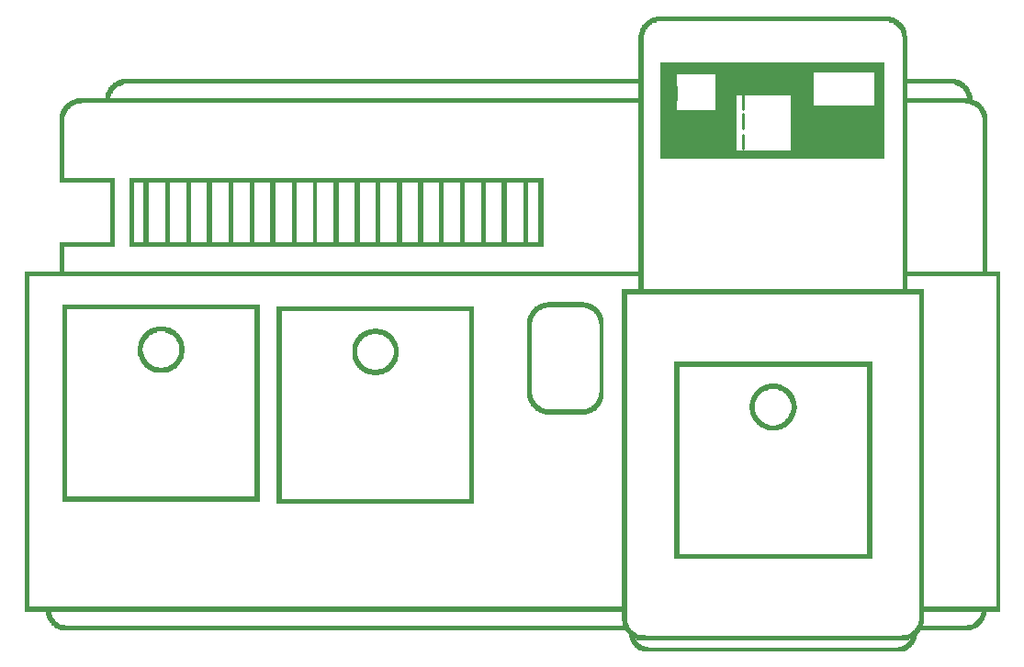
<source format=gto>
G04 DipTrace 2.3.1.0*
%INwopr.gto*%
%MOIN*%
%ADD10C,0.0098*%
%ADD12C,0.0014*%
%FSLAX44Y44*%
G04*
G70*
G90*
G75*
G01*
%LNTopSilk*%
%LPD*%
X28004Y20684D2*
D10*
Y21195D1*
Y19996D2*
Y20508D1*
Y19246D2*
Y19758D1*
X31384Y20691D2*
X30873D1*
X32384D2*
X31873D1*
X10939Y16182D2*
Y16693D1*
Y17182D2*
Y17693D1*
X9376Y16182D2*
Y16693D1*
Y17182D2*
Y17693D1*
X9372Y16693D2*
Y16182D1*
Y17693D2*
Y17182D1*
X7811Y16693D2*
Y16182D1*
Y17693D2*
Y17182D1*
X17063Y16182D2*
Y16693D1*
X17064Y17182D2*
Y17693D1*
X15501Y16182D2*
Y16693D1*
Y17182D2*
Y17693D1*
X14001Y16182D2*
Y16693D1*
Y17182D2*
Y17693D1*
X12439Y16182D2*
Y16693D1*
Y17182D2*
Y17693D1*
X18566Y17184D2*
Y17695D1*
Y16184D2*
Y16695D1*
X25566Y20997D2*
Y21508D1*
X24864Y24057D2*
D12*
X33283D1*
X24864Y24043D2*
X33283D1*
X24778Y24028D2*
X33368D1*
X24694Y24014D2*
X33453D1*
X24694Y24000D2*
X33453D1*
X24637Y23986D2*
X33495D1*
X24637Y23972D2*
X33495D1*
X24604Y23957D2*
X33538D1*
X24578Y23943D2*
X33556D1*
X24554Y23929D2*
X33579D1*
X24536Y23915D2*
X33601D1*
X24529Y23901D2*
X33617D1*
X24495Y23887D2*
X24821D1*
X33297D2*
X33629D1*
X24495Y23872D2*
X24821D1*
X33297D2*
X33634D1*
X24467Y23858D2*
X24771D1*
X33368D2*
X33666D1*
X24455Y23844D2*
X24734D1*
X33368D2*
X33680D1*
X24443Y23830D2*
X24701D1*
X33410D2*
X33696D1*
X24434Y23816D2*
X24673D1*
X33444D2*
X33710D1*
X24429Y23802D2*
X24661D1*
X33457D2*
X33723D1*
X24396Y23787D2*
X24623D1*
X33510D2*
X33735D1*
X24382Y23773D2*
X24607D1*
X33522D2*
X33749D1*
X24366Y23759D2*
X24588D1*
X33535D2*
X33765D1*
X24352Y23745D2*
X24571D1*
X33547D2*
X33778D1*
X24341Y23731D2*
X24560D1*
X33559D2*
X33787D1*
X24333Y23717D2*
X24524D1*
X33569D2*
X33793D1*
X24329Y23702D2*
X24519D1*
X33576D2*
X33799D1*
X24327Y23688D2*
X24514D1*
X33609D2*
X33807D1*
X24326Y23674D2*
X24507D1*
X33621D2*
X33816D1*
X24297Y23660D2*
X24499D1*
X33634D2*
X33826D1*
X24297Y23646D2*
X24491D1*
X33646D2*
X33835D1*
X24297Y23631D2*
X24486D1*
X33659D2*
X33845D1*
X24269Y23617D2*
X24453D1*
X33668D2*
X33854D1*
X24267Y23603D2*
X24449D1*
X33674D2*
X33859D1*
X24263Y23589D2*
X24441D1*
X33678D2*
X33862D1*
X24259Y23575D2*
X24432D1*
X33708D2*
X33863D1*
X24257Y23561D2*
X24423D1*
X33709D2*
X33864D1*
X24256Y23546D2*
X24417D1*
X33712D2*
X33892D1*
X24255Y23532D2*
X24413D1*
X33719D2*
X33892D1*
X24255Y23518D2*
X24411D1*
X33727D2*
X33893D1*
X24255Y23504D2*
X24406D1*
X33734D2*
X33895D1*
X24226Y23490D2*
X24399D1*
X33740D2*
X33898D1*
X24226Y23476D2*
X24392D1*
X33745D2*
X33902D1*
X24226Y23461D2*
X24387D1*
X33748D2*
X33904D1*
X24226Y23447D2*
X24384D1*
X33749D2*
X33905D1*
X24226Y23433D2*
X24382D1*
X33750D2*
X33906D1*
X24226Y23419D2*
X24378D1*
X33752D2*
X33906D1*
X24226Y23405D2*
X24371D1*
X33755D2*
X33906D1*
X24226Y23391D2*
X24363D1*
X33762D2*
X33906D1*
X24198Y23376D2*
X24358D1*
X33769D2*
X33907D1*
X24198Y23362D2*
X24356D1*
X33774D2*
X33908D1*
X24198Y23348D2*
X24355D1*
X33777D2*
X33910D1*
X24198Y23334D2*
X24354D1*
X33778D2*
X33918D1*
X24198Y23320D2*
X24354D1*
X33779D2*
X33925D1*
X24198Y23306D2*
X24354D1*
X33779D2*
X33930D1*
X24198Y23291D2*
X24354D1*
X33779D2*
X33933D1*
X24198Y23277D2*
X24354D1*
X33779D2*
X33934D1*
X24198Y23263D2*
X24354D1*
X33779D2*
X33935D1*
X24198Y23249D2*
X24354D1*
X33779D2*
X33935D1*
X24198Y23235D2*
X24354D1*
X33779D2*
X33935D1*
X24198Y23220D2*
X24354D1*
X33779D2*
X33935D1*
X24198Y23206D2*
X24354D1*
X33779D2*
X33935D1*
X24198Y23192D2*
X24354D1*
X33779D2*
X33935D1*
X24198Y23178D2*
X24354D1*
X33779D2*
X33935D1*
X24198Y23164D2*
X24354D1*
X33779D2*
X33935D1*
X24198Y23150D2*
X24354D1*
X33779D2*
X33935D1*
X24198Y23135D2*
X24354D1*
X33779D2*
X33935D1*
X24198Y23121D2*
X24354D1*
X33779D2*
X33935D1*
X24198Y23107D2*
X24354D1*
X33779D2*
X33935D1*
X24198Y23093D2*
X24354D1*
X33779D2*
X33935D1*
X24198Y23079D2*
X24354D1*
X33779D2*
X33935D1*
X24198Y23065D2*
X24354D1*
X33779D2*
X33935D1*
X24198Y23050D2*
X24354D1*
X33779D2*
X33935D1*
X24198Y23036D2*
X24354D1*
X33779D2*
X33935D1*
X24198Y23022D2*
X24354D1*
X33779D2*
X33935D1*
X24198Y23008D2*
X24354D1*
X33779D2*
X33935D1*
X24198Y22994D2*
X24354D1*
X33779D2*
X33935D1*
X24198Y22980D2*
X24354D1*
X33779D2*
X33935D1*
X24198Y22965D2*
X24354D1*
X33779D2*
X33935D1*
X24198Y22951D2*
X24354D1*
X33779D2*
X33935D1*
X24198Y22937D2*
X24354D1*
X33779D2*
X33935D1*
X24198Y22923D2*
X24354D1*
X33779D2*
X33935D1*
X24198Y22909D2*
X24354D1*
X33779D2*
X33935D1*
X24198Y22894D2*
X24354D1*
X33779D2*
X33935D1*
X24198Y22880D2*
X24354D1*
X33779D2*
X33935D1*
X24198Y22866D2*
X24354D1*
X33779D2*
X33935D1*
X24198Y22852D2*
X24354D1*
X33779D2*
X33935D1*
X24198Y22838D2*
X24354D1*
X33779D2*
X33935D1*
X24198Y22824D2*
X24354D1*
X33779D2*
X33935D1*
X24198Y22809D2*
X24354D1*
X33779D2*
X33935D1*
X24198Y22795D2*
X24354D1*
X33779D2*
X33935D1*
X24198Y22781D2*
X24354D1*
X33779D2*
X33935D1*
X24198Y22767D2*
X24354D1*
X33779D2*
X33935D1*
X24198Y22753D2*
X24354D1*
X33779D2*
X33935D1*
X24198Y22739D2*
X24354D1*
X33779D2*
X33935D1*
X24198Y22724D2*
X24354D1*
X33779D2*
X33935D1*
X24198Y22710D2*
X24354D1*
X33779D2*
X33935D1*
X24198Y22696D2*
X24354D1*
X33779D2*
X33935D1*
X24198Y22682D2*
X24354D1*
X33779D2*
X33935D1*
X24198Y22668D2*
X24354D1*
X33779D2*
X33935D1*
X24198Y22654D2*
X24354D1*
X33779D2*
X33935D1*
X24198Y22639D2*
X24354D1*
X33779D2*
X33935D1*
X24198Y22625D2*
X24354D1*
X33779D2*
X33935D1*
X24198Y22611D2*
X24354D1*
X33779D2*
X33935D1*
X24198Y22597D2*
X24354D1*
X33779D2*
X33935D1*
X24198Y22583D2*
X24354D1*
X33779D2*
X33935D1*
X24198Y22569D2*
X24354D1*
X33779D2*
X33935D1*
X24198Y22554D2*
X24354D1*
X33779D2*
X33935D1*
X24198Y22540D2*
X24354D1*
X33779D2*
X33935D1*
X24198Y22526D2*
X24354D1*
X33779D2*
X33935D1*
X24198Y22512D2*
X24354D1*
X33779D2*
X33935D1*
X24198Y22498D2*
X24354D1*
X33779D2*
X33935D1*
X24198Y22483D2*
X24354D1*
X33779D2*
X33935D1*
X24198Y22469D2*
X24354D1*
X33779D2*
X33935D1*
X24198Y22455D2*
X24354D1*
X33779D2*
X33935D1*
X24198Y22441D2*
X24354D1*
X33779D2*
X33935D1*
X24198Y22427D2*
X24354D1*
X33779D2*
X33935D1*
X24198Y22413D2*
X24354D1*
X33779D2*
X33935D1*
X24198Y22398D2*
X24354D1*
X33779D2*
X33935D1*
X24198Y22384D2*
X24354D1*
X33779D2*
X33935D1*
X24198Y22370D2*
X24354D1*
X25006D2*
X33099D1*
X33779D2*
X33935D1*
X24198Y22356D2*
X24354D1*
X25006D2*
X33099D1*
X33779D2*
X33935D1*
X24198Y22342D2*
X24354D1*
X25006D2*
X33099D1*
X33779D2*
X33935D1*
X24198Y22328D2*
X24354D1*
X25006D2*
X33099D1*
X33779D2*
X33935D1*
X24198Y22313D2*
X24354D1*
X25006D2*
X33099D1*
X33779D2*
X33935D1*
X24198Y22299D2*
X24354D1*
X25006D2*
X33099D1*
X33779D2*
X33935D1*
X24198Y22285D2*
X24354D1*
X25006D2*
X33099D1*
X33779D2*
X33935D1*
X24198Y22271D2*
X24354D1*
X25006D2*
X33099D1*
X33779D2*
X33935D1*
X24198Y22257D2*
X24354D1*
X25006D2*
X33099D1*
X33779D2*
X33935D1*
X24198Y22243D2*
X24354D1*
X25006D2*
X33099D1*
X33779D2*
X33935D1*
X24198Y22228D2*
X24354D1*
X25006D2*
X33099D1*
X33779D2*
X33935D1*
X24198Y22214D2*
X24354D1*
X25006D2*
X33099D1*
X33779D2*
X33935D1*
X24198Y22200D2*
X24354D1*
X25006D2*
X33099D1*
X33779D2*
X33935D1*
X24198Y22186D2*
X24354D1*
X25006D2*
X33099D1*
X33779D2*
X33935D1*
X24198Y22172D2*
X24354D1*
X25006D2*
X33099D1*
X33779D2*
X33935D1*
X24198Y22157D2*
X24354D1*
X25006D2*
X33099D1*
X33779D2*
X33935D1*
X24198Y22143D2*
X24354D1*
X25006D2*
X33099D1*
X33779D2*
X33935D1*
X24198Y22129D2*
X24354D1*
X25006D2*
X33099D1*
X33779D2*
X33935D1*
X24198Y22115D2*
X24354D1*
X25006D2*
X33099D1*
X33779D2*
X33935D1*
X24198Y22101D2*
X24354D1*
X25006D2*
X33099D1*
X33779D2*
X33935D1*
X24198Y22087D2*
X24354D1*
X25006D2*
X33099D1*
X33779D2*
X33935D1*
X24198Y22072D2*
X24354D1*
X25006D2*
X33099D1*
X33779D2*
X33935D1*
X24198Y22058D2*
X24354D1*
X25006D2*
X33099D1*
X33779D2*
X33935D1*
X24198Y22044D2*
X24354D1*
X25006D2*
X33099D1*
X33779D2*
X33935D1*
X24198Y22030D2*
X24354D1*
X25006D2*
X30519D1*
X32758D2*
X33099D1*
X33779D2*
X33935D1*
X24198Y22016D2*
X24354D1*
X25006D2*
X30519D1*
X32758D2*
X33099D1*
X33779D2*
X33935D1*
X24198Y22002D2*
X24354D1*
X25006D2*
X30519D1*
X32758D2*
X33099D1*
X33779D2*
X33935D1*
X24198Y21987D2*
X24354D1*
X25006D2*
X30519D1*
X32758D2*
X33099D1*
X33779D2*
X33935D1*
X24198Y21973D2*
X24354D1*
X25006D2*
X30519D1*
X32758D2*
X33099D1*
X33779D2*
X33935D1*
X24198Y21959D2*
X24354D1*
X25006D2*
X25573D1*
X26990D2*
X30519D1*
X32758D2*
X33099D1*
X33779D2*
X33935D1*
X24198Y21945D2*
X24354D1*
X25006D2*
X25573D1*
X26990D2*
X30519D1*
X32758D2*
X33099D1*
X33779D2*
X33935D1*
X24198Y21931D2*
X24354D1*
X25006D2*
X25573D1*
X26990D2*
X30519D1*
X32758D2*
X33099D1*
X33779D2*
X33935D1*
X24198Y21917D2*
X24354D1*
X25006D2*
X25573D1*
X26990D2*
X30519D1*
X32758D2*
X33099D1*
X33779D2*
X33935D1*
X24198Y21902D2*
X24354D1*
X25006D2*
X25573D1*
X26990D2*
X30519D1*
X32758D2*
X33099D1*
X33779D2*
X33935D1*
X24198Y21888D2*
X24354D1*
X25006D2*
X25573D1*
X26990D2*
X30519D1*
X32758D2*
X33099D1*
X33779D2*
X33935D1*
X24198Y21874D2*
X24354D1*
X25006D2*
X25573D1*
X26990D2*
X30519D1*
X32758D2*
X33099D1*
X33779D2*
X33935D1*
X24198Y21860D2*
X24354D1*
X25006D2*
X25573D1*
X26990D2*
X30519D1*
X32758D2*
X33099D1*
X33779D2*
X33935D1*
X24198Y21846D2*
X24354D1*
X25006D2*
X25573D1*
X26990D2*
X30519D1*
X32758D2*
X33099D1*
X33779D2*
X33935D1*
X24198Y21831D2*
X24354D1*
X25006D2*
X25573D1*
X26990D2*
X30519D1*
X32758D2*
X33099D1*
X33779D2*
X33935D1*
X24198Y21817D2*
X24354D1*
X25006D2*
X25573D1*
X26990D2*
X30519D1*
X32758D2*
X33099D1*
X33779D2*
X33935D1*
X24198Y21803D2*
X24354D1*
X25006D2*
X25573D1*
X26990D2*
X30519D1*
X32758D2*
X33099D1*
X33779D2*
X33935D1*
X5432Y21789D2*
X24354D1*
X25006D2*
X25573D1*
X26990D2*
X30519D1*
X32758D2*
X33099D1*
X33779D2*
X35692D1*
X5432Y21775D2*
X24354D1*
X25006D2*
X25573D1*
X26990D2*
X30519D1*
X32758D2*
X33099D1*
X33779D2*
X35692D1*
X5362Y21761D2*
X24354D1*
X25006D2*
X25573D1*
X26990D2*
X30519D1*
X32758D2*
X33099D1*
X33779D2*
X35763D1*
X5362Y21746D2*
X24354D1*
X25006D2*
X25573D1*
X26990D2*
X30519D1*
X32758D2*
X33099D1*
X33779D2*
X35763D1*
X5321Y21732D2*
X24354D1*
X25006D2*
X25573D1*
X26990D2*
X30519D1*
X32758D2*
X33099D1*
X33779D2*
X35820D1*
X5289Y21718D2*
X24354D1*
X25006D2*
X25573D1*
X26990D2*
X30519D1*
X32758D2*
X33099D1*
X33779D2*
X35855D1*
X5258Y21704D2*
X24354D1*
X25006D2*
X25573D1*
X26990D2*
X30519D1*
X32758D2*
X33099D1*
X33779D2*
X35882D1*
X5231Y21690D2*
X24354D1*
X25006D2*
X25573D1*
X26990D2*
X30519D1*
X32758D2*
X33099D1*
X33779D2*
X35904D1*
X5210Y21676D2*
X24354D1*
X25006D2*
X25573D1*
X26990D2*
X30519D1*
X32758D2*
X33099D1*
X33779D2*
X35912D1*
X5163Y21661D2*
X24354D1*
X25006D2*
X25573D1*
X26990D2*
X30519D1*
X32758D2*
X33099D1*
X33779D2*
X35962D1*
X5151Y21647D2*
X24354D1*
X25006D2*
X25573D1*
X26990D2*
X30519D1*
X32758D2*
X33099D1*
X33779D2*
X35976D1*
X5138Y21633D2*
X5546D1*
X24198D2*
X24354D1*
X25006D2*
X25573D1*
X26990D2*
X30519D1*
X32758D2*
X33099D1*
X33779D2*
X33935D1*
X35607D2*
X35992D1*
X5126Y21619D2*
X5447D1*
X24198D2*
X24354D1*
X25006D2*
X25573D1*
X26990D2*
X30519D1*
X32758D2*
X33099D1*
X33779D2*
X33935D1*
X35706D2*
X36006D1*
X5114Y21605D2*
X5447D1*
X24198D2*
X24354D1*
X25006D2*
X25573D1*
X26990D2*
X30519D1*
X32758D2*
X33099D1*
X33779D2*
X33935D1*
X35706D2*
X36017D1*
X5104Y21591D2*
X5376D1*
X24198D2*
X24354D1*
X25006D2*
X25573D1*
X26990D2*
X30519D1*
X32758D2*
X33099D1*
X33779D2*
X33935D1*
X35763D2*
X36025D1*
X5097Y21576D2*
X5376D1*
X24198D2*
X24354D1*
X25006D2*
X25573D1*
X26990D2*
X30519D1*
X32758D2*
X33099D1*
X33779D2*
X33935D1*
X35763D2*
X36029D1*
X5064Y21562D2*
X5336D1*
X24198D2*
X24354D1*
X25006D2*
X25573D1*
X26990D2*
X30519D1*
X32758D2*
X33099D1*
X33779D2*
X33935D1*
X35796D2*
X36061D1*
X5052Y21548D2*
X5308D1*
X24198D2*
X24354D1*
X25006D2*
X25573D1*
X26990D2*
X30519D1*
X32758D2*
X33099D1*
X33779D2*
X33935D1*
X35823D2*
X36075D1*
X5039Y21534D2*
X5282D1*
X24198D2*
X24354D1*
X25006D2*
X25573D1*
X26990D2*
X30519D1*
X32758D2*
X33099D1*
X33779D2*
X33935D1*
X35847D2*
X36091D1*
X5026Y21520D2*
X5261D1*
X24198D2*
X24354D1*
X25006D2*
X25573D1*
X26990D2*
X30519D1*
X32758D2*
X33099D1*
X33779D2*
X33935D1*
X35866D2*
X36105D1*
X5014Y21506D2*
X5244D1*
X24198D2*
X24354D1*
X25006D2*
X25573D1*
X26990D2*
X30519D1*
X32758D2*
X33099D1*
X33779D2*
X33935D1*
X35881D2*
X36117D1*
X5004Y21491D2*
X5228D1*
X24198D2*
X24354D1*
X25006D2*
X25573D1*
X26990D2*
X30519D1*
X32758D2*
X33099D1*
X33779D2*
X33935D1*
X35893D2*
X36124D1*
X4998Y21477D2*
X5214D1*
X24198D2*
X24354D1*
X25006D2*
X25573D1*
X26990D2*
X30519D1*
X32758D2*
X33099D1*
X33779D2*
X33935D1*
X35900D2*
X36129D1*
X4965Y21463D2*
X5200D1*
X24198D2*
X24354D1*
X25006D2*
X25573D1*
X26990D2*
X30519D1*
X32758D2*
X33099D1*
X33779D2*
X33935D1*
X35947D2*
X36160D1*
X4963Y21449D2*
X5187D1*
X24198D2*
X24354D1*
X25006D2*
X25573D1*
X26990D2*
X30519D1*
X32758D2*
X33099D1*
X33779D2*
X33935D1*
X35947D2*
X36160D1*
X4959Y21435D2*
X5172D1*
X24198D2*
X24354D1*
X25006D2*
X25573D1*
X26990D2*
X30519D1*
X32758D2*
X33099D1*
X33779D2*
X33935D1*
X35976D2*
X36160D1*
X4955Y21420D2*
X5157D1*
X24198D2*
X24354D1*
X25006D2*
X25573D1*
X26990D2*
X30519D1*
X32758D2*
X33099D1*
X33779D2*
X33935D1*
X35980D2*
X36188D1*
X4952Y21406D2*
X5143D1*
X24198D2*
X24354D1*
X25006D2*
X25573D1*
X26990D2*
X30519D1*
X32758D2*
X33099D1*
X33779D2*
X33935D1*
X35988D2*
X36189D1*
X4947Y21392D2*
X5130D1*
X24198D2*
X24354D1*
X25006D2*
X25573D1*
X26990D2*
X30519D1*
X32758D2*
X33099D1*
X33779D2*
X33935D1*
X36000D2*
X36191D1*
X4939Y21378D2*
X5120D1*
X24198D2*
X24354D1*
X25006D2*
X25573D1*
X26990D2*
X30519D1*
X32758D2*
X33099D1*
X33779D2*
X33935D1*
X36013D2*
X36194D1*
X4931Y21364D2*
X5113D1*
X24198D2*
X24354D1*
X25006D2*
X25573D1*
X26990D2*
X30519D1*
X32758D2*
X33099D1*
X33779D2*
X33935D1*
X36027D2*
X36198D1*
X4922Y21350D2*
X5105D1*
X24198D2*
X24354D1*
X25006D2*
X25573D1*
X26990D2*
X30519D1*
X32758D2*
X33099D1*
X33779D2*
X33935D1*
X36038D2*
X36200D1*
X4913Y21335D2*
X5096D1*
X24198D2*
X24354D1*
X25006D2*
X25573D1*
X26990D2*
X30519D1*
X32758D2*
X33099D1*
X33779D2*
X33935D1*
X36042D2*
X36202D1*
X4904Y21321D2*
X5088D1*
X24198D2*
X24354D1*
X25006D2*
X25573D1*
X26990D2*
X30519D1*
X32758D2*
X33099D1*
X33779D2*
X33935D1*
X36045D2*
X36231D1*
X4899Y21307D2*
X5082D1*
X24198D2*
X24354D1*
X25006D2*
X25573D1*
X26990D2*
X30519D1*
X32758D2*
X33099D1*
X33779D2*
X33935D1*
X36046D2*
X36231D1*
X4896Y21293D2*
X5050D1*
X24198D2*
X24354D1*
X25006D2*
X25573D1*
X26990D2*
X30519D1*
X32758D2*
X33099D1*
X33779D2*
X33935D1*
X36075D2*
X36231D1*
X4895Y21279D2*
X5045D1*
X24198D2*
X24354D1*
X25006D2*
X25573D1*
X26990D2*
X30519D1*
X32758D2*
X33099D1*
X33779D2*
X33935D1*
X36079D2*
X36231D1*
X4866Y21265D2*
X5038D1*
X24198D2*
X24354D1*
X25006D2*
X25573D1*
X26990D2*
X30519D1*
X32758D2*
X33099D1*
X33779D2*
X33935D1*
X36086D2*
X36259D1*
X4866Y21250D2*
X5031D1*
X24198D2*
X24354D1*
X25006D2*
X25573D1*
X26990D2*
X30519D1*
X32758D2*
X33099D1*
X33779D2*
X33935D1*
X36094D2*
X36259D1*
X4865Y21236D2*
X5026D1*
X24198D2*
X24354D1*
X25006D2*
X25573D1*
X26990D2*
X30519D1*
X32758D2*
X33099D1*
X33779D2*
X33935D1*
X36099D2*
X36259D1*
X4865Y21222D2*
X5023D1*
X24198D2*
X24354D1*
X25006D2*
X25573D1*
X26990D2*
X30519D1*
X32758D2*
X33099D1*
X33779D2*
X33935D1*
X36101D2*
X36259D1*
X4863Y21208D2*
X5020D1*
X24198D2*
X24354D1*
X25006D2*
X25573D1*
X26990D2*
X30519D1*
X32758D2*
X33099D1*
X33779D2*
X33935D1*
X36103D2*
X36259D1*
X4860Y21194D2*
X5016D1*
X24198D2*
X24354D1*
X25006D2*
X25573D1*
X26990D2*
X27727D1*
X29725D2*
X30519D1*
X32758D2*
X33099D1*
X33779D2*
X33935D1*
X36103D2*
X36259D1*
X4856Y21180D2*
X5012D1*
X24198D2*
X24354D1*
X25006D2*
X25573D1*
X26990D2*
X27727D1*
X29725D2*
X30519D1*
X32758D2*
X33099D1*
X33779D2*
X33935D1*
X36132D2*
X36288D1*
X4854Y21165D2*
X5010D1*
X24198D2*
X24354D1*
X25006D2*
X25573D1*
X26990D2*
X27727D1*
X29725D2*
X30519D1*
X32758D2*
X33099D1*
X33779D2*
X33935D1*
X36132D2*
X36288D1*
X4852Y21151D2*
X5008D1*
X24198D2*
X24354D1*
X25006D2*
X25573D1*
X26990D2*
X27727D1*
X29725D2*
X30519D1*
X32758D2*
X33099D1*
X33779D2*
X33935D1*
X36132D2*
X36288D1*
X4852Y21137D2*
X5008D1*
X24198D2*
X24354D1*
X25006D2*
X25573D1*
X26990D2*
X27727D1*
X29725D2*
X30519D1*
X32758D2*
X33099D1*
X33779D2*
X33935D1*
X36132D2*
X36288D1*
X4852Y21123D2*
X5007D1*
X24198D2*
X24354D1*
X25006D2*
X25573D1*
X26990D2*
X27727D1*
X29725D2*
X30519D1*
X32758D2*
X33099D1*
X33779D2*
X33935D1*
X36132D2*
X36288D1*
X4851Y21109D2*
X5007D1*
X24198D2*
X24354D1*
X25006D2*
X25573D1*
X26990D2*
X27727D1*
X29725D2*
X30519D1*
X32758D2*
X33099D1*
X33779D2*
X33935D1*
X36132D2*
X36288D1*
X4851Y21094D2*
X5007D1*
X24198D2*
X24354D1*
X25006D2*
X25573D1*
X26990D2*
X27727D1*
X29725D2*
X30519D1*
X32758D2*
X33099D1*
X33779D2*
X33935D1*
X36132D2*
X36288D1*
X3788Y21080D2*
X24354D1*
X25006D2*
X25573D1*
X26990D2*
X27727D1*
X29725D2*
X30519D1*
X32758D2*
X33099D1*
X33779D2*
X36290D1*
X3788Y21066D2*
X24354D1*
X25006D2*
X25573D1*
X26990D2*
X27727D1*
X29725D2*
X30519D1*
X32758D2*
X33099D1*
X33779D2*
X36293D1*
X3718Y21052D2*
X24354D1*
X25006D2*
X25573D1*
X26990D2*
X27727D1*
X29725D2*
X30519D1*
X32758D2*
X33099D1*
X33779D2*
X36297D1*
X3718Y21038D2*
X24354D1*
X25006D2*
X25573D1*
X26990D2*
X27727D1*
X29725D2*
X30519D1*
X32758D2*
X33099D1*
X33779D2*
X36300D1*
X3668Y21024D2*
X24354D1*
X25006D2*
X25573D1*
X26990D2*
X27727D1*
X29725D2*
X30519D1*
X32758D2*
X33099D1*
X33779D2*
X36358D1*
X3633Y21009D2*
X24354D1*
X25006D2*
X25573D1*
X26990D2*
X27727D1*
X29725D2*
X30519D1*
X32758D2*
X33099D1*
X33779D2*
X36358D1*
X3600Y20995D2*
X24354D1*
X25006D2*
X25573D1*
X26990D2*
X27727D1*
X29725D2*
X30519D1*
X32758D2*
X33099D1*
X33779D2*
X36401D1*
X3573Y20981D2*
X24354D1*
X25006D2*
X25573D1*
X26990D2*
X27727D1*
X29725D2*
X30519D1*
X32758D2*
X33099D1*
X33779D2*
X36435D1*
X3552Y20967D2*
X24354D1*
X25006D2*
X25573D1*
X26990D2*
X27727D1*
X29725D2*
X30519D1*
X32758D2*
X33099D1*
X33779D2*
X36448D1*
X3533Y20953D2*
X24354D1*
X25006D2*
X25573D1*
X26990D2*
X27727D1*
X29725D2*
X30519D1*
X32758D2*
X33099D1*
X33779D2*
X36500D1*
X3510Y20939D2*
X24354D1*
X25006D2*
X25573D1*
X26990D2*
X27727D1*
X29725D2*
X30519D1*
X32758D2*
X33099D1*
X33779D2*
X36514D1*
X3485Y20924D2*
X3902D1*
X24198D2*
X24354D1*
X25006D2*
X25573D1*
X26990D2*
X27727D1*
X29725D2*
X30519D1*
X32758D2*
X33099D1*
X33779D2*
X33935D1*
X36103D2*
X36530D1*
X3465Y20910D2*
X3774D1*
X24198D2*
X24354D1*
X25006D2*
X25573D1*
X26990D2*
X27727D1*
X29725D2*
X30519D1*
X32758D2*
X33099D1*
X33779D2*
X33935D1*
X36217D2*
X36543D1*
X3450Y20896D2*
X3774D1*
X24198D2*
X24354D1*
X25006D2*
X25573D1*
X26990D2*
X27727D1*
X29725D2*
X30519D1*
X32758D2*
X33099D1*
X33779D2*
X33935D1*
X36217D2*
X36551D1*
X3438Y20882D2*
X3703D1*
X24198D2*
X24354D1*
X25006D2*
X25573D1*
X26990D2*
X27727D1*
X29725D2*
X30519D1*
X32758D2*
X33099D1*
X33779D2*
X33935D1*
X36302D2*
X36599D1*
X3425Y20868D2*
X3703D1*
X24198D2*
X24354D1*
X25006D2*
X25573D1*
X26990D2*
X27727D1*
X29725D2*
X30519D1*
X32758D2*
X33099D1*
X33779D2*
X33935D1*
X36302D2*
X36599D1*
X3411Y20854D2*
X3661D1*
X24198D2*
X24354D1*
X25006D2*
X25573D1*
X26990D2*
X27727D1*
X29725D2*
X30519D1*
X32758D2*
X33099D1*
X33779D2*
X33935D1*
X36333D2*
X36628D1*
X3395Y20839D2*
X3644D1*
X24198D2*
X24354D1*
X25006D2*
X25573D1*
X26990D2*
X27727D1*
X29725D2*
X30519D1*
X32758D2*
X33099D1*
X33779D2*
X33935D1*
X36358D2*
X36630D1*
X3377Y20825D2*
X3624D1*
X24198D2*
X24354D1*
X25006D2*
X25573D1*
X26990D2*
X27727D1*
X29725D2*
X30519D1*
X32758D2*
X33099D1*
X33779D2*
X33935D1*
X36381D2*
X36633D1*
X3362Y20811D2*
X3604D1*
X24198D2*
X24354D1*
X25006D2*
X25573D1*
X26990D2*
X27727D1*
X29725D2*
X33099D1*
X33779D2*
X33935D1*
X36400D2*
X36637D1*
X3350Y20797D2*
X3587D1*
X24198D2*
X24354D1*
X25006D2*
X25573D1*
X26990D2*
X27727D1*
X29725D2*
X33099D1*
X33779D2*
X33935D1*
X36409D2*
X36640D1*
X3342Y20783D2*
X3573D1*
X24198D2*
X24354D1*
X25006D2*
X25573D1*
X26990D2*
X27727D1*
X29725D2*
X33099D1*
X33779D2*
X33935D1*
X36472D2*
X36670D1*
X3337Y20769D2*
X3567D1*
X24198D2*
X24354D1*
X25006D2*
X25573D1*
X26990D2*
X27727D1*
X29725D2*
X33099D1*
X33779D2*
X33935D1*
X36478D2*
X36680D1*
X3330Y20754D2*
X3533D1*
X24198D2*
X24354D1*
X25006D2*
X25573D1*
X26990D2*
X27727D1*
X29725D2*
X33099D1*
X33779D2*
X33935D1*
X36487D2*
X36688D1*
X3319Y20740D2*
X3524D1*
X24198D2*
X24354D1*
X25006D2*
X25573D1*
X26990D2*
X27727D1*
X29725D2*
X33099D1*
X33779D2*
X33935D1*
X36500D2*
X36694D1*
X3305Y20726D2*
X3512D1*
X24198D2*
X24354D1*
X25006D2*
X25573D1*
X26990D2*
X27727D1*
X29725D2*
X33099D1*
X33779D2*
X33935D1*
X36515D2*
X36727D1*
X3292Y20712D2*
X3498D1*
X24198D2*
X24354D1*
X25006D2*
X25573D1*
X26990D2*
X27727D1*
X29725D2*
X33099D1*
X33779D2*
X33935D1*
X36528D2*
X36729D1*
X3284Y20698D2*
X3485D1*
X24198D2*
X24354D1*
X25006D2*
X25573D1*
X26990D2*
X27727D1*
X29725D2*
X33099D1*
X33779D2*
X33935D1*
X36537D2*
X36733D1*
X3279Y20683D2*
X3474D1*
X24198D2*
X24354D1*
X25006D2*
X25573D1*
X26990D2*
X27727D1*
X29725D2*
X33099D1*
X33779D2*
X33935D1*
X36545D2*
X36736D1*
X3273Y20669D2*
X3467D1*
X24198D2*
X24354D1*
X25006D2*
X25573D1*
X26990D2*
X27727D1*
X29725D2*
X33099D1*
X33779D2*
X33935D1*
X36555D2*
X36739D1*
X3269Y20655D2*
X3434D1*
X24198D2*
X24354D1*
X25006D2*
X25573D1*
X26990D2*
X27727D1*
X29725D2*
X33099D1*
X33779D2*
X33935D1*
X36567D2*
X36740D1*
X3266Y20641D2*
X3432D1*
X24198D2*
X24354D1*
X25006D2*
X27727D1*
X29725D2*
X33099D1*
X33779D2*
X33935D1*
X36576D2*
X36769D1*
X3265Y20627D2*
X3428D1*
X24198D2*
X24354D1*
X25006D2*
X27727D1*
X29725D2*
X33099D1*
X33779D2*
X33935D1*
X36582D2*
X36771D1*
X3236Y20613D2*
X3425D1*
X24198D2*
X24354D1*
X25006D2*
X27727D1*
X29725D2*
X33099D1*
X33779D2*
X33935D1*
X36588D2*
X36773D1*
X3236Y20598D2*
X3422D1*
X24198D2*
X24354D1*
X25006D2*
X27727D1*
X29725D2*
X33099D1*
X33779D2*
X33935D1*
X36596D2*
X36781D1*
X3235Y20584D2*
X3392D1*
X24198D2*
X24354D1*
X25006D2*
X27727D1*
X29725D2*
X33099D1*
X33779D2*
X33935D1*
X36604D2*
X36788D1*
X3232Y20570D2*
X3391D1*
X24198D2*
X24354D1*
X25006D2*
X27727D1*
X29725D2*
X33099D1*
X33779D2*
X33935D1*
X36609D2*
X36793D1*
X3224Y20556D2*
X3390D1*
X24198D2*
X24354D1*
X25006D2*
X27727D1*
X29725D2*
X33099D1*
X33779D2*
X33935D1*
X36642D2*
X36796D1*
X3217Y20542D2*
X3388D1*
X24198D2*
X24354D1*
X25006D2*
X27727D1*
X29725D2*
X33099D1*
X33779D2*
X33935D1*
X36642D2*
X36797D1*
X3212Y20528D2*
X3380D1*
X24198D2*
X24354D1*
X25006D2*
X27727D1*
X29725D2*
X33099D1*
X33779D2*
X33935D1*
X36642D2*
X36798D1*
X3209Y20513D2*
X3373D1*
X24198D2*
X24354D1*
X25006D2*
X27727D1*
X29725D2*
X33099D1*
X33779D2*
X33935D1*
X36644D2*
X36826D1*
X3208Y20499D2*
X3368D1*
X24198D2*
X24354D1*
X25006D2*
X27727D1*
X29725D2*
X33099D1*
X33779D2*
X33935D1*
X36648D2*
X36826D1*
X3208Y20485D2*
X3365D1*
X24198D2*
X24354D1*
X25006D2*
X27727D1*
X29725D2*
X33099D1*
X33779D2*
X33935D1*
X36651D2*
X36826D1*
X3207Y20471D2*
X3364D1*
X24198D2*
X24354D1*
X25006D2*
X27727D1*
X29725D2*
X33099D1*
X33779D2*
X33935D1*
X36654D2*
X36826D1*
X3207Y20457D2*
X3335D1*
X24198D2*
X24354D1*
X25006D2*
X27727D1*
X29725D2*
X33099D1*
X33779D2*
X33935D1*
X36655D2*
X36826D1*
X3179Y20443D2*
X3335D1*
X24198D2*
X24354D1*
X25006D2*
X27727D1*
X29725D2*
X33099D1*
X33779D2*
X33935D1*
X36656D2*
X36826D1*
X3179Y20428D2*
X3335D1*
X24198D2*
X24354D1*
X25006D2*
X27727D1*
X29725D2*
X33099D1*
X33779D2*
X33935D1*
X36656D2*
X36826D1*
X3179Y20414D2*
X3335D1*
X24198D2*
X24354D1*
X25006D2*
X27727D1*
X29725D2*
X33099D1*
X33779D2*
X33935D1*
X36684D2*
X36827D1*
X3179Y20400D2*
X3335D1*
X24198D2*
X24354D1*
X25006D2*
X27727D1*
X29725D2*
X33099D1*
X33779D2*
X33935D1*
X36684D2*
X36829D1*
X3179Y20386D2*
X3335D1*
X24198D2*
X24354D1*
X25006D2*
X27727D1*
X29725D2*
X33099D1*
X33779D2*
X33935D1*
X36684D2*
X36832D1*
X3179Y20372D2*
X3335D1*
X24198D2*
X24354D1*
X25006D2*
X27727D1*
X29725D2*
X33099D1*
X33779D2*
X33935D1*
X36684D2*
X36836D1*
X3179Y20357D2*
X3334D1*
X24198D2*
X24354D1*
X25006D2*
X27727D1*
X29725D2*
X33099D1*
X33779D2*
X33935D1*
X36684D2*
X36838D1*
X3179Y20343D2*
X3332D1*
X24198D2*
X24354D1*
X25006D2*
X27727D1*
X29725D2*
X33099D1*
X33779D2*
X33935D1*
X36684D2*
X36839D1*
X3179Y20329D2*
X3329D1*
X24198D2*
X24354D1*
X25006D2*
X27727D1*
X29725D2*
X33099D1*
X33779D2*
X33935D1*
X36684D2*
X36840D1*
X3179Y20315D2*
X3325D1*
X24198D2*
X24354D1*
X25006D2*
X27727D1*
X29725D2*
X33099D1*
X33779D2*
X33935D1*
X36684D2*
X36840D1*
X3179Y20301D2*
X3323D1*
X24198D2*
X24354D1*
X25006D2*
X27727D1*
X29725D2*
X33099D1*
X33779D2*
X33935D1*
X36684D2*
X36840D1*
X3179Y20287D2*
X3322D1*
X24198D2*
X24354D1*
X25006D2*
X27727D1*
X29725D2*
X33099D1*
X33779D2*
X33935D1*
X36684D2*
X36840D1*
X3179Y20272D2*
X3321D1*
X24198D2*
X24354D1*
X25006D2*
X27727D1*
X29725D2*
X33099D1*
X33779D2*
X33935D1*
X36684D2*
X36840D1*
X3179Y20258D2*
X3321D1*
X24198D2*
X24354D1*
X25006D2*
X27727D1*
X29725D2*
X33099D1*
X33779D2*
X33935D1*
X36684D2*
X36840D1*
X3179Y20244D2*
X3321D1*
X24198D2*
X24354D1*
X25006D2*
X27727D1*
X29725D2*
X33099D1*
X33779D2*
X33935D1*
X36684D2*
X36840D1*
X3179Y20230D2*
X3321D1*
X24198D2*
X24354D1*
X25006D2*
X27727D1*
X29725D2*
X33099D1*
X33779D2*
X33935D1*
X36684D2*
X36840D1*
X3179Y20216D2*
X3321D1*
X24198D2*
X24354D1*
X25006D2*
X27727D1*
X29725D2*
X33099D1*
X33779D2*
X33935D1*
X36684D2*
X36840D1*
X3179Y20202D2*
X3321D1*
X24198D2*
X24354D1*
X25006D2*
X27727D1*
X29725D2*
X33099D1*
X33779D2*
X33935D1*
X36684D2*
X36840D1*
X3179Y20187D2*
X3321D1*
X24198D2*
X24354D1*
X25006D2*
X27727D1*
X29725D2*
X33099D1*
X33779D2*
X33935D1*
X36684D2*
X36840D1*
X3179Y20173D2*
X3321D1*
X24198D2*
X24354D1*
X25006D2*
X27727D1*
X29725D2*
X33099D1*
X33779D2*
X33935D1*
X36684D2*
X36840D1*
X3179Y20159D2*
X3321D1*
X24198D2*
X24354D1*
X25006D2*
X27727D1*
X29725D2*
X33099D1*
X33779D2*
X33935D1*
X36684D2*
X36840D1*
X3179Y20145D2*
X3321D1*
X24198D2*
X24354D1*
X25006D2*
X27727D1*
X29725D2*
X33099D1*
X33779D2*
X33935D1*
X36684D2*
X36840D1*
X3179Y20131D2*
X3321D1*
X24198D2*
X24354D1*
X25006D2*
X27727D1*
X29725D2*
X33099D1*
X33779D2*
X33935D1*
X36684D2*
X36840D1*
X3179Y20117D2*
X3321D1*
X24198D2*
X24354D1*
X25006D2*
X27727D1*
X29725D2*
X33099D1*
X33779D2*
X33935D1*
X36684D2*
X36840D1*
X3179Y20102D2*
X3321D1*
X24198D2*
X24354D1*
X25006D2*
X27727D1*
X29725D2*
X33099D1*
X33779D2*
X33935D1*
X36684D2*
X36840D1*
X3179Y20088D2*
X3321D1*
X24198D2*
X24354D1*
X25006D2*
X27727D1*
X29725D2*
X33099D1*
X33779D2*
X33935D1*
X36684D2*
X36840D1*
X3179Y20074D2*
X3321D1*
X24198D2*
X24354D1*
X25006D2*
X27727D1*
X29725D2*
X33099D1*
X33779D2*
X33935D1*
X36684D2*
X36840D1*
X3179Y20060D2*
X3321D1*
X24198D2*
X24354D1*
X25006D2*
X27727D1*
X29725D2*
X33099D1*
X33779D2*
X33935D1*
X36684D2*
X36840D1*
X3179Y20046D2*
X3321D1*
X24198D2*
X24354D1*
X25006D2*
X27727D1*
X29725D2*
X33099D1*
X33779D2*
X33935D1*
X36684D2*
X36840D1*
X3179Y20031D2*
X3321D1*
X24198D2*
X24354D1*
X25006D2*
X27727D1*
X29725D2*
X33099D1*
X33779D2*
X33935D1*
X36684D2*
X36840D1*
X3179Y20017D2*
X3321D1*
X24198D2*
X24354D1*
X25006D2*
X27727D1*
X29725D2*
X33099D1*
X33779D2*
X33935D1*
X36684D2*
X36840D1*
X3179Y20003D2*
X3321D1*
X24198D2*
X24354D1*
X25006D2*
X27727D1*
X29725D2*
X33099D1*
X33779D2*
X33935D1*
X36684D2*
X36840D1*
X3179Y19989D2*
X3321D1*
X24198D2*
X24354D1*
X25006D2*
X27727D1*
X29725D2*
X33099D1*
X33779D2*
X33935D1*
X36684D2*
X36840D1*
X3179Y19975D2*
X3321D1*
X24198D2*
X24354D1*
X25006D2*
X27727D1*
X29725D2*
X33099D1*
X33779D2*
X33935D1*
X36684D2*
X36840D1*
X3179Y19961D2*
X3321D1*
X24198D2*
X24354D1*
X25006D2*
X27727D1*
X29725D2*
X33099D1*
X33779D2*
X33935D1*
X36684D2*
X36840D1*
X3179Y19946D2*
X3321D1*
X24198D2*
X24354D1*
X25006D2*
X27727D1*
X29725D2*
X33099D1*
X33779D2*
X33935D1*
X36684D2*
X36840D1*
X3179Y19932D2*
X3321D1*
X24198D2*
X24354D1*
X25006D2*
X27727D1*
X29725D2*
X33099D1*
X33779D2*
X33935D1*
X36684D2*
X36840D1*
X3179Y19918D2*
X3321D1*
X24198D2*
X24354D1*
X25006D2*
X27727D1*
X29725D2*
X33099D1*
X33779D2*
X33935D1*
X36684D2*
X36840D1*
X3179Y19904D2*
X3321D1*
X24198D2*
X24354D1*
X25006D2*
X27727D1*
X29725D2*
X33099D1*
X33779D2*
X33935D1*
X36684D2*
X36840D1*
X3179Y19890D2*
X3321D1*
X24198D2*
X24354D1*
X25006D2*
X27727D1*
X29725D2*
X33099D1*
X33779D2*
X33935D1*
X36684D2*
X36840D1*
X3179Y19876D2*
X3321D1*
X24198D2*
X24354D1*
X25006D2*
X27727D1*
X29725D2*
X33099D1*
X33779D2*
X33935D1*
X36684D2*
X36840D1*
X3179Y19861D2*
X3321D1*
X24198D2*
X24354D1*
X25006D2*
X27727D1*
X29725D2*
X33099D1*
X33779D2*
X33935D1*
X36684D2*
X36840D1*
X3179Y19847D2*
X3321D1*
X24198D2*
X24354D1*
X25006D2*
X27727D1*
X29725D2*
X33099D1*
X33779D2*
X33935D1*
X36684D2*
X36840D1*
X3179Y19833D2*
X3321D1*
X24198D2*
X24354D1*
X25006D2*
X27727D1*
X29725D2*
X33099D1*
X33779D2*
X33935D1*
X36684D2*
X36840D1*
X3179Y19819D2*
X3321D1*
X24198D2*
X24354D1*
X25006D2*
X27727D1*
X29725D2*
X33099D1*
X33779D2*
X33935D1*
X36684D2*
X36840D1*
X3179Y19805D2*
X3321D1*
X24198D2*
X24354D1*
X25006D2*
X27727D1*
X29725D2*
X33099D1*
X33779D2*
X33935D1*
X36684D2*
X36840D1*
X3179Y19791D2*
X3321D1*
X24198D2*
X24354D1*
X25006D2*
X27727D1*
X29725D2*
X33099D1*
X33779D2*
X33935D1*
X36684D2*
X36840D1*
X3179Y19776D2*
X3321D1*
X24198D2*
X24354D1*
X25006D2*
X27727D1*
X29725D2*
X33099D1*
X33779D2*
X33935D1*
X36684D2*
X36840D1*
X3179Y19762D2*
X3321D1*
X24198D2*
X24354D1*
X25006D2*
X27727D1*
X29725D2*
X33099D1*
X33779D2*
X33935D1*
X36684D2*
X36840D1*
X3179Y19748D2*
X3321D1*
X24198D2*
X24354D1*
X25006D2*
X27727D1*
X29725D2*
X33099D1*
X33779D2*
X33935D1*
X36684D2*
X36840D1*
X3179Y19734D2*
X3321D1*
X24198D2*
X24354D1*
X25006D2*
X27727D1*
X29725D2*
X33099D1*
X33779D2*
X33935D1*
X36684D2*
X36840D1*
X3179Y19720D2*
X3321D1*
X24198D2*
X24354D1*
X25006D2*
X27727D1*
X29725D2*
X33099D1*
X33779D2*
X33935D1*
X36684D2*
X36840D1*
X3179Y19706D2*
X3321D1*
X24198D2*
X24354D1*
X25006D2*
X27727D1*
X29725D2*
X33099D1*
X33779D2*
X33935D1*
X36684D2*
X36840D1*
X3179Y19691D2*
X3321D1*
X24198D2*
X24354D1*
X25006D2*
X27727D1*
X29725D2*
X33099D1*
X33779D2*
X33935D1*
X36684D2*
X36840D1*
X3179Y19677D2*
X3321D1*
X24198D2*
X24354D1*
X25006D2*
X27727D1*
X29725D2*
X33099D1*
X33779D2*
X33935D1*
X36684D2*
X36840D1*
X3179Y19663D2*
X3321D1*
X24198D2*
X24354D1*
X25006D2*
X27727D1*
X29725D2*
X33099D1*
X33779D2*
X33935D1*
X36684D2*
X36840D1*
X3179Y19649D2*
X3321D1*
X24198D2*
X24354D1*
X25006D2*
X27727D1*
X29725D2*
X33099D1*
X33779D2*
X33935D1*
X36684D2*
X36840D1*
X3179Y19635D2*
X3321D1*
X24198D2*
X24354D1*
X25006D2*
X27727D1*
X29725D2*
X33099D1*
X33779D2*
X33935D1*
X36684D2*
X36840D1*
X3179Y19620D2*
X3321D1*
X24198D2*
X24354D1*
X25006D2*
X27727D1*
X29725D2*
X33099D1*
X33779D2*
X33935D1*
X36684D2*
X36840D1*
X3179Y19606D2*
X3321D1*
X24198D2*
X24354D1*
X25006D2*
X27727D1*
X29725D2*
X33099D1*
X33779D2*
X33935D1*
X36684D2*
X36840D1*
X3179Y19592D2*
X3321D1*
X24198D2*
X24354D1*
X25006D2*
X27727D1*
X29725D2*
X33099D1*
X33779D2*
X33935D1*
X36684D2*
X36840D1*
X3179Y19578D2*
X3321D1*
X24198D2*
X24354D1*
X25006D2*
X27727D1*
X29725D2*
X33099D1*
X33779D2*
X33935D1*
X36684D2*
X36840D1*
X3179Y19564D2*
X3321D1*
X24198D2*
X24354D1*
X25006D2*
X27727D1*
X29725D2*
X33099D1*
X33779D2*
X33935D1*
X36684D2*
X36840D1*
X3179Y19550D2*
X3321D1*
X24198D2*
X24354D1*
X25006D2*
X27727D1*
X29725D2*
X33099D1*
X33779D2*
X33935D1*
X36684D2*
X36840D1*
X3179Y19535D2*
X3321D1*
X24198D2*
X24354D1*
X25006D2*
X27727D1*
X29725D2*
X33099D1*
X33779D2*
X33935D1*
X36684D2*
X36840D1*
X3179Y19521D2*
X3321D1*
X24198D2*
X24354D1*
X25006D2*
X27727D1*
X29725D2*
X33099D1*
X33779D2*
X33935D1*
X36684D2*
X36840D1*
X3179Y19507D2*
X3321D1*
X24198D2*
X24354D1*
X25006D2*
X27727D1*
X29725D2*
X33099D1*
X33779D2*
X33935D1*
X36684D2*
X36840D1*
X3179Y19493D2*
X3321D1*
X24198D2*
X24354D1*
X25006D2*
X27727D1*
X29725D2*
X33099D1*
X33779D2*
X33935D1*
X36684D2*
X36840D1*
X3179Y19479D2*
X3321D1*
X24198D2*
X24354D1*
X25006D2*
X27727D1*
X29725D2*
X33099D1*
X33779D2*
X33935D1*
X36684D2*
X36840D1*
X3179Y19465D2*
X3321D1*
X24198D2*
X24354D1*
X25006D2*
X27727D1*
X29725D2*
X33099D1*
X33779D2*
X33935D1*
X36684D2*
X36840D1*
X3179Y19450D2*
X3321D1*
X24198D2*
X24354D1*
X25006D2*
X27727D1*
X29725D2*
X33099D1*
X33779D2*
X33935D1*
X36684D2*
X36840D1*
X3179Y19436D2*
X3321D1*
X24198D2*
X24354D1*
X25006D2*
X27727D1*
X29725D2*
X33099D1*
X33779D2*
X33935D1*
X36684D2*
X36840D1*
X3179Y19422D2*
X3321D1*
X24198D2*
X24354D1*
X25006D2*
X27727D1*
X29725D2*
X33099D1*
X33779D2*
X33935D1*
X36684D2*
X36840D1*
X3179Y19408D2*
X3321D1*
X24198D2*
X24354D1*
X25006D2*
X27727D1*
X29725D2*
X33099D1*
X33779D2*
X33935D1*
X36684D2*
X36840D1*
X3179Y19394D2*
X3321D1*
X24198D2*
X24354D1*
X25006D2*
X27727D1*
X29725D2*
X33099D1*
X33779D2*
X33935D1*
X36684D2*
X36840D1*
X3179Y19380D2*
X3321D1*
X24198D2*
X24354D1*
X25006D2*
X27727D1*
X29725D2*
X33099D1*
X33779D2*
X33935D1*
X36684D2*
X36840D1*
X3179Y19365D2*
X3321D1*
X24198D2*
X24354D1*
X25006D2*
X27727D1*
X29725D2*
X33099D1*
X33779D2*
X33935D1*
X36684D2*
X36840D1*
X3179Y19351D2*
X3321D1*
X24198D2*
X24354D1*
X25006D2*
X27727D1*
X29725D2*
X33099D1*
X33779D2*
X33935D1*
X36684D2*
X36840D1*
X3179Y19337D2*
X3321D1*
X24198D2*
X24354D1*
X25006D2*
X27727D1*
X29725D2*
X33099D1*
X33779D2*
X33935D1*
X36684D2*
X36840D1*
X3179Y19323D2*
X3321D1*
X24198D2*
X24354D1*
X25006D2*
X27727D1*
X29725D2*
X33099D1*
X33779D2*
X33935D1*
X36684D2*
X36840D1*
X3179Y19309D2*
X3321D1*
X24198D2*
X24354D1*
X25006D2*
X27727D1*
X29725D2*
X33099D1*
X33779D2*
X33935D1*
X36684D2*
X36840D1*
X3179Y19294D2*
X3321D1*
X24198D2*
X24354D1*
X25006D2*
X27727D1*
X29725D2*
X33099D1*
X33779D2*
X33935D1*
X36684D2*
X36840D1*
X3179Y19280D2*
X3321D1*
X24198D2*
X24354D1*
X25006D2*
X27727D1*
X29725D2*
X33099D1*
X33779D2*
X33935D1*
X36684D2*
X36840D1*
X3179Y19266D2*
X3321D1*
X24198D2*
X24354D1*
X25006D2*
X27727D1*
X29725D2*
X33099D1*
X33779D2*
X33935D1*
X36684D2*
X36840D1*
X3179Y19252D2*
X3321D1*
X24198D2*
X24354D1*
X25006D2*
X27727D1*
X29725D2*
X33099D1*
X33779D2*
X33935D1*
X36684D2*
X36840D1*
X3179Y19238D2*
X3321D1*
X24198D2*
X24354D1*
X25006D2*
X27727D1*
X29725D2*
X33099D1*
X33779D2*
X33935D1*
X36684D2*
X36840D1*
X3179Y19224D2*
X3321D1*
X24198D2*
X24354D1*
X25006D2*
X27727D1*
X29725D2*
X33099D1*
X33779D2*
X33935D1*
X36684D2*
X36840D1*
X3179Y19209D2*
X3321D1*
X24198D2*
X24354D1*
X25006D2*
X27727D1*
X29725D2*
X33099D1*
X33779D2*
X33935D1*
X36684D2*
X36840D1*
X3179Y19195D2*
X3321D1*
X24198D2*
X24354D1*
X25006D2*
X33099D1*
X33779D2*
X33935D1*
X36684D2*
X36840D1*
X3179Y19181D2*
X3321D1*
X24198D2*
X24354D1*
X25006D2*
X33099D1*
X33779D2*
X33935D1*
X36684D2*
X36840D1*
X3179Y19167D2*
X3321D1*
X24198D2*
X24354D1*
X25006D2*
X33099D1*
X33779D2*
X33935D1*
X36684D2*
X36840D1*
X3179Y19153D2*
X3321D1*
X24198D2*
X24354D1*
X25006D2*
X33099D1*
X33779D2*
X33935D1*
X36684D2*
X36840D1*
X3179Y19139D2*
X3321D1*
X24198D2*
X24354D1*
X25006D2*
X33099D1*
X33779D2*
X33935D1*
X36684D2*
X36840D1*
X3179Y19124D2*
X3321D1*
X24198D2*
X24354D1*
X25006D2*
X33099D1*
X33779D2*
X33935D1*
X36684D2*
X36840D1*
X3179Y19110D2*
X3321D1*
X24198D2*
X24354D1*
X25006D2*
X33099D1*
X33779D2*
X33935D1*
X36684D2*
X36840D1*
X3179Y19096D2*
X3321D1*
X24198D2*
X24354D1*
X25006D2*
X33099D1*
X33779D2*
X33935D1*
X36684D2*
X36840D1*
X3179Y19082D2*
X3321D1*
X24198D2*
X24354D1*
X25006D2*
X33099D1*
X33779D2*
X33935D1*
X36684D2*
X36840D1*
X3179Y19068D2*
X3321D1*
X24198D2*
X24354D1*
X25006D2*
X33099D1*
X33779D2*
X33935D1*
X36684D2*
X36840D1*
X3179Y19054D2*
X3321D1*
X24198D2*
X24354D1*
X25006D2*
X33099D1*
X33779D2*
X33935D1*
X36684D2*
X36840D1*
X3179Y19039D2*
X3321D1*
X24198D2*
X24354D1*
X25006D2*
X33099D1*
X33779D2*
X33935D1*
X36684D2*
X36840D1*
X3179Y19025D2*
X3321D1*
X24198D2*
X24354D1*
X25006D2*
X33099D1*
X33779D2*
X33935D1*
X36684D2*
X36840D1*
X3179Y19011D2*
X3321D1*
X24198D2*
X24354D1*
X25006D2*
X33099D1*
X33779D2*
X33935D1*
X36684D2*
X36840D1*
X3179Y18997D2*
X3321D1*
X24198D2*
X24354D1*
X25006D2*
X33099D1*
X33779D2*
X33935D1*
X36684D2*
X36840D1*
X3179Y18983D2*
X3321D1*
X24198D2*
X24354D1*
X25006D2*
X33099D1*
X33779D2*
X33935D1*
X36684D2*
X36840D1*
X3179Y18969D2*
X3321D1*
X24198D2*
X24354D1*
X25006D2*
X33099D1*
X33779D2*
X33935D1*
X36684D2*
X36840D1*
X3179Y18954D2*
X3321D1*
X24198D2*
X24354D1*
X25006D2*
X33099D1*
X33779D2*
X33935D1*
X36684D2*
X36840D1*
X3179Y18940D2*
X3321D1*
X24198D2*
X24354D1*
X25006D2*
X33099D1*
X33779D2*
X33935D1*
X36684D2*
X36840D1*
X3179Y18926D2*
X3321D1*
X24198D2*
X24354D1*
X25006D2*
X33099D1*
X33779D2*
X33935D1*
X36684D2*
X36840D1*
X3179Y18912D2*
X3321D1*
X24198D2*
X24354D1*
X25006D2*
X33099D1*
X33779D2*
X33935D1*
X36684D2*
X36840D1*
X3179Y18898D2*
X3321D1*
X24198D2*
X24354D1*
X33779D2*
X33935D1*
X36684D2*
X36840D1*
X3179Y18883D2*
X3321D1*
X24198D2*
X24354D1*
X33779D2*
X33935D1*
X36684D2*
X36840D1*
X3179Y18869D2*
X3321D1*
X24198D2*
X24354D1*
X33779D2*
X33935D1*
X36684D2*
X36840D1*
X3179Y18855D2*
X3321D1*
X24198D2*
X24354D1*
X33779D2*
X33935D1*
X36684D2*
X36840D1*
X3179Y18841D2*
X3321D1*
X24198D2*
X24354D1*
X33779D2*
X33935D1*
X36684D2*
X36840D1*
X3179Y18827D2*
X3321D1*
X24198D2*
X24354D1*
X33779D2*
X33935D1*
X36684D2*
X36840D1*
X3179Y18813D2*
X3321D1*
X24198D2*
X24354D1*
X33779D2*
X33935D1*
X36684D2*
X36840D1*
X3179Y18798D2*
X3321D1*
X24198D2*
X24354D1*
X33779D2*
X33935D1*
X36684D2*
X36840D1*
X3179Y18784D2*
X3321D1*
X24198D2*
X24354D1*
X33779D2*
X33935D1*
X36684D2*
X36840D1*
X3179Y18770D2*
X3321D1*
X24198D2*
X24354D1*
X33779D2*
X33935D1*
X36684D2*
X36840D1*
X3179Y18756D2*
X3321D1*
X24198D2*
X24354D1*
X33779D2*
X33935D1*
X36684D2*
X36840D1*
X3179Y18742D2*
X3321D1*
X24198D2*
X24354D1*
X33779D2*
X33935D1*
X36684D2*
X36840D1*
X3179Y18728D2*
X3321D1*
X24198D2*
X24354D1*
X33779D2*
X33935D1*
X36684D2*
X36840D1*
X3179Y18713D2*
X3321D1*
X24198D2*
X24354D1*
X33779D2*
X33935D1*
X36684D2*
X36840D1*
X3179Y18699D2*
X3321D1*
X24198D2*
X24354D1*
X33779D2*
X33935D1*
X36684D2*
X36840D1*
X3179Y18685D2*
X3321D1*
X24198D2*
X24354D1*
X33779D2*
X33935D1*
X36684D2*
X36840D1*
X3179Y18671D2*
X3321D1*
X24198D2*
X24354D1*
X33779D2*
X33935D1*
X36684D2*
X36840D1*
X3179Y18657D2*
X3321D1*
X24198D2*
X24354D1*
X33779D2*
X33935D1*
X36684D2*
X36840D1*
X3179Y18643D2*
X3321D1*
X24198D2*
X24354D1*
X33779D2*
X33935D1*
X36684D2*
X36840D1*
X3179Y18628D2*
X3321D1*
X24198D2*
X24354D1*
X33779D2*
X33935D1*
X36684D2*
X36840D1*
X3179Y18614D2*
X3321D1*
X24198D2*
X24354D1*
X33779D2*
X33935D1*
X36684D2*
X36840D1*
X3179Y18600D2*
X3321D1*
X24198D2*
X24354D1*
X33779D2*
X33935D1*
X36684D2*
X36840D1*
X3179Y18586D2*
X3321D1*
X24198D2*
X24354D1*
X33779D2*
X33935D1*
X36684D2*
X36840D1*
X3179Y18572D2*
X3321D1*
X24198D2*
X24354D1*
X33779D2*
X33935D1*
X36684D2*
X36840D1*
X3179Y18557D2*
X3321D1*
X24198D2*
X24354D1*
X33779D2*
X33935D1*
X36684D2*
X36840D1*
X3179Y18543D2*
X3321D1*
X24198D2*
X24354D1*
X33779D2*
X33935D1*
X36684D2*
X36840D1*
X3179Y18529D2*
X3321D1*
X24198D2*
X24354D1*
X33779D2*
X33935D1*
X36684D2*
X36840D1*
X3179Y18515D2*
X3321D1*
X24198D2*
X24354D1*
X33779D2*
X33935D1*
X36684D2*
X36840D1*
X3179Y18501D2*
X3321D1*
X24198D2*
X24354D1*
X33779D2*
X33935D1*
X36684D2*
X36840D1*
X3179Y18487D2*
X3321D1*
X24198D2*
X24354D1*
X33779D2*
X33935D1*
X36684D2*
X36840D1*
X3179Y18472D2*
X3321D1*
X24198D2*
X24354D1*
X33779D2*
X33935D1*
X36684D2*
X36840D1*
X3179Y18458D2*
X3321D1*
X24198D2*
X24354D1*
X33779D2*
X33935D1*
X36684D2*
X36840D1*
X3179Y18444D2*
X3321D1*
X24198D2*
X24354D1*
X33779D2*
X33935D1*
X36684D2*
X36840D1*
X3179Y18430D2*
X3321D1*
X24198D2*
X24354D1*
X33779D2*
X33935D1*
X36684D2*
X36840D1*
X3179Y18416D2*
X3321D1*
X24198D2*
X24354D1*
X33779D2*
X33935D1*
X36684D2*
X36840D1*
X3179Y18402D2*
X3321D1*
X24198D2*
X24354D1*
X33779D2*
X33935D1*
X36684D2*
X36840D1*
X3179Y18387D2*
X3321D1*
X24198D2*
X24354D1*
X33779D2*
X33935D1*
X36684D2*
X36840D1*
X3179Y18373D2*
X3321D1*
X24198D2*
X24354D1*
X33779D2*
X33935D1*
X36684D2*
X36840D1*
X3179Y18359D2*
X3321D1*
X24198D2*
X24354D1*
X33779D2*
X33935D1*
X36684D2*
X36840D1*
X3179Y18345D2*
X3321D1*
X24198D2*
X24354D1*
X33779D2*
X33935D1*
X36684D2*
X36840D1*
X3179Y18331D2*
X3321D1*
X24198D2*
X24354D1*
X33779D2*
X33935D1*
X36684D2*
X36840D1*
X3179Y18317D2*
X3321D1*
X24198D2*
X24354D1*
X33779D2*
X33935D1*
X36684D2*
X36840D1*
X3179Y18302D2*
X3321D1*
X24198D2*
X24354D1*
X33779D2*
X33935D1*
X36684D2*
X36840D1*
X3179Y18288D2*
X3321D1*
X24198D2*
X24354D1*
X33779D2*
X33935D1*
X36684D2*
X36840D1*
X3179Y18274D2*
X3321D1*
X24198D2*
X24354D1*
X33779D2*
X33935D1*
X36684D2*
X36840D1*
X3179Y18260D2*
X3321D1*
X24198D2*
X24354D1*
X33779D2*
X33935D1*
X36684D2*
X36840D1*
X3179Y18246D2*
X3321D1*
X24198D2*
X24354D1*
X33779D2*
X33935D1*
X36684D2*
X36840D1*
X3179Y18231D2*
X3321D1*
X24198D2*
X24354D1*
X33779D2*
X33935D1*
X36684D2*
X36840D1*
X3179Y18217D2*
X3321D1*
X24198D2*
X24354D1*
X33779D2*
X33935D1*
X36684D2*
X36840D1*
X3179Y18203D2*
X3321D1*
X24198D2*
X24354D1*
X33779D2*
X33935D1*
X36684D2*
X36840D1*
X3179Y18189D2*
X5149D1*
X5730D2*
X20711D1*
X24198D2*
X24354D1*
X33779D2*
X33935D1*
X36684D2*
X36840D1*
X3179Y18175D2*
X5149D1*
X5730D2*
X20711D1*
X24198D2*
X24354D1*
X33779D2*
X33935D1*
X36684D2*
X36840D1*
X3179Y18161D2*
X5149D1*
X5730D2*
X20711D1*
X24198D2*
X24354D1*
X33779D2*
X33935D1*
X36684D2*
X36840D1*
X3179Y18146D2*
X5149D1*
X5730D2*
X20711D1*
X24198D2*
X24354D1*
X33779D2*
X33935D1*
X36684D2*
X36840D1*
X3179Y18132D2*
X5149D1*
X5730D2*
X20711D1*
X24198D2*
X24354D1*
X33779D2*
X33935D1*
X36684D2*
X36840D1*
X3179Y18118D2*
X5149D1*
X5730D2*
X20711D1*
X24198D2*
X24354D1*
X33779D2*
X33935D1*
X36684D2*
X36840D1*
X3179Y18104D2*
X5149D1*
X5730D2*
X20711D1*
X24198D2*
X24354D1*
X33779D2*
X33935D1*
X36684D2*
X36840D1*
X3179Y18090D2*
X5149D1*
X5730D2*
X20711D1*
X24198D2*
X24354D1*
X33779D2*
X33935D1*
X36684D2*
X36840D1*
X3179Y18076D2*
X5149D1*
X5730D2*
X20711D1*
X24198D2*
X24354D1*
X33779D2*
X33935D1*
X36684D2*
X36840D1*
X3179Y18061D2*
X5149D1*
X5730D2*
X20711D1*
X24198D2*
X24354D1*
X33779D2*
X33935D1*
X36684D2*
X36840D1*
X5021Y18047D2*
X5149D1*
X5730D2*
X5858D1*
X6240D2*
X6396D1*
X7020D2*
X7147D1*
X7785D2*
X7941D1*
X8536D2*
X8692D1*
X9316D2*
X9444D1*
X10081D2*
X10237D1*
X10832D2*
X10988D1*
X11612D2*
X11754D1*
X12377D2*
X12505D1*
X13129D2*
X13284D1*
X13894D2*
X14050D1*
X14673D2*
X14801D1*
X15425D2*
X15581D1*
X16190D2*
X16346D1*
X16969D2*
X17097D1*
X17721D2*
X17862D1*
X18486D2*
X18642D1*
X19237D2*
X19393D1*
X20017D2*
X20158D1*
X20555D2*
X20711D1*
X24198D2*
X24354D1*
X33779D2*
X33935D1*
X36684D2*
X36840D1*
X5021Y18033D2*
X5149D1*
X5730D2*
X5858D1*
X6240D2*
X6396D1*
X7020D2*
X7147D1*
X7785D2*
X7941D1*
X8536D2*
X8692D1*
X9316D2*
X9444D1*
X10081D2*
X10237D1*
X10832D2*
X10988D1*
X11612D2*
X11754D1*
X12377D2*
X12505D1*
X13129D2*
X13284D1*
X13894D2*
X14050D1*
X14673D2*
X14801D1*
X15425D2*
X15581D1*
X16190D2*
X16346D1*
X16969D2*
X17097D1*
X17721D2*
X17862D1*
X18486D2*
X18642D1*
X19237D2*
X19393D1*
X20017D2*
X20158D1*
X20555D2*
X20711D1*
X24198D2*
X24354D1*
X33779D2*
X33935D1*
X36684D2*
X36840D1*
X5021Y18019D2*
X5149D1*
X5730D2*
X5858D1*
X6240D2*
X6396D1*
X7020D2*
X7147D1*
X7785D2*
X7941D1*
X8536D2*
X8692D1*
X9316D2*
X9444D1*
X10081D2*
X10237D1*
X10832D2*
X10988D1*
X11612D2*
X11754D1*
X12377D2*
X12505D1*
X13129D2*
X13284D1*
X13894D2*
X14050D1*
X14673D2*
X14801D1*
X15425D2*
X15581D1*
X16190D2*
X16346D1*
X16969D2*
X17097D1*
X17721D2*
X17862D1*
X18486D2*
X18642D1*
X19237D2*
X19393D1*
X20017D2*
X20158D1*
X20555D2*
X20711D1*
X24198D2*
X24354D1*
X33779D2*
X33935D1*
X36684D2*
X36840D1*
X5021Y18005D2*
X5149D1*
X5730D2*
X5858D1*
X6240D2*
X6396D1*
X7020D2*
X7147D1*
X7785D2*
X7941D1*
X8536D2*
X8692D1*
X9316D2*
X9444D1*
X10081D2*
X10237D1*
X10832D2*
X10988D1*
X11612D2*
X11754D1*
X12377D2*
X12505D1*
X13129D2*
X13284D1*
X13894D2*
X14050D1*
X14673D2*
X14801D1*
X15425D2*
X15581D1*
X16190D2*
X16346D1*
X16969D2*
X17097D1*
X17721D2*
X17862D1*
X18486D2*
X18642D1*
X19237D2*
X19393D1*
X20017D2*
X20158D1*
X20555D2*
X20711D1*
X24198D2*
X24354D1*
X33779D2*
X33935D1*
X36684D2*
X36840D1*
X5021Y17991D2*
X5149D1*
X5730D2*
X5858D1*
X6240D2*
X6396D1*
X7020D2*
X7147D1*
X7785D2*
X7941D1*
X8536D2*
X8692D1*
X9316D2*
X9444D1*
X10081D2*
X10237D1*
X10832D2*
X10988D1*
X11612D2*
X11754D1*
X12377D2*
X12505D1*
X13129D2*
X13284D1*
X13894D2*
X14050D1*
X14673D2*
X14801D1*
X15425D2*
X15581D1*
X16190D2*
X16346D1*
X16969D2*
X17097D1*
X17721D2*
X17862D1*
X18486D2*
X18642D1*
X19237D2*
X19393D1*
X20017D2*
X20158D1*
X20555D2*
X20711D1*
X24198D2*
X24354D1*
X33779D2*
X33935D1*
X36684D2*
X36840D1*
X5021Y17976D2*
X5149D1*
X5730D2*
X5858D1*
X6240D2*
X6396D1*
X7020D2*
X7147D1*
X7785D2*
X7941D1*
X8536D2*
X8692D1*
X9316D2*
X9444D1*
X10081D2*
X10237D1*
X10832D2*
X10988D1*
X11612D2*
X11754D1*
X12377D2*
X12505D1*
X13129D2*
X13284D1*
X13894D2*
X14050D1*
X14673D2*
X14801D1*
X15425D2*
X15581D1*
X16190D2*
X16346D1*
X16969D2*
X17097D1*
X17721D2*
X17862D1*
X18486D2*
X18642D1*
X19237D2*
X19393D1*
X20017D2*
X20158D1*
X20555D2*
X20711D1*
X24198D2*
X24354D1*
X33779D2*
X33935D1*
X36684D2*
X36840D1*
X5021Y17962D2*
X5149D1*
X5730D2*
X5858D1*
X6240D2*
X6396D1*
X7020D2*
X7147D1*
X7785D2*
X7941D1*
X8536D2*
X8692D1*
X9316D2*
X9444D1*
X10081D2*
X10237D1*
X10832D2*
X10988D1*
X11612D2*
X11754D1*
X12377D2*
X12505D1*
X13129D2*
X13284D1*
X13894D2*
X14050D1*
X14673D2*
X14801D1*
X15425D2*
X15581D1*
X16190D2*
X16346D1*
X16969D2*
X17097D1*
X17721D2*
X17862D1*
X18486D2*
X18642D1*
X19237D2*
X19393D1*
X20017D2*
X20158D1*
X20555D2*
X20711D1*
X24198D2*
X24354D1*
X33779D2*
X33935D1*
X36684D2*
X36840D1*
X5021Y17948D2*
X5149D1*
X5730D2*
X5858D1*
X6240D2*
X6396D1*
X7020D2*
X7147D1*
X7785D2*
X7941D1*
X8536D2*
X8692D1*
X9316D2*
X9444D1*
X10081D2*
X10237D1*
X10832D2*
X10988D1*
X11612D2*
X11754D1*
X12377D2*
X12505D1*
X13129D2*
X13284D1*
X13894D2*
X14050D1*
X14673D2*
X14801D1*
X15425D2*
X15581D1*
X16190D2*
X16346D1*
X16969D2*
X17097D1*
X17721D2*
X17862D1*
X18486D2*
X18642D1*
X19237D2*
X19393D1*
X20017D2*
X20158D1*
X20555D2*
X20711D1*
X24198D2*
X24354D1*
X33779D2*
X33935D1*
X36684D2*
X36840D1*
X5021Y17934D2*
X5149D1*
X5730D2*
X5858D1*
X6240D2*
X6396D1*
X7020D2*
X7147D1*
X7785D2*
X7941D1*
X8536D2*
X8692D1*
X9316D2*
X9444D1*
X10081D2*
X10237D1*
X10832D2*
X10988D1*
X11612D2*
X11754D1*
X12377D2*
X12505D1*
X13129D2*
X13284D1*
X13894D2*
X14050D1*
X14673D2*
X14801D1*
X15425D2*
X15581D1*
X16190D2*
X16346D1*
X16969D2*
X17097D1*
X17721D2*
X17862D1*
X18486D2*
X18642D1*
X19237D2*
X19393D1*
X20017D2*
X20158D1*
X20555D2*
X20711D1*
X24198D2*
X24354D1*
X33779D2*
X33935D1*
X36684D2*
X36840D1*
X5021Y17920D2*
X5149D1*
X5730D2*
X5858D1*
X6240D2*
X6396D1*
X7020D2*
X7147D1*
X7785D2*
X7941D1*
X8536D2*
X8692D1*
X9316D2*
X9444D1*
X10081D2*
X10237D1*
X10832D2*
X10988D1*
X11612D2*
X11754D1*
X12377D2*
X12505D1*
X13129D2*
X13284D1*
X13894D2*
X14050D1*
X14673D2*
X14801D1*
X15425D2*
X15581D1*
X16190D2*
X16346D1*
X16969D2*
X17097D1*
X17721D2*
X17862D1*
X18486D2*
X18642D1*
X19237D2*
X19393D1*
X20017D2*
X20158D1*
X20555D2*
X20711D1*
X24198D2*
X24354D1*
X33779D2*
X33935D1*
X36684D2*
X36840D1*
X5021Y17906D2*
X5149D1*
X5730D2*
X5858D1*
X6240D2*
X6396D1*
X7020D2*
X7147D1*
X7785D2*
X7941D1*
X8536D2*
X8692D1*
X9316D2*
X9444D1*
X10081D2*
X10237D1*
X10832D2*
X10988D1*
X11612D2*
X11754D1*
X12377D2*
X12505D1*
X13129D2*
X13284D1*
X13894D2*
X14050D1*
X14673D2*
X14801D1*
X15425D2*
X15581D1*
X16190D2*
X16346D1*
X16969D2*
X17097D1*
X17721D2*
X17862D1*
X18486D2*
X18642D1*
X19237D2*
X19393D1*
X20017D2*
X20158D1*
X20555D2*
X20711D1*
X24198D2*
X24354D1*
X33779D2*
X33935D1*
X36684D2*
X36840D1*
X5021Y17891D2*
X5149D1*
X5730D2*
X5858D1*
X6240D2*
X6396D1*
X7020D2*
X7147D1*
X7785D2*
X7941D1*
X8536D2*
X8692D1*
X9316D2*
X9444D1*
X10081D2*
X10237D1*
X10832D2*
X10988D1*
X11612D2*
X11754D1*
X12377D2*
X12505D1*
X13129D2*
X13284D1*
X13894D2*
X14050D1*
X14673D2*
X14801D1*
X15425D2*
X15581D1*
X16190D2*
X16346D1*
X16969D2*
X17097D1*
X17721D2*
X17862D1*
X18486D2*
X18642D1*
X19237D2*
X19393D1*
X20017D2*
X20158D1*
X20555D2*
X20711D1*
X24198D2*
X24354D1*
X33779D2*
X33935D1*
X36684D2*
X36840D1*
X5021Y17877D2*
X5149D1*
X5730D2*
X5858D1*
X6240D2*
X6396D1*
X7020D2*
X7147D1*
X7785D2*
X7941D1*
X8536D2*
X8692D1*
X9316D2*
X9444D1*
X10081D2*
X10237D1*
X10832D2*
X10988D1*
X11612D2*
X11754D1*
X12377D2*
X12505D1*
X13129D2*
X13284D1*
X13894D2*
X14050D1*
X14673D2*
X14801D1*
X15425D2*
X15581D1*
X16190D2*
X16346D1*
X16969D2*
X17097D1*
X17721D2*
X17862D1*
X18486D2*
X18642D1*
X19237D2*
X19393D1*
X20017D2*
X20158D1*
X20555D2*
X20711D1*
X24198D2*
X24354D1*
X33779D2*
X33935D1*
X36684D2*
X36840D1*
X5021Y17863D2*
X5149D1*
X5730D2*
X5858D1*
X6240D2*
X6396D1*
X7020D2*
X7147D1*
X7785D2*
X7941D1*
X8536D2*
X8692D1*
X9316D2*
X9444D1*
X10081D2*
X10237D1*
X10832D2*
X10988D1*
X11612D2*
X11754D1*
X12377D2*
X12505D1*
X13129D2*
X13284D1*
X13894D2*
X14050D1*
X14673D2*
X14801D1*
X15425D2*
X15581D1*
X16190D2*
X16346D1*
X16969D2*
X17097D1*
X17721D2*
X17862D1*
X18486D2*
X18642D1*
X19237D2*
X19393D1*
X20017D2*
X20158D1*
X20555D2*
X20711D1*
X24198D2*
X24354D1*
X33779D2*
X33935D1*
X36684D2*
X36840D1*
X5021Y17849D2*
X5149D1*
X5730D2*
X5858D1*
X6240D2*
X6396D1*
X7020D2*
X7147D1*
X7785D2*
X7941D1*
X8536D2*
X8692D1*
X9316D2*
X9444D1*
X10081D2*
X10237D1*
X10832D2*
X10988D1*
X11612D2*
X11754D1*
X12377D2*
X12505D1*
X13129D2*
X13284D1*
X13894D2*
X14050D1*
X14673D2*
X14801D1*
X15425D2*
X15581D1*
X16190D2*
X16346D1*
X16969D2*
X17097D1*
X17721D2*
X17862D1*
X18486D2*
X18642D1*
X19237D2*
X19393D1*
X20017D2*
X20158D1*
X20555D2*
X20711D1*
X24198D2*
X24354D1*
X33779D2*
X33935D1*
X36684D2*
X36840D1*
X5021Y17835D2*
X5149D1*
X5730D2*
X5858D1*
X6240D2*
X6396D1*
X7020D2*
X7147D1*
X7785D2*
X7941D1*
X8536D2*
X8692D1*
X9316D2*
X9444D1*
X10081D2*
X10237D1*
X10832D2*
X10988D1*
X11612D2*
X11754D1*
X12377D2*
X12505D1*
X13129D2*
X13284D1*
X13894D2*
X14050D1*
X14673D2*
X14801D1*
X15425D2*
X15581D1*
X16190D2*
X16346D1*
X16969D2*
X17097D1*
X17721D2*
X17862D1*
X18486D2*
X18642D1*
X19237D2*
X19393D1*
X20017D2*
X20158D1*
X20555D2*
X20711D1*
X24198D2*
X24354D1*
X33779D2*
X33935D1*
X36684D2*
X36840D1*
X5021Y17820D2*
X5149D1*
X5730D2*
X5858D1*
X6240D2*
X6396D1*
X7020D2*
X7147D1*
X7785D2*
X7941D1*
X8536D2*
X8692D1*
X9316D2*
X9444D1*
X10081D2*
X10237D1*
X10832D2*
X10988D1*
X11612D2*
X11754D1*
X12377D2*
X12505D1*
X13129D2*
X13284D1*
X13894D2*
X14050D1*
X14673D2*
X14801D1*
X15425D2*
X15581D1*
X16190D2*
X16346D1*
X16969D2*
X17097D1*
X17721D2*
X17862D1*
X18486D2*
X18642D1*
X19237D2*
X19393D1*
X20017D2*
X20158D1*
X20555D2*
X20711D1*
X24198D2*
X24354D1*
X33779D2*
X33935D1*
X36684D2*
X36840D1*
X5021Y17806D2*
X5149D1*
X5730D2*
X5858D1*
X6240D2*
X6396D1*
X7020D2*
X7147D1*
X7785D2*
X7941D1*
X8536D2*
X8692D1*
X9316D2*
X9444D1*
X10081D2*
X10237D1*
X10832D2*
X10988D1*
X11612D2*
X11754D1*
X12377D2*
X12505D1*
X13129D2*
X13284D1*
X13894D2*
X14050D1*
X14673D2*
X14801D1*
X15425D2*
X15581D1*
X16190D2*
X16346D1*
X16969D2*
X17097D1*
X17721D2*
X17862D1*
X18486D2*
X18642D1*
X19237D2*
X19393D1*
X20017D2*
X20158D1*
X20555D2*
X20711D1*
X24198D2*
X24354D1*
X33779D2*
X33935D1*
X36684D2*
X36840D1*
X5021Y17792D2*
X5149D1*
X5730D2*
X5858D1*
X6240D2*
X6396D1*
X7020D2*
X7147D1*
X7785D2*
X7941D1*
X8536D2*
X8692D1*
X9316D2*
X9444D1*
X10081D2*
X10237D1*
X10832D2*
X10988D1*
X11612D2*
X11754D1*
X12377D2*
X12505D1*
X13129D2*
X13284D1*
X13894D2*
X14050D1*
X14673D2*
X14801D1*
X15425D2*
X15581D1*
X16190D2*
X16346D1*
X16969D2*
X17097D1*
X17721D2*
X17862D1*
X18486D2*
X18642D1*
X19237D2*
X19393D1*
X20017D2*
X20158D1*
X20555D2*
X20711D1*
X24198D2*
X24354D1*
X33779D2*
X33935D1*
X36684D2*
X36840D1*
X5021Y17778D2*
X5149D1*
X5730D2*
X5858D1*
X6240D2*
X6396D1*
X7020D2*
X7147D1*
X7785D2*
X7941D1*
X8536D2*
X8692D1*
X9316D2*
X9444D1*
X10081D2*
X10237D1*
X10832D2*
X10988D1*
X11612D2*
X11754D1*
X12377D2*
X12505D1*
X13129D2*
X13284D1*
X13894D2*
X14050D1*
X14673D2*
X14801D1*
X15425D2*
X15581D1*
X16190D2*
X16346D1*
X16969D2*
X17097D1*
X17721D2*
X17862D1*
X18486D2*
X18642D1*
X19237D2*
X19393D1*
X20017D2*
X20158D1*
X20555D2*
X20711D1*
X24198D2*
X24354D1*
X33779D2*
X33935D1*
X36684D2*
X36840D1*
X5021Y17764D2*
X5149D1*
X5730D2*
X5858D1*
X6240D2*
X6396D1*
X7020D2*
X7147D1*
X7785D2*
X7941D1*
X8536D2*
X8692D1*
X9316D2*
X9444D1*
X10081D2*
X10237D1*
X10832D2*
X10988D1*
X11612D2*
X11754D1*
X12377D2*
X12505D1*
X13129D2*
X13284D1*
X13894D2*
X14050D1*
X14673D2*
X14801D1*
X15425D2*
X15581D1*
X16190D2*
X16346D1*
X16969D2*
X17097D1*
X17721D2*
X17862D1*
X18486D2*
X18642D1*
X19237D2*
X19393D1*
X20017D2*
X20158D1*
X20555D2*
X20711D1*
X24198D2*
X24354D1*
X33779D2*
X33935D1*
X36684D2*
X36840D1*
X5021Y17750D2*
X5149D1*
X5730D2*
X5858D1*
X6240D2*
X6396D1*
X7020D2*
X7147D1*
X7785D2*
X7941D1*
X8536D2*
X8692D1*
X9316D2*
X9444D1*
X10081D2*
X10237D1*
X10832D2*
X10988D1*
X11612D2*
X11754D1*
X12377D2*
X12505D1*
X13129D2*
X13284D1*
X13894D2*
X14050D1*
X14673D2*
X14801D1*
X15425D2*
X15581D1*
X16190D2*
X16346D1*
X16969D2*
X17097D1*
X17721D2*
X17862D1*
X18486D2*
X18642D1*
X19237D2*
X19393D1*
X20017D2*
X20158D1*
X20555D2*
X20711D1*
X24198D2*
X24354D1*
X33779D2*
X33935D1*
X36684D2*
X36840D1*
X5021Y17735D2*
X5149D1*
X5730D2*
X5858D1*
X6240D2*
X6396D1*
X7020D2*
X7147D1*
X7785D2*
X7941D1*
X8536D2*
X8692D1*
X9316D2*
X9444D1*
X10081D2*
X10237D1*
X10832D2*
X10988D1*
X11612D2*
X11754D1*
X12377D2*
X12505D1*
X13129D2*
X13284D1*
X13894D2*
X14050D1*
X14673D2*
X14801D1*
X15425D2*
X15581D1*
X16190D2*
X16346D1*
X16969D2*
X17097D1*
X17721D2*
X17862D1*
X18486D2*
X18642D1*
X19237D2*
X19393D1*
X20017D2*
X20158D1*
X20555D2*
X20711D1*
X24198D2*
X24354D1*
X33779D2*
X33935D1*
X36684D2*
X36840D1*
X5021Y17721D2*
X5149D1*
X5730D2*
X5858D1*
X6240D2*
X6396D1*
X7020D2*
X7147D1*
X7785D2*
X7941D1*
X8536D2*
X8692D1*
X9316D2*
X9444D1*
X10081D2*
X10237D1*
X10832D2*
X10988D1*
X11612D2*
X11754D1*
X12377D2*
X12505D1*
X13129D2*
X13284D1*
X13894D2*
X14050D1*
X14673D2*
X14801D1*
X15425D2*
X15581D1*
X16190D2*
X16346D1*
X16969D2*
X17097D1*
X17721D2*
X17862D1*
X18486D2*
X18642D1*
X19237D2*
X19393D1*
X20017D2*
X20158D1*
X20555D2*
X20711D1*
X24198D2*
X24354D1*
X33779D2*
X33935D1*
X36684D2*
X36840D1*
X5021Y17707D2*
X5149D1*
X5730D2*
X5858D1*
X6240D2*
X6396D1*
X7020D2*
X7147D1*
X7785D2*
X7941D1*
X8536D2*
X8692D1*
X9316D2*
X9444D1*
X10081D2*
X10237D1*
X10832D2*
X10988D1*
X11612D2*
X11754D1*
X12377D2*
X12505D1*
X13129D2*
X13284D1*
X13894D2*
X14050D1*
X14673D2*
X14801D1*
X15425D2*
X15581D1*
X16190D2*
X16346D1*
X16969D2*
X17097D1*
X17721D2*
X17862D1*
X18486D2*
X18642D1*
X19237D2*
X19393D1*
X20017D2*
X20158D1*
X20555D2*
X20711D1*
X24198D2*
X24354D1*
X33779D2*
X33935D1*
X36684D2*
X36840D1*
X5021Y17693D2*
X5149D1*
X5730D2*
X5858D1*
X6240D2*
X6396D1*
X7020D2*
X7147D1*
X7785D2*
X7941D1*
X8536D2*
X8692D1*
X9316D2*
X9444D1*
X10081D2*
X10237D1*
X10832D2*
X10988D1*
X11612D2*
X11754D1*
X12377D2*
X12505D1*
X13129D2*
X13284D1*
X13894D2*
X14050D1*
X14673D2*
X14801D1*
X15425D2*
X15581D1*
X16190D2*
X16346D1*
X16969D2*
X17097D1*
X17721D2*
X17862D1*
X18486D2*
X18642D1*
X19237D2*
X19393D1*
X20017D2*
X20158D1*
X20555D2*
X20711D1*
X24198D2*
X24354D1*
X33779D2*
X33935D1*
X36684D2*
X36840D1*
X5021Y17679D2*
X5149D1*
X5730D2*
X5858D1*
X6240D2*
X6396D1*
X7020D2*
X7147D1*
X7785D2*
X7941D1*
X8536D2*
X8692D1*
X9316D2*
X9444D1*
X10081D2*
X10237D1*
X10832D2*
X10988D1*
X11612D2*
X11754D1*
X12377D2*
X12505D1*
X13129D2*
X13284D1*
X13894D2*
X14050D1*
X14673D2*
X14801D1*
X15425D2*
X15581D1*
X16190D2*
X16346D1*
X16969D2*
X17097D1*
X17721D2*
X17862D1*
X18486D2*
X18642D1*
X19237D2*
X19393D1*
X20017D2*
X20158D1*
X20555D2*
X20711D1*
X24198D2*
X24354D1*
X33779D2*
X33935D1*
X36684D2*
X36840D1*
X5021Y17665D2*
X5149D1*
X5730D2*
X5858D1*
X6240D2*
X6396D1*
X7020D2*
X7147D1*
X7785D2*
X7941D1*
X8536D2*
X8692D1*
X9316D2*
X9444D1*
X10081D2*
X10237D1*
X10832D2*
X10988D1*
X11612D2*
X11754D1*
X12377D2*
X12505D1*
X13129D2*
X13284D1*
X13894D2*
X14050D1*
X14673D2*
X14801D1*
X15425D2*
X15581D1*
X16190D2*
X16346D1*
X16969D2*
X17097D1*
X17721D2*
X17862D1*
X18486D2*
X18642D1*
X19237D2*
X19393D1*
X20017D2*
X20158D1*
X20555D2*
X20711D1*
X24198D2*
X24354D1*
X33779D2*
X33935D1*
X36684D2*
X36840D1*
X5021Y17650D2*
X5149D1*
X5730D2*
X5858D1*
X6240D2*
X6396D1*
X7020D2*
X7147D1*
X7785D2*
X7941D1*
X8536D2*
X8692D1*
X9316D2*
X9444D1*
X10081D2*
X10237D1*
X10832D2*
X10988D1*
X11612D2*
X11754D1*
X12377D2*
X12505D1*
X13129D2*
X13284D1*
X13894D2*
X14050D1*
X14673D2*
X14801D1*
X15425D2*
X15581D1*
X16190D2*
X16346D1*
X16969D2*
X17097D1*
X17721D2*
X17862D1*
X18486D2*
X18642D1*
X19237D2*
X19393D1*
X20017D2*
X20158D1*
X20555D2*
X20711D1*
X24198D2*
X24354D1*
X33779D2*
X33935D1*
X36684D2*
X36840D1*
X5021Y17636D2*
X5149D1*
X5730D2*
X5858D1*
X6240D2*
X6396D1*
X7020D2*
X7147D1*
X7785D2*
X7941D1*
X8536D2*
X8692D1*
X9316D2*
X9444D1*
X10081D2*
X10237D1*
X10832D2*
X10988D1*
X11612D2*
X11754D1*
X12377D2*
X12505D1*
X13129D2*
X13284D1*
X13894D2*
X14050D1*
X14673D2*
X14801D1*
X15425D2*
X15581D1*
X16190D2*
X16346D1*
X16969D2*
X17097D1*
X17721D2*
X17862D1*
X18486D2*
X18642D1*
X19237D2*
X19393D1*
X20017D2*
X20158D1*
X20555D2*
X20711D1*
X24198D2*
X24354D1*
X33779D2*
X33935D1*
X36684D2*
X36840D1*
X5021Y17622D2*
X5149D1*
X5730D2*
X5858D1*
X6240D2*
X6396D1*
X7020D2*
X7147D1*
X7785D2*
X7941D1*
X8536D2*
X8692D1*
X9316D2*
X9444D1*
X10081D2*
X10237D1*
X10832D2*
X10988D1*
X11612D2*
X11754D1*
X12377D2*
X12505D1*
X13129D2*
X13284D1*
X13894D2*
X14050D1*
X14673D2*
X14801D1*
X15425D2*
X15581D1*
X16190D2*
X16346D1*
X16969D2*
X17097D1*
X17721D2*
X17862D1*
X18486D2*
X18642D1*
X19237D2*
X19393D1*
X20017D2*
X20158D1*
X20555D2*
X20711D1*
X24198D2*
X24354D1*
X33779D2*
X33935D1*
X36684D2*
X36840D1*
X5021Y17608D2*
X5149D1*
X5730D2*
X5858D1*
X6240D2*
X6396D1*
X7020D2*
X7147D1*
X7785D2*
X7941D1*
X8536D2*
X8692D1*
X9316D2*
X9444D1*
X10081D2*
X10237D1*
X10832D2*
X10988D1*
X11612D2*
X11754D1*
X12377D2*
X12505D1*
X13129D2*
X13284D1*
X13894D2*
X14050D1*
X14673D2*
X14801D1*
X15425D2*
X15581D1*
X16190D2*
X16346D1*
X16969D2*
X17097D1*
X17721D2*
X17862D1*
X18486D2*
X18642D1*
X19237D2*
X19393D1*
X20017D2*
X20158D1*
X20555D2*
X20711D1*
X24198D2*
X24354D1*
X33779D2*
X33935D1*
X36684D2*
X36840D1*
X5021Y17594D2*
X5149D1*
X5730D2*
X5858D1*
X6240D2*
X6396D1*
X7020D2*
X7147D1*
X7785D2*
X7941D1*
X8536D2*
X8692D1*
X9316D2*
X9444D1*
X10081D2*
X10237D1*
X10832D2*
X10988D1*
X11612D2*
X11754D1*
X12377D2*
X12505D1*
X13129D2*
X13284D1*
X13894D2*
X14050D1*
X14673D2*
X14801D1*
X15425D2*
X15581D1*
X16190D2*
X16346D1*
X16969D2*
X17097D1*
X17721D2*
X17862D1*
X18486D2*
X18642D1*
X19237D2*
X19393D1*
X20017D2*
X20158D1*
X20555D2*
X20711D1*
X24198D2*
X24354D1*
X33779D2*
X33935D1*
X36684D2*
X36840D1*
X5021Y17580D2*
X5149D1*
X5730D2*
X5858D1*
X6240D2*
X6396D1*
X7020D2*
X7147D1*
X7785D2*
X7941D1*
X8536D2*
X8692D1*
X9316D2*
X9444D1*
X10081D2*
X10237D1*
X10832D2*
X10988D1*
X11612D2*
X11754D1*
X12377D2*
X12505D1*
X13129D2*
X13284D1*
X13894D2*
X14050D1*
X14673D2*
X14801D1*
X15425D2*
X15581D1*
X16190D2*
X16346D1*
X16969D2*
X17097D1*
X17721D2*
X17862D1*
X18486D2*
X18642D1*
X19237D2*
X19393D1*
X20017D2*
X20158D1*
X20555D2*
X20711D1*
X24198D2*
X24354D1*
X33779D2*
X33935D1*
X36684D2*
X36840D1*
X5021Y17565D2*
X5149D1*
X5730D2*
X5858D1*
X6240D2*
X6396D1*
X7020D2*
X7147D1*
X7785D2*
X7941D1*
X8536D2*
X8692D1*
X9316D2*
X9444D1*
X10081D2*
X10237D1*
X10832D2*
X10988D1*
X11612D2*
X11754D1*
X12377D2*
X12505D1*
X13129D2*
X13284D1*
X13894D2*
X14050D1*
X14673D2*
X14801D1*
X15425D2*
X15581D1*
X16190D2*
X16346D1*
X16969D2*
X17097D1*
X17721D2*
X17862D1*
X18486D2*
X18642D1*
X19237D2*
X19393D1*
X20017D2*
X20158D1*
X20555D2*
X20711D1*
X24198D2*
X24354D1*
X33779D2*
X33935D1*
X36684D2*
X36840D1*
X5021Y17551D2*
X5149D1*
X5730D2*
X5858D1*
X6240D2*
X6396D1*
X7020D2*
X7147D1*
X7785D2*
X7941D1*
X8536D2*
X8692D1*
X9316D2*
X9444D1*
X10081D2*
X10237D1*
X10832D2*
X10988D1*
X11612D2*
X11754D1*
X12377D2*
X12505D1*
X13129D2*
X13284D1*
X13894D2*
X14050D1*
X14673D2*
X14801D1*
X15425D2*
X15581D1*
X16190D2*
X16346D1*
X16969D2*
X17097D1*
X17721D2*
X17862D1*
X18486D2*
X18642D1*
X19237D2*
X19393D1*
X20017D2*
X20158D1*
X20555D2*
X20711D1*
X24198D2*
X24354D1*
X33779D2*
X33935D1*
X36684D2*
X36840D1*
X5021Y17537D2*
X5149D1*
X5730D2*
X5858D1*
X6240D2*
X6396D1*
X7020D2*
X7147D1*
X7785D2*
X7941D1*
X8536D2*
X8692D1*
X9316D2*
X9444D1*
X10081D2*
X10237D1*
X10832D2*
X10988D1*
X11612D2*
X11754D1*
X12377D2*
X12505D1*
X13129D2*
X13284D1*
X13894D2*
X14050D1*
X14673D2*
X14801D1*
X15425D2*
X15581D1*
X16190D2*
X16346D1*
X16969D2*
X17097D1*
X17721D2*
X17862D1*
X18486D2*
X18642D1*
X19237D2*
X19393D1*
X20017D2*
X20158D1*
X20555D2*
X20711D1*
X24198D2*
X24354D1*
X33779D2*
X33935D1*
X36684D2*
X36840D1*
X5021Y17523D2*
X5149D1*
X5730D2*
X5858D1*
X6240D2*
X6396D1*
X7020D2*
X7147D1*
X7785D2*
X7941D1*
X8536D2*
X8692D1*
X9316D2*
X9444D1*
X10081D2*
X10237D1*
X10832D2*
X10988D1*
X11612D2*
X11754D1*
X12377D2*
X12505D1*
X13129D2*
X13284D1*
X13894D2*
X14050D1*
X14673D2*
X14801D1*
X15425D2*
X15581D1*
X16190D2*
X16346D1*
X16969D2*
X17097D1*
X17721D2*
X17862D1*
X18486D2*
X18642D1*
X19237D2*
X19393D1*
X20017D2*
X20158D1*
X20555D2*
X20711D1*
X24198D2*
X24354D1*
X33779D2*
X33935D1*
X36684D2*
X36840D1*
X5021Y17509D2*
X5149D1*
X5730D2*
X5858D1*
X6240D2*
X6396D1*
X7020D2*
X7147D1*
X7785D2*
X7941D1*
X8536D2*
X8692D1*
X9316D2*
X9444D1*
X10081D2*
X10237D1*
X10832D2*
X10988D1*
X11612D2*
X11754D1*
X12377D2*
X12505D1*
X13129D2*
X13284D1*
X13894D2*
X14050D1*
X14673D2*
X14801D1*
X15425D2*
X15581D1*
X16190D2*
X16346D1*
X16969D2*
X17097D1*
X17721D2*
X17862D1*
X18486D2*
X18642D1*
X19237D2*
X19393D1*
X20017D2*
X20158D1*
X20555D2*
X20711D1*
X24198D2*
X24354D1*
X33779D2*
X33935D1*
X36684D2*
X36840D1*
X5021Y17494D2*
X5149D1*
X5730D2*
X5858D1*
X6240D2*
X6396D1*
X7020D2*
X7147D1*
X7785D2*
X7941D1*
X8536D2*
X8692D1*
X9316D2*
X9444D1*
X10081D2*
X10237D1*
X10832D2*
X10988D1*
X11612D2*
X11754D1*
X12377D2*
X12505D1*
X13129D2*
X13284D1*
X13894D2*
X14050D1*
X14673D2*
X14801D1*
X15425D2*
X15581D1*
X16190D2*
X16346D1*
X16969D2*
X17097D1*
X17721D2*
X17862D1*
X18486D2*
X18642D1*
X19237D2*
X19393D1*
X20017D2*
X20158D1*
X20555D2*
X20711D1*
X24198D2*
X24354D1*
X33779D2*
X33935D1*
X36684D2*
X36840D1*
X5021Y17480D2*
X5149D1*
X5730D2*
X5858D1*
X6240D2*
X6396D1*
X7020D2*
X7147D1*
X7785D2*
X7941D1*
X8536D2*
X8692D1*
X9316D2*
X9444D1*
X10081D2*
X10237D1*
X10832D2*
X10988D1*
X11612D2*
X11754D1*
X12377D2*
X12505D1*
X13129D2*
X13284D1*
X13894D2*
X14050D1*
X14673D2*
X14801D1*
X15425D2*
X15581D1*
X16190D2*
X16346D1*
X16969D2*
X17097D1*
X17721D2*
X17862D1*
X18486D2*
X18642D1*
X19237D2*
X19393D1*
X20017D2*
X20158D1*
X20555D2*
X20711D1*
X24198D2*
X24354D1*
X33779D2*
X33935D1*
X36684D2*
X36840D1*
X5021Y17466D2*
X5149D1*
X5730D2*
X5858D1*
X6240D2*
X6396D1*
X7020D2*
X7147D1*
X7785D2*
X7941D1*
X8536D2*
X8692D1*
X9316D2*
X9444D1*
X10081D2*
X10237D1*
X10832D2*
X10988D1*
X11612D2*
X11754D1*
X12377D2*
X12505D1*
X13129D2*
X13284D1*
X13894D2*
X14050D1*
X14673D2*
X14801D1*
X15425D2*
X15581D1*
X16190D2*
X16346D1*
X16969D2*
X17097D1*
X17721D2*
X17862D1*
X18486D2*
X18642D1*
X19237D2*
X19393D1*
X20017D2*
X20158D1*
X20555D2*
X20711D1*
X24198D2*
X24354D1*
X33779D2*
X33935D1*
X36684D2*
X36840D1*
X5021Y17452D2*
X5149D1*
X5730D2*
X5858D1*
X6240D2*
X6396D1*
X7020D2*
X7147D1*
X7785D2*
X7941D1*
X8536D2*
X8692D1*
X9316D2*
X9444D1*
X10081D2*
X10237D1*
X10832D2*
X10988D1*
X11612D2*
X11754D1*
X12377D2*
X12505D1*
X13129D2*
X13284D1*
X13894D2*
X14050D1*
X14673D2*
X14801D1*
X15425D2*
X15581D1*
X16190D2*
X16346D1*
X16969D2*
X17097D1*
X17721D2*
X17862D1*
X18486D2*
X18642D1*
X19237D2*
X19393D1*
X20017D2*
X20158D1*
X20555D2*
X20711D1*
X24198D2*
X24354D1*
X33779D2*
X33935D1*
X36684D2*
X36840D1*
X5021Y17438D2*
X5149D1*
X5730D2*
X5858D1*
X6240D2*
X6396D1*
X7020D2*
X7147D1*
X7785D2*
X7941D1*
X8536D2*
X8692D1*
X9316D2*
X9444D1*
X10081D2*
X10237D1*
X10832D2*
X10988D1*
X11612D2*
X11754D1*
X12377D2*
X12505D1*
X13129D2*
X13284D1*
X13894D2*
X14050D1*
X14673D2*
X14801D1*
X15425D2*
X15581D1*
X16190D2*
X16346D1*
X16969D2*
X17097D1*
X17721D2*
X17862D1*
X18486D2*
X18642D1*
X19237D2*
X19393D1*
X20017D2*
X20158D1*
X20555D2*
X20711D1*
X24198D2*
X24354D1*
X33779D2*
X33935D1*
X36684D2*
X36840D1*
X5021Y17424D2*
X5149D1*
X5730D2*
X5858D1*
X6240D2*
X6396D1*
X7020D2*
X7147D1*
X7785D2*
X7941D1*
X8536D2*
X8692D1*
X9316D2*
X9444D1*
X10081D2*
X10237D1*
X10832D2*
X10988D1*
X11612D2*
X11754D1*
X12377D2*
X12505D1*
X13129D2*
X13284D1*
X13894D2*
X14050D1*
X14673D2*
X14801D1*
X15425D2*
X15581D1*
X16190D2*
X16346D1*
X16969D2*
X17097D1*
X17721D2*
X17862D1*
X18486D2*
X18642D1*
X19237D2*
X19393D1*
X20017D2*
X20158D1*
X20555D2*
X20711D1*
X24198D2*
X24354D1*
X33779D2*
X33935D1*
X36684D2*
X36840D1*
X5021Y17409D2*
X5149D1*
X5730D2*
X5858D1*
X6240D2*
X6396D1*
X7020D2*
X7147D1*
X7785D2*
X7941D1*
X8536D2*
X8692D1*
X9316D2*
X9444D1*
X10081D2*
X10237D1*
X10832D2*
X10988D1*
X11612D2*
X11754D1*
X12377D2*
X12505D1*
X13129D2*
X13284D1*
X13894D2*
X14050D1*
X14673D2*
X14801D1*
X15425D2*
X15581D1*
X16190D2*
X16346D1*
X16969D2*
X17097D1*
X17721D2*
X17862D1*
X18486D2*
X18642D1*
X19237D2*
X19393D1*
X20017D2*
X20158D1*
X20555D2*
X20711D1*
X24198D2*
X24354D1*
X33779D2*
X33935D1*
X36684D2*
X36840D1*
X5021Y17395D2*
X5149D1*
X5730D2*
X5858D1*
X6240D2*
X6396D1*
X7020D2*
X7147D1*
X7785D2*
X7941D1*
X8536D2*
X8692D1*
X9316D2*
X9444D1*
X10081D2*
X10237D1*
X10832D2*
X10988D1*
X11612D2*
X11754D1*
X12377D2*
X12505D1*
X13129D2*
X13284D1*
X13894D2*
X14050D1*
X14673D2*
X14801D1*
X15425D2*
X15581D1*
X16190D2*
X16346D1*
X16969D2*
X17097D1*
X17721D2*
X17862D1*
X18486D2*
X18642D1*
X19237D2*
X19393D1*
X20017D2*
X20158D1*
X20555D2*
X20711D1*
X24198D2*
X24354D1*
X33779D2*
X33935D1*
X36684D2*
X36840D1*
X5021Y17381D2*
X5149D1*
X5730D2*
X5858D1*
X6240D2*
X6396D1*
X7020D2*
X7147D1*
X7785D2*
X7941D1*
X8536D2*
X8692D1*
X9316D2*
X9444D1*
X10081D2*
X10237D1*
X10832D2*
X10988D1*
X11612D2*
X11754D1*
X12377D2*
X12505D1*
X13129D2*
X13284D1*
X13894D2*
X14050D1*
X14673D2*
X14801D1*
X15425D2*
X15581D1*
X16190D2*
X16346D1*
X16969D2*
X17097D1*
X17721D2*
X17862D1*
X18486D2*
X18642D1*
X19237D2*
X19393D1*
X20017D2*
X20158D1*
X20555D2*
X20711D1*
X24198D2*
X24354D1*
X33779D2*
X33935D1*
X36684D2*
X36840D1*
X5021Y17367D2*
X5149D1*
X5730D2*
X5858D1*
X6240D2*
X6396D1*
X7020D2*
X7147D1*
X7785D2*
X7941D1*
X8536D2*
X8692D1*
X9316D2*
X9444D1*
X10081D2*
X10237D1*
X10832D2*
X10988D1*
X11612D2*
X11754D1*
X12377D2*
X12505D1*
X13129D2*
X13284D1*
X13894D2*
X14050D1*
X14673D2*
X14801D1*
X15425D2*
X15581D1*
X16190D2*
X16346D1*
X16969D2*
X17097D1*
X17721D2*
X17862D1*
X18486D2*
X18642D1*
X19237D2*
X19393D1*
X20017D2*
X20158D1*
X20555D2*
X20711D1*
X24198D2*
X24354D1*
X33779D2*
X33935D1*
X36684D2*
X36840D1*
X5021Y17353D2*
X5149D1*
X5730D2*
X5858D1*
X6240D2*
X6396D1*
X7020D2*
X7147D1*
X7785D2*
X7941D1*
X8536D2*
X8692D1*
X9316D2*
X9444D1*
X10081D2*
X10237D1*
X10832D2*
X10988D1*
X11612D2*
X11754D1*
X12377D2*
X12505D1*
X13129D2*
X13284D1*
X13894D2*
X14050D1*
X14673D2*
X14801D1*
X15425D2*
X15581D1*
X16190D2*
X16346D1*
X16969D2*
X17097D1*
X17721D2*
X17862D1*
X18486D2*
X18642D1*
X19237D2*
X19393D1*
X20017D2*
X20158D1*
X20555D2*
X20711D1*
X24198D2*
X24354D1*
X33779D2*
X33935D1*
X36684D2*
X36840D1*
X5021Y17339D2*
X5149D1*
X5730D2*
X5858D1*
X6240D2*
X6396D1*
X7020D2*
X7147D1*
X7785D2*
X7941D1*
X8536D2*
X8692D1*
X9316D2*
X9444D1*
X10081D2*
X10237D1*
X10832D2*
X10988D1*
X11612D2*
X11754D1*
X12377D2*
X12505D1*
X13129D2*
X13284D1*
X13894D2*
X14050D1*
X14673D2*
X14801D1*
X15425D2*
X15581D1*
X16190D2*
X16346D1*
X16969D2*
X17097D1*
X17721D2*
X17862D1*
X18486D2*
X18642D1*
X19237D2*
X19393D1*
X20017D2*
X20158D1*
X20555D2*
X20711D1*
X24198D2*
X24354D1*
X33779D2*
X33935D1*
X36684D2*
X36840D1*
X5021Y17324D2*
X5149D1*
X5730D2*
X5858D1*
X6240D2*
X6396D1*
X7020D2*
X7147D1*
X7785D2*
X7941D1*
X8536D2*
X8692D1*
X9316D2*
X9444D1*
X10081D2*
X10237D1*
X10832D2*
X10988D1*
X11612D2*
X11754D1*
X12377D2*
X12505D1*
X13129D2*
X13284D1*
X13894D2*
X14050D1*
X14673D2*
X14801D1*
X15425D2*
X15581D1*
X16190D2*
X16346D1*
X16969D2*
X17097D1*
X17721D2*
X17862D1*
X18486D2*
X18642D1*
X19237D2*
X19393D1*
X20017D2*
X20158D1*
X20555D2*
X20711D1*
X24198D2*
X24354D1*
X33779D2*
X33935D1*
X36684D2*
X36840D1*
X5021Y17310D2*
X5149D1*
X5730D2*
X5858D1*
X6240D2*
X6396D1*
X7020D2*
X7147D1*
X7785D2*
X7941D1*
X8536D2*
X8692D1*
X9316D2*
X9444D1*
X10081D2*
X10237D1*
X10832D2*
X10988D1*
X11612D2*
X11754D1*
X12377D2*
X12505D1*
X13129D2*
X13284D1*
X13894D2*
X14050D1*
X14673D2*
X14801D1*
X15425D2*
X15581D1*
X16190D2*
X16346D1*
X16969D2*
X17097D1*
X17721D2*
X17862D1*
X18486D2*
X18642D1*
X19237D2*
X19393D1*
X20017D2*
X20158D1*
X20555D2*
X20711D1*
X24198D2*
X24354D1*
X33779D2*
X33935D1*
X36684D2*
X36840D1*
X5021Y17296D2*
X5149D1*
X5730D2*
X5858D1*
X6240D2*
X6396D1*
X7020D2*
X7147D1*
X7785D2*
X7941D1*
X8536D2*
X8692D1*
X9316D2*
X9444D1*
X10081D2*
X10237D1*
X10832D2*
X10988D1*
X11612D2*
X11754D1*
X12377D2*
X12505D1*
X13129D2*
X13284D1*
X13894D2*
X14050D1*
X14673D2*
X14801D1*
X15425D2*
X15581D1*
X16190D2*
X16346D1*
X16969D2*
X17097D1*
X17721D2*
X17862D1*
X18486D2*
X18642D1*
X19237D2*
X19393D1*
X20017D2*
X20158D1*
X20555D2*
X20711D1*
X24198D2*
X24354D1*
X33779D2*
X33935D1*
X36684D2*
X36840D1*
X5021Y17282D2*
X5149D1*
X5730D2*
X5858D1*
X6240D2*
X6396D1*
X7020D2*
X7147D1*
X7785D2*
X7941D1*
X8536D2*
X8692D1*
X9316D2*
X9444D1*
X10081D2*
X10237D1*
X10832D2*
X10988D1*
X11612D2*
X11754D1*
X12377D2*
X12505D1*
X13129D2*
X13284D1*
X13894D2*
X14050D1*
X14673D2*
X14801D1*
X15425D2*
X15581D1*
X16190D2*
X16346D1*
X16969D2*
X17097D1*
X17721D2*
X17862D1*
X18486D2*
X18642D1*
X19237D2*
X19393D1*
X20017D2*
X20158D1*
X20555D2*
X20711D1*
X24198D2*
X24354D1*
X33779D2*
X33935D1*
X36684D2*
X36840D1*
X5021Y17268D2*
X5149D1*
X5730D2*
X5858D1*
X6240D2*
X6396D1*
X7020D2*
X7147D1*
X7785D2*
X7941D1*
X8536D2*
X8692D1*
X9316D2*
X9444D1*
X10081D2*
X10237D1*
X10832D2*
X10988D1*
X11612D2*
X11754D1*
X12377D2*
X12505D1*
X13129D2*
X13284D1*
X13894D2*
X14050D1*
X14673D2*
X14801D1*
X15425D2*
X15581D1*
X16190D2*
X16346D1*
X16969D2*
X17097D1*
X17721D2*
X17862D1*
X18486D2*
X18642D1*
X19237D2*
X19393D1*
X20017D2*
X20158D1*
X20555D2*
X20711D1*
X24198D2*
X24354D1*
X33779D2*
X33935D1*
X36684D2*
X36840D1*
X5021Y17254D2*
X5149D1*
X5730D2*
X5858D1*
X6240D2*
X6396D1*
X7020D2*
X7147D1*
X7785D2*
X7941D1*
X8536D2*
X8692D1*
X9316D2*
X9444D1*
X10081D2*
X10237D1*
X10832D2*
X10988D1*
X11612D2*
X11754D1*
X12377D2*
X12505D1*
X13129D2*
X13284D1*
X13894D2*
X14050D1*
X14673D2*
X14801D1*
X15425D2*
X15581D1*
X16190D2*
X16346D1*
X16969D2*
X17097D1*
X17721D2*
X17862D1*
X18486D2*
X18642D1*
X19237D2*
X19393D1*
X20017D2*
X20158D1*
X20555D2*
X20711D1*
X24198D2*
X24354D1*
X33779D2*
X33935D1*
X36684D2*
X36840D1*
X5021Y17239D2*
X5149D1*
X5730D2*
X5858D1*
X6240D2*
X6396D1*
X7020D2*
X7147D1*
X7785D2*
X7941D1*
X8536D2*
X8692D1*
X9316D2*
X9444D1*
X10081D2*
X10237D1*
X10832D2*
X10988D1*
X11612D2*
X11754D1*
X12377D2*
X12505D1*
X13129D2*
X13284D1*
X13894D2*
X14050D1*
X14673D2*
X14801D1*
X15425D2*
X15581D1*
X16190D2*
X16346D1*
X16969D2*
X17097D1*
X17721D2*
X17862D1*
X18486D2*
X18642D1*
X19237D2*
X19393D1*
X20017D2*
X20158D1*
X20555D2*
X20711D1*
X24198D2*
X24354D1*
X33779D2*
X33935D1*
X36684D2*
X36840D1*
X5021Y17225D2*
X5149D1*
X5730D2*
X5858D1*
X6240D2*
X6396D1*
X7020D2*
X7147D1*
X7785D2*
X7941D1*
X8536D2*
X8692D1*
X9316D2*
X9444D1*
X10081D2*
X10237D1*
X10832D2*
X10988D1*
X11612D2*
X11754D1*
X12377D2*
X12505D1*
X13129D2*
X13284D1*
X13894D2*
X14050D1*
X14673D2*
X14801D1*
X15425D2*
X15581D1*
X16190D2*
X16346D1*
X16969D2*
X17097D1*
X17721D2*
X17862D1*
X18486D2*
X18642D1*
X19237D2*
X19393D1*
X20017D2*
X20158D1*
X20555D2*
X20711D1*
X24198D2*
X24354D1*
X33779D2*
X33935D1*
X36684D2*
X36840D1*
X5021Y17211D2*
X5149D1*
X5730D2*
X5858D1*
X6240D2*
X6396D1*
X7020D2*
X7147D1*
X7785D2*
X7941D1*
X8536D2*
X8692D1*
X9316D2*
X9444D1*
X10081D2*
X10237D1*
X10832D2*
X10988D1*
X11612D2*
X11754D1*
X12377D2*
X12505D1*
X13129D2*
X13284D1*
X13894D2*
X14050D1*
X14673D2*
X14801D1*
X15425D2*
X15581D1*
X16190D2*
X16346D1*
X16969D2*
X17097D1*
X17721D2*
X17862D1*
X18486D2*
X18642D1*
X19237D2*
X19393D1*
X20017D2*
X20158D1*
X20555D2*
X20711D1*
X24198D2*
X24354D1*
X33779D2*
X33935D1*
X36684D2*
X36840D1*
X5021Y17197D2*
X5149D1*
X5730D2*
X5858D1*
X6240D2*
X6396D1*
X7020D2*
X7147D1*
X7785D2*
X7941D1*
X8536D2*
X8692D1*
X9316D2*
X9444D1*
X10081D2*
X10237D1*
X10832D2*
X10988D1*
X11612D2*
X11754D1*
X12377D2*
X12505D1*
X13129D2*
X13284D1*
X13894D2*
X14050D1*
X14673D2*
X14801D1*
X15425D2*
X15581D1*
X16190D2*
X16346D1*
X16969D2*
X17097D1*
X17721D2*
X17862D1*
X18486D2*
X18642D1*
X19237D2*
X19393D1*
X20017D2*
X20158D1*
X20555D2*
X20711D1*
X24198D2*
X24354D1*
X33779D2*
X33935D1*
X36684D2*
X36840D1*
X5021Y17183D2*
X5149D1*
X5730D2*
X5858D1*
X6240D2*
X6396D1*
X7020D2*
X7147D1*
X7785D2*
X7941D1*
X8536D2*
X8692D1*
X9316D2*
X9444D1*
X10081D2*
X10237D1*
X10832D2*
X10988D1*
X11612D2*
X11754D1*
X12377D2*
X12505D1*
X13129D2*
X13284D1*
X13894D2*
X14050D1*
X14673D2*
X14801D1*
X15425D2*
X15581D1*
X16190D2*
X16346D1*
X16969D2*
X17097D1*
X17721D2*
X17862D1*
X18486D2*
X18642D1*
X19237D2*
X19393D1*
X20017D2*
X20158D1*
X20555D2*
X20711D1*
X24198D2*
X24354D1*
X33779D2*
X33935D1*
X36684D2*
X36840D1*
X5021Y17169D2*
X5149D1*
X5730D2*
X5858D1*
X6240D2*
X6396D1*
X7020D2*
X7147D1*
X7785D2*
X7941D1*
X8536D2*
X8692D1*
X9316D2*
X9444D1*
X10081D2*
X10237D1*
X10832D2*
X10988D1*
X11612D2*
X11754D1*
X12377D2*
X12505D1*
X13129D2*
X13284D1*
X13894D2*
X14050D1*
X14673D2*
X14801D1*
X15425D2*
X15581D1*
X16190D2*
X16346D1*
X16969D2*
X17097D1*
X17721D2*
X17862D1*
X18486D2*
X18642D1*
X19237D2*
X19393D1*
X20017D2*
X20158D1*
X20555D2*
X20711D1*
X24198D2*
X24354D1*
X33779D2*
X33935D1*
X36684D2*
X36840D1*
X5021Y17154D2*
X5149D1*
X5730D2*
X5858D1*
X6240D2*
X6396D1*
X7020D2*
X7147D1*
X7785D2*
X7941D1*
X8536D2*
X8692D1*
X9316D2*
X9444D1*
X10081D2*
X10237D1*
X10832D2*
X10988D1*
X11612D2*
X11754D1*
X12377D2*
X12505D1*
X13129D2*
X13284D1*
X13894D2*
X14050D1*
X14673D2*
X14801D1*
X15425D2*
X15581D1*
X16190D2*
X16346D1*
X16969D2*
X17097D1*
X17721D2*
X17862D1*
X18486D2*
X18642D1*
X19237D2*
X19393D1*
X20017D2*
X20158D1*
X20555D2*
X20711D1*
X24198D2*
X24354D1*
X33779D2*
X33935D1*
X36684D2*
X36840D1*
X5021Y17140D2*
X5149D1*
X5730D2*
X5858D1*
X6240D2*
X6396D1*
X7020D2*
X7147D1*
X7785D2*
X7941D1*
X8536D2*
X8692D1*
X9316D2*
X9444D1*
X10081D2*
X10237D1*
X10832D2*
X10988D1*
X11612D2*
X11754D1*
X12377D2*
X12505D1*
X13129D2*
X13284D1*
X13894D2*
X14050D1*
X14673D2*
X14801D1*
X15425D2*
X15581D1*
X16190D2*
X16346D1*
X16969D2*
X17097D1*
X17721D2*
X17862D1*
X18486D2*
X18642D1*
X19237D2*
X19393D1*
X20017D2*
X20158D1*
X20555D2*
X20711D1*
X24198D2*
X24354D1*
X33779D2*
X33935D1*
X36684D2*
X36840D1*
X5021Y17126D2*
X5149D1*
X5730D2*
X5858D1*
X6240D2*
X6396D1*
X7020D2*
X7147D1*
X7785D2*
X7941D1*
X8536D2*
X8692D1*
X9316D2*
X9444D1*
X10081D2*
X10237D1*
X10832D2*
X10988D1*
X11612D2*
X11754D1*
X12377D2*
X12505D1*
X13129D2*
X13284D1*
X13894D2*
X14050D1*
X14673D2*
X14801D1*
X15425D2*
X15581D1*
X16190D2*
X16346D1*
X16969D2*
X17097D1*
X17721D2*
X17862D1*
X18486D2*
X18642D1*
X19237D2*
X19393D1*
X20017D2*
X20158D1*
X20555D2*
X20711D1*
X24198D2*
X24354D1*
X33779D2*
X33935D1*
X36684D2*
X36840D1*
X5021Y17112D2*
X5149D1*
X5730D2*
X5858D1*
X6240D2*
X6396D1*
X7020D2*
X7147D1*
X7785D2*
X7941D1*
X8536D2*
X8692D1*
X9316D2*
X9444D1*
X10081D2*
X10237D1*
X10832D2*
X10988D1*
X11612D2*
X11754D1*
X12377D2*
X12505D1*
X13129D2*
X13284D1*
X13894D2*
X14050D1*
X14673D2*
X14801D1*
X15425D2*
X15581D1*
X16190D2*
X16346D1*
X16969D2*
X17097D1*
X17721D2*
X17862D1*
X18486D2*
X18642D1*
X19237D2*
X19393D1*
X20017D2*
X20158D1*
X20555D2*
X20711D1*
X24198D2*
X24354D1*
X33779D2*
X33935D1*
X36684D2*
X36840D1*
X5021Y17098D2*
X5149D1*
X5730D2*
X5858D1*
X6240D2*
X6396D1*
X7020D2*
X7147D1*
X7785D2*
X7941D1*
X8536D2*
X8692D1*
X9316D2*
X9444D1*
X10081D2*
X10237D1*
X10832D2*
X10988D1*
X11612D2*
X11754D1*
X12377D2*
X12505D1*
X13129D2*
X13284D1*
X13894D2*
X14050D1*
X14673D2*
X14801D1*
X15425D2*
X15581D1*
X16190D2*
X16346D1*
X16969D2*
X17097D1*
X17721D2*
X17862D1*
X18486D2*
X18642D1*
X19237D2*
X19393D1*
X20017D2*
X20158D1*
X20555D2*
X20711D1*
X24198D2*
X24354D1*
X33779D2*
X33935D1*
X36684D2*
X36840D1*
X5021Y17083D2*
X5149D1*
X5730D2*
X5858D1*
X6240D2*
X6396D1*
X7020D2*
X7147D1*
X7785D2*
X7941D1*
X8536D2*
X8692D1*
X9316D2*
X9444D1*
X10081D2*
X10237D1*
X10832D2*
X10988D1*
X11612D2*
X11754D1*
X12377D2*
X12505D1*
X13129D2*
X13284D1*
X13894D2*
X14050D1*
X14673D2*
X14801D1*
X15425D2*
X15581D1*
X16190D2*
X16346D1*
X16969D2*
X17097D1*
X17721D2*
X17862D1*
X18486D2*
X18642D1*
X19237D2*
X19393D1*
X20017D2*
X20158D1*
X20555D2*
X20711D1*
X24198D2*
X24354D1*
X33779D2*
X33935D1*
X36684D2*
X36840D1*
X5021Y17069D2*
X5149D1*
X5730D2*
X5858D1*
X6240D2*
X6396D1*
X7020D2*
X7147D1*
X7785D2*
X7941D1*
X8536D2*
X8692D1*
X9316D2*
X9444D1*
X10081D2*
X10237D1*
X10832D2*
X10988D1*
X11612D2*
X11754D1*
X12377D2*
X12505D1*
X13129D2*
X13284D1*
X13894D2*
X14050D1*
X14673D2*
X14801D1*
X15425D2*
X15581D1*
X16190D2*
X16346D1*
X16969D2*
X17097D1*
X17721D2*
X17862D1*
X18486D2*
X18642D1*
X19237D2*
X19393D1*
X20017D2*
X20158D1*
X20555D2*
X20711D1*
X24198D2*
X24354D1*
X33779D2*
X33935D1*
X36684D2*
X36840D1*
X5021Y17055D2*
X5149D1*
X5730D2*
X5858D1*
X6240D2*
X6396D1*
X7020D2*
X7147D1*
X7785D2*
X7941D1*
X8536D2*
X8692D1*
X9316D2*
X9444D1*
X10081D2*
X10237D1*
X10832D2*
X10988D1*
X11612D2*
X11754D1*
X12377D2*
X12505D1*
X13129D2*
X13284D1*
X13894D2*
X14050D1*
X14673D2*
X14801D1*
X15425D2*
X15581D1*
X16190D2*
X16346D1*
X16969D2*
X17097D1*
X17721D2*
X17862D1*
X18486D2*
X18642D1*
X19237D2*
X19393D1*
X20017D2*
X20158D1*
X20555D2*
X20711D1*
X24198D2*
X24354D1*
X33779D2*
X33935D1*
X36684D2*
X36840D1*
X5021Y17041D2*
X5149D1*
X5730D2*
X5858D1*
X6240D2*
X6396D1*
X7020D2*
X7147D1*
X7785D2*
X7941D1*
X8536D2*
X8692D1*
X9316D2*
X9444D1*
X10081D2*
X10237D1*
X10832D2*
X10988D1*
X11612D2*
X11754D1*
X12377D2*
X12505D1*
X13129D2*
X13284D1*
X13894D2*
X14050D1*
X14673D2*
X14801D1*
X15425D2*
X15581D1*
X16190D2*
X16346D1*
X16969D2*
X17097D1*
X17721D2*
X17862D1*
X18486D2*
X18642D1*
X19237D2*
X19393D1*
X20017D2*
X20158D1*
X20555D2*
X20711D1*
X24198D2*
X24354D1*
X33779D2*
X33935D1*
X36684D2*
X36840D1*
X5021Y17027D2*
X5149D1*
X5730D2*
X5858D1*
X6240D2*
X6396D1*
X7020D2*
X7147D1*
X7785D2*
X7941D1*
X8536D2*
X8692D1*
X9316D2*
X9444D1*
X10081D2*
X10237D1*
X10832D2*
X10988D1*
X11612D2*
X11754D1*
X12377D2*
X12505D1*
X13129D2*
X13284D1*
X13894D2*
X14050D1*
X14673D2*
X14801D1*
X15425D2*
X15581D1*
X16190D2*
X16346D1*
X16969D2*
X17097D1*
X17721D2*
X17862D1*
X18486D2*
X18642D1*
X19237D2*
X19393D1*
X20017D2*
X20158D1*
X20555D2*
X20711D1*
X24198D2*
X24354D1*
X33779D2*
X33935D1*
X36684D2*
X36840D1*
X5021Y17013D2*
X5149D1*
X5730D2*
X5858D1*
X6240D2*
X6396D1*
X7020D2*
X7147D1*
X7785D2*
X7941D1*
X8536D2*
X8692D1*
X9316D2*
X9444D1*
X10081D2*
X10237D1*
X10832D2*
X10988D1*
X11612D2*
X11754D1*
X12377D2*
X12505D1*
X13129D2*
X13284D1*
X13894D2*
X14050D1*
X14673D2*
X14801D1*
X15425D2*
X15581D1*
X16190D2*
X16346D1*
X16969D2*
X17097D1*
X17721D2*
X17862D1*
X18486D2*
X18642D1*
X19237D2*
X19393D1*
X20017D2*
X20158D1*
X20555D2*
X20711D1*
X24198D2*
X24354D1*
X33779D2*
X33935D1*
X36684D2*
X36840D1*
X5021Y16998D2*
X5149D1*
X5730D2*
X5858D1*
X6240D2*
X6396D1*
X7020D2*
X7147D1*
X7785D2*
X7941D1*
X8536D2*
X8692D1*
X9316D2*
X9444D1*
X10081D2*
X10237D1*
X10832D2*
X10988D1*
X11612D2*
X11754D1*
X12377D2*
X12505D1*
X13129D2*
X13284D1*
X13894D2*
X14050D1*
X14673D2*
X14801D1*
X15425D2*
X15581D1*
X16190D2*
X16346D1*
X16969D2*
X17097D1*
X17721D2*
X17862D1*
X18486D2*
X18642D1*
X19237D2*
X19393D1*
X20017D2*
X20158D1*
X20555D2*
X20711D1*
X24198D2*
X24354D1*
X33779D2*
X33935D1*
X36684D2*
X36840D1*
X5021Y16984D2*
X5149D1*
X5730D2*
X5858D1*
X6240D2*
X6396D1*
X7020D2*
X7147D1*
X7785D2*
X7941D1*
X8536D2*
X8692D1*
X9316D2*
X9444D1*
X10081D2*
X10237D1*
X10832D2*
X10988D1*
X11612D2*
X11754D1*
X12377D2*
X12505D1*
X13129D2*
X13284D1*
X13894D2*
X14050D1*
X14673D2*
X14801D1*
X15425D2*
X15581D1*
X16190D2*
X16346D1*
X16969D2*
X17097D1*
X17721D2*
X17862D1*
X18486D2*
X18642D1*
X19237D2*
X19393D1*
X20017D2*
X20158D1*
X20555D2*
X20711D1*
X24198D2*
X24354D1*
X33779D2*
X33935D1*
X36684D2*
X36840D1*
X5021Y16970D2*
X5149D1*
X5730D2*
X5858D1*
X6240D2*
X6396D1*
X7020D2*
X7147D1*
X7785D2*
X7941D1*
X8536D2*
X8692D1*
X9316D2*
X9444D1*
X10081D2*
X10237D1*
X10832D2*
X10988D1*
X11612D2*
X11754D1*
X12377D2*
X12505D1*
X13129D2*
X13284D1*
X13894D2*
X14050D1*
X14673D2*
X14801D1*
X15425D2*
X15581D1*
X16190D2*
X16346D1*
X16969D2*
X17097D1*
X17721D2*
X17862D1*
X18486D2*
X18642D1*
X19237D2*
X19393D1*
X20017D2*
X20158D1*
X20555D2*
X20711D1*
X24198D2*
X24354D1*
X33779D2*
X33935D1*
X36684D2*
X36840D1*
X5021Y16956D2*
X5149D1*
X5730D2*
X5858D1*
X6240D2*
X6396D1*
X7020D2*
X7147D1*
X7785D2*
X7941D1*
X8536D2*
X8692D1*
X9316D2*
X9444D1*
X10081D2*
X10237D1*
X10832D2*
X10988D1*
X11612D2*
X11754D1*
X12377D2*
X12505D1*
X13129D2*
X13284D1*
X13894D2*
X14050D1*
X14673D2*
X14801D1*
X15425D2*
X15581D1*
X16190D2*
X16346D1*
X16969D2*
X17097D1*
X17721D2*
X17862D1*
X18486D2*
X18642D1*
X19237D2*
X19393D1*
X20017D2*
X20158D1*
X20555D2*
X20711D1*
X24198D2*
X24354D1*
X33779D2*
X33935D1*
X36684D2*
X36840D1*
X5021Y16942D2*
X5149D1*
X5730D2*
X5858D1*
X6240D2*
X6396D1*
X7020D2*
X7147D1*
X7785D2*
X7941D1*
X8536D2*
X8692D1*
X9316D2*
X9444D1*
X10081D2*
X10237D1*
X10832D2*
X10988D1*
X11612D2*
X11754D1*
X12377D2*
X12505D1*
X13129D2*
X13284D1*
X13894D2*
X14050D1*
X14673D2*
X14801D1*
X15425D2*
X15581D1*
X16190D2*
X16346D1*
X16969D2*
X17097D1*
X17721D2*
X17862D1*
X18486D2*
X18642D1*
X19237D2*
X19393D1*
X20017D2*
X20158D1*
X20555D2*
X20711D1*
X24198D2*
X24354D1*
X33779D2*
X33935D1*
X36684D2*
X36840D1*
X5021Y16928D2*
X5149D1*
X5730D2*
X5858D1*
X6240D2*
X6396D1*
X7020D2*
X7147D1*
X7785D2*
X7941D1*
X8536D2*
X8692D1*
X9316D2*
X9444D1*
X10081D2*
X10237D1*
X10832D2*
X10988D1*
X11612D2*
X11754D1*
X12377D2*
X12505D1*
X13129D2*
X13284D1*
X13894D2*
X14050D1*
X14673D2*
X14801D1*
X15425D2*
X15581D1*
X16190D2*
X16346D1*
X16969D2*
X17097D1*
X17721D2*
X17862D1*
X18486D2*
X18642D1*
X19237D2*
X19393D1*
X20017D2*
X20158D1*
X20555D2*
X20711D1*
X24198D2*
X24354D1*
X33779D2*
X33935D1*
X36684D2*
X36840D1*
X5021Y16913D2*
X5149D1*
X5730D2*
X5858D1*
X6240D2*
X6396D1*
X7020D2*
X7147D1*
X7785D2*
X7941D1*
X8536D2*
X8692D1*
X9316D2*
X9444D1*
X10081D2*
X10237D1*
X10832D2*
X10988D1*
X11612D2*
X11754D1*
X12377D2*
X12505D1*
X13129D2*
X13284D1*
X13894D2*
X14050D1*
X14673D2*
X14801D1*
X15425D2*
X15581D1*
X16190D2*
X16346D1*
X16969D2*
X17097D1*
X17721D2*
X17862D1*
X18486D2*
X18642D1*
X19237D2*
X19393D1*
X20017D2*
X20158D1*
X20555D2*
X20711D1*
X24198D2*
X24354D1*
X33779D2*
X33935D1*
X36684D2*
X36840D1*
X5021Y16899D2*
X5149D1*
X5730D2*
X5858D1*
X6240D2*
X6396D1*
X7020D2*
X7147D1*
X7785D2*
X7941D1*
X8536D2*
X8692D1*
X9316D2*
X9444D1*
X10081D2*
X10237D1*
X10832D2*
X10988D1*
X11612D2*
X11754D1*
X12377D2*
X12505D1*
X13129D2*
X13284D1*
X13894D2*
X14050D1*
X14673D2*
X14801D1*
X15425D2*
X15581D1*
X16190D2*
X16346D1*
X16969D2*
X17097D1*
X17721D2*
X17862D1*
X18486D2*
X18642D1*
X19237D2*
X19393D1*
X20017D2*
X20158D1*
X20555D2*
X20711D1*
X24198D2*
X24354D1*
X33779D2*
X33935D1*
X36684D2*
X36840D1*
X5021Y16885D2*
X5149D1*
X5730D2*
X5858D1*
X6240D2*
X6396D1*
X7020D2*
X7147D1*
X7785D2*
X7941D1*
X8536D2*
X8692D1*
X9316D2*
X9444D1*
X10081D2*
X10237D1*
X10832D2*
X10988D1*
X11612D2*
X11754D1*
X12377D2*
X12505D1*
X13129D2*
X13284D1*
X13894D2*
X14050D1*
X14673D2*
X14801D1*
X15425D2*
X15581D1*
X16190D2*
X16346D1*
X16969D2*
X17097D1*
X17721D2*
X17862D1*
X18486D2*
X18642D1*
X19237D2*
X19393D1*
X20017D2*
X20158D1*
X20555D2*
X20711D1*
X24198D2*
X24354D1*
X33779D2*
X33935D1*
X36684D2*
X36840D1*
X5021Y16871D2*
X5149D1*
X5730D2*
X5858D1*
X6240D2*
X6396D1*
X7020D2*
X7147D1*
X7785D2*
X7941D1*
X8536D2*
X8692D1*
X9316D2*
X9444D1*
X10081D2*
X10237D1*
X10832D2*
X10988D1*
X11612D2*
X11754D1*
X12377D2*
X12505D1*
X13129D2*
X13284D1*
X13894D2*
X14050D1*
X14673D2*
X14801D1*
X15425D2*
X15581D1*
X16190D2*
X16346D1*
X16969D2*
X17097D1*
X17721D2*
X17862D1*
X18486D2*
X18642D1*
X19237D2*
X19393D1*
X20017D2*
X20158D1*
X20555D2*
X20711D1*
X24198D2*
X24354D1*
X33779D2*
X33935D1*
X36684D2*
X36840D1*
X5021Y16857D2*
X5149D1*
X5730D2*
X5858D1*
X6240D2*
X6396D1*
X7020D2*
X7147D1*
X7785D2*
X7941D1*
X8536D2*
X8692D1*
X9316D2*
X9444D1*
X10081D2*
X10237D1*
X10832D2*
X10988D1*
X11612D2*
X11754D1*
X12377D2*
X12505D1*
X13129D2*
X13284D1*
X13894D2*
X14050D1*
X14673D2*
X14801D1*
X15425D2*
X15581D1*
X16190D2*
X16346D1*
X16969D2*
X17097D1*
X17721D2*
X17862D1*
X18486D2*
X18642D1*
X19237D2*
X19393D1*
X20017D2*
X20158D1*
X20555D2*
X20711D1*
X24198D2*
X24354D1*
X33779D2*
X33935D1*
X36684D2*
X36840D1*
X5021Y16843D2*
X5149D1*
X5730D2*
X5858D1*
X6240D2*
X6396D1*
X7020D2*
X7147D1*
X7785D2*
X7941D1*
X8536D2*
X8692D1*
X9316D2*
X9444D1*
X10081D2*
X10237D1*
X10832D2*
X10988D1*
X11612D2*
X11754D1*
X12377D2*
X12505D1*
X13129D2*
X13284D1*
X13894D2*
X14050D1*
X14673D2*
X14801D1*
X15425D2*
X15581D1*
X16190D2*
X16346D1*
X16969D2*
X17097D1*
X17721D2*
X17862D1*
X18486D2*
X18642D1*
X19237D2*
X19393D1*
X20017D2*
X20158D1*
X20555D2*
X20711D1*
X24198D2*
X24354D1*
X33779D2*
X33935D1*
X36684D2*
X36840D1*
X5021Y16828D2*
X5149D1*
X5730D2*
X5858D1*
X6240D2*
X6396D1*
X7020D2*
X7147D1*
X7785D2*
X7941D1*
X8536D2*
X8692D1*
X9316D2*
X9444D1*
X10081D2*
X10237D1*
X10832D2*
X10988D1*
X11612D2*
X11754D1*
X12377D2*
X12505D1*
X13129D2*
X13284D1*
X13894D2*
X14050D1*
X14673D2*
X14801D1*
X15425D2*
X15581D1*
X16190D2*
X16346D1*
X16969D2*
X17097D1*
X17721D2*
X17862D1*
X18486D2*
X18642D1*
X19237D2*
X19393D1*
X20017D2*
X20158D1*
X20555D2*
X20711D1*
X24198D2*
X24354D1*
X33779D2*
X33935D1*
X36684D2*
X36840D1*
X5021Y16814D2*
X5149D1*
X5730D2*
X5858D1*
X6240D2*
X6396D1*
X7020D2*
X7147D1*
X7785D2*
X7941D1*
X8536D2*
X8692D1*
X9316D2*
X9444D1*
X10081D2*
X10237D1*
X10832D2*
X10988D1*
X11612D2*
X11754D1*
X12377D2*
X12505D1*
X13129D2*
X13284D1*
X13894D2*
X14050D1*
X14673D2*
X14801D1*
X15425D2*
X15581D1*
X16190D2*
X16346D1*
X16969D2*
X17097D1*
X17721D2*
X17862D1*
X18486D2*
X18642D1*
X19237D2*
X19393D1*
X20017D2*
X20158D1*
X20555D2*
X20711D1*
X24198D2*
X24354D1*
X33779D2*
X33935D1*
X36684D2*
X36840D1*
X5021Y16800D2*
X5149D1*
X5730D2*
X5858D1*
X6240D2*
X6396D1*
X7020D2*
X7147D1*
X7785D2*
X7941D1*
X8536D2*
X8692D1*
X9316D2*
X9444D1*
X10081D2*
X10237D1*
X10832D2*
X10988D1*
X11612D2*
X11754D1*
X12377D2*
X12505D1*
X13129D2*
X13284D1*
X13894D2*
X14050D1*
X14673D2*
X14801D1*
X15425D2*
X15581D1*
X16190D2*
X16346D1*
X16969D2*
X17097D1*
X17721D2*
X17862D1*
X18486D2*
X18642D1*
X19237D2*
X19393D1*
X20017D2*
X20158D1*
X20555D2*
X20711D1*
X24198D2*
X24354D1*
X33779D2*
X33935D1*
X36684D2*
X36840D1*
X5021Y16786D2*
X5149D1*
X5730D2*
X5858D1*
X6240D2*
X6396D1*
X7020D2*
X7147D1*
X7785D2*
X7941D1*
X8536D2*
X8692D1*
X9316D2*
X9444D1*
X10081D2*
X10237D1*
X10832D2*
X10988D1*
X11612D2*
X11754D1*
X12377D2*
X12505D1*
X13129D2*
X13284D1*
X13894D2*
X14050D1*
X14673D2*
X14801D1*
X15425D2*
X15581D1*
X16190D2*
X16346D1*
X16969D2*
X17097D1*
X17721D2*
X17862D1*
X18486D2*
X18642D1*
X19237D2*
X19393D1*
X20017D2*
X20158D1*
X20555D2*
X20711D1*
X24198D2*
X24354D1*
X33779D2*
X33935D1*
X36684D2*
X36840D1*
X5021Y16772D2*
X5149D1*
X5730D2*
X5858D1*
X6240D2*
X6396D1*
X7020D2*
X7147D1*
X7785D2*
X7941D1*
X8536D2*
X8692D1*
X9316D2*
X9444D1*
X10081D2*
X10237D1*
X10832D2*
X10988D1*
X11612D2*
X11754D1*
X12377D2*
X12505D1*
X13129D2*
X13284D1*
X13894D2*
X14050D1*
X14673D2*
X14801D1*
X15425D2*
X15581D1*
X16190D2*
X16346D1*
X16969D2*
X17097D1*
X17721D2*
X17862D1*
X18486D2*
X18642D1*
X19237D2*
X19393D1*
X20017D2*
X20158D1*
X20555D2*
X20711D1*
X24198D2*
X24354D1*
X33779D2*
X33935D1*
X36684D2*
X36840D1*
X5021Y16757D2*
X5149D1*
X5730D2*
X5858D1*
X6240D2*
X6396D1*
X7020D2*
X7147D1*
X7785D2*
X7941D1*
X8536D2*
X8692D1*
X9316D2*
X9444D1*
X10081D2*
X10237D1*
X10832D2*
X10988D1*
X11612D2*
X11754D1*
X12377D2*
X12505D1*
X13129D2*
X13284D1*
X13894D2*
X14050D1*
X14673D2*
X14801D1*
X15425D2*
X15581D1*
X16190D2*
X16346D1*
X16969D2*
X17097D1*
X17721D2*
X17862D1*
X18486D2*
X18642D1*
X19237D2*
X19393D1*
X20017D2*
X20158D1*
X20555D2*
X20711D1*
X24198D2*
X24354D1*
X33779D2*
X33935D1*
X36684D2*
X36840D1*
X5021Y16743D2*
X5149D1*
X5730D2*
X5858D1*
X6240D2*
X6396D1*
X7020D2*
X7147D1*
X7785D2*
X7941D1*
X8536D2*
X8692D1*
X9316D2*
X9444D1*
X10081D2*
X10237D1*
X10832D2*
X10988D1*
X11612D2*
X11754D1*
X12377D2*
X12505D1*
X13129D2*
X13284D1*
X13894D2*
X14050D1*
X14673D2*
X14801D1*
X15425D2*
X15581D1*
X16190D2*
X16346D1*
X16969D2*
X17097D1*
X17721D2*
X17862D1*
X18486D2*
X18642D1*
X19237D2*
X19393D1*
X20017D2*
X20158D1*
X20555D2*
X20711D1*
X24198D2*
X24354D1*
X33779D2*
X33935D1*
X36684D2*
X36840D1*
X5021Y16729D2*
X5149D1*
X5730D2*
X5858D1*
X6240D2*
X6396D1*
X7020D2*
X7147D1*
X7785D2*
X7941D1*
X8536D2*
X8692D1*
X9316D2*
X9444D1*
X10081D2*
X10237D1*
X10832D2*
X10988D1*
X11612D2*
X11754D1*
X12377D2*
X12505D1*
X13129D2*
X13284D1*
X13894D2*
X14050D1*
X14673D2*
X14801D1*
X15425D2*
X15581D1*
X16190D2*
X16346D1*
X16969D2*
X17097D1*
X17721D2*
X17862D1*
X18486D2*
X18642D1*
X19237D2*
X19393D1*
X20017D2*
X20158D1*
X20555D2*
X20711D1*
X24198D2*
X24354D1*
X33779D2*
X33935D1*
X36684D2*
X36840D1*
X5021Y16715D2*
X5149D1*
X5730D2*
X5858D1*
X6240D2*
X6396D1*
X7020D2*
X7147D1*
X7785D2*
X7941D1*
X8536D2*
X8692D1*
X9316D2*
X9444D1*
X10081D2*
X10237D1*
X10832D2*
X10988D1*
X11612D2*
X11754D1*
X12377D2*
X12505D1*
X13129D2*
X13284D1*
X13894D2*
X14050D1*
X14673D2*
X14801D1*
X15425D2*
X15581D1*
X16190D2*
X16346D1*
X16969D2*
X17097D1*
X17721D2*
X17862D1*
X18486D2*
X18642D1*
X19237D2*
X19393D1*
X20017D2*
X20158D1*
X20555D2*
X20711D1*
X24198D2*
X24354D1*
X33779D2*
X33935D1*
X36684D2*
X36840D1*
X5021Y16701D2*
X5149D1*
X5730D2*
X5858D1*
X6240D2*
X6396D1*
X7020D2*
X7147D1*
X7785D2*
X7941D1*
X8536D2*
X8692D1*
X9316D2*
X9444D1*
X10081D2*
X10237D1*
X10832D2*
X10988D1*
X11612D2*
X11754D1*
X12377D2*
X12505D1*
X13129D2*
X13284D1*
X13894D2*
X14050D1*
X14673D2*
X14801D1*
X15425D2*
X15581D1*
X16190D2*
X16346D1*
X16969D2*
X17097D1*
X17721D2*
X17862D1*
X18486D2*
X18642D1*
X19237D2*
X19393D1*
X20017D2*
X20158D1*
X20555D2*
X20711D1*
X24198D2*
X24354D1*
X33779D2*
X33935D1*
X36684D2*
X36840D1*
X5021Y16687D2*
X5149D1*
X5730D2*
X5858D1*
X6240D2*
X6396D1*
X7020D2*
X7147D1*
X7785D2*
X7941D1*
X8536D2*
X8692D1*
X9316D2*
X9444D1*
X10081D2*
X10237D1*
X10832D2*
X10988D1*
X11612D2*
X11754D1*
X12377D2*
X12505D1*
X13129D2*
X13284D1*
X13894D2*
X14050D1*
X14673D2*
X14801D1*
X15425D2*
X15581D1*
X16190D2*
X16346D1*
X16969D2*
X17097D1*
X17721D2*
X17862D1*
X18486D2*
X18642D1*
X19237D2*
X19393D1*
X20017D2*
X20158D1*
X20555D2*
X20711D1*
X24198D2*
X24354D1*
X33779D2*
X33935D1*
X36684D2*
X36840D1*
X5021Y16672D2*
X5149D1*
X5730D2*
X5858D1*
X6240D2*
X6396D1*
X7020D2*
X7147D1*
X7785D2*
X7941D1*
X8536D2*
X8692D1*
X9316D2*
X9444D1*
X10081D2*
X10237D1*
X10832D2*
X10988D1*
X11612D2*
X11754D1*
X12377D2*
X12505D1*
X13129D2*
X13284D1*
X13894D2*
X14050D1*
X14673D2*
X14801D1*
X15425D2*
X15581D1*
X16190D2*
X16346D1*
X16969D2*
X17097D1*
X17721D2*
X17862D1*
X18486D2*
X18642D1*
X19237D2*
X19393D1*
X20017D2*
X20158D1*
X20555D2*
X20711D1*
X24198D2*
X24354D1*
X33779D2*
X33935D1*
X36684D2*
X36840D1*
X5021Y16658D2*
X5149D1*
X5730D2*
X5858D1*
X6240D2*
X6396D1*
X7020D2*
X7147D1*
X7785D2*
X7941D1*
X8536D2*
X8692D1*
X9316D2*
X9444D1*
X10081D2*
X10237D1*
X10832D2*
X10988D1*
X11612D2*
X11754D1*
X12377D2*
X12505D1*
X13129D2*
X13284D1*
X13894D2*
X14050D1*
X14673D2*
X14801D1*
X15425D2*
X15581D1*
X16190D2*
X16346D1*
X16969D2*
X17097D1*
X17721D2*
X17862D1*
X18486D2*
X18642D1*
X19237D2*
X19393D1*
X20017D2*
X20158D1*
X20555D2*
X20711D1*
X24198D2*
X24354D1*
X33779D2*
X33935D1*
X36684D2*
X36840D1*
X5021Y16644D2*
X5149D1*
X5730D2*
X5858D1*
X6240D2*
X6396D1*
X7020D2*
X7147D1*
X7785D2*
X7941D1*
X8536D2*
X8692D1*
X9316D2*
X9444D1*
X10081D2*
X10237D1*
X10832D2*
X10988D1*
X11612D2*
X11754D1*
X12377D2*
X12505D1*
X13129D2*
X13284D1*
X13894D2*
X14050D1*
X14673D2*
X14801D1*
X15425D2*
X15581D1*
X16190D2*
X16346D1*
X16969D2*
X17097D1*
X17721D2*
X17862D1*
X18486D2*
X18642D1*
X19237D2*
X19393D1*
X20017D2*
X20158D1*
X20555D2*
X20711D1*
X24198D2*
X24354D1*
X33779D2*
X33935D1*
X36684D2*
X36840D1*
X5021Y16630D2*
X5149D1*
X5730D2*
X5858D1*
X6240D2*
X6396D1*
X7020D2*
X7147D1*
X7785D2*
X7941D1*
X8536D2*
X8692D1*
X9316D2*
X9444D1*
X10081D2*
X10237D1*
X10832D2*
X10988D1*
X11612D2*
X11754D1*
X12377D2*
X12505D1*
X13129D2*
X13284D1*
X13894D2*
X14050D1*
X14673D2*
X14801D1*
X15425D2*
X15581D1*
X16190D2*
X16346D1*
X16969D2*
X17097D1*
X17721D2*
X17862D1*
X18486D2*
X18642D1*
X19237D2*
X19393D1*
X20017D2*
X20158D1*
X20555D2*
X20711D1*
X24198D2*
X24354D1*
X33779D2*
X33935D1*
X36684D2*
X36840D1*
X5021Y16616D2*
X5149D1*
X5730D2*
X5858D1*
X6240D2*
X6396D1*
X7020D2*
X7147D1*
X7785D2*
X7941D1*
X8536D2*
X8692D1*
X9316D2*
X9444D1*
X10081D2*
X10237D1*
X10832D2*
X10988D1*
X11612D2*
X11754D1*
X12377D2*
X12505D1*
X13129D2*
X13284D1*
X13894D2*
X14050D1*
X14673D2*
X14801D1*
X15425D2*
X15581D1*
X16190D2*
X16346D1*
X16969D2*
X17097D1*
X17721D2*
X17862D1*
X18486D2*
X18642D1*
X19237D2*
X19393D1*
X20017D2*
X20158D1*
X20555D2*
X20711D1*
X24198D2*
X24354D1*
X33779D2*
X33935D1*
X36684D2*
X36840D1*
X5021Y16602D2*
X5149D1*
X5730D2*
X5858D1*
X6240D2*
X6396D1*
X7020D2*
X7147D1*
X7785D2*
X7941D1*
X8536D2*
X8692D1*
X9316D2*
X9444D1*
X10081D2*
X10237D1*
X10832D2*
X10988D1*
X11612D2*
X11754D1*
X12377D2*
X12505D1*
X13129D2*
X13284D1*
X13894D2*
X14050D1*
X14673D2*
X14801D1*
X15425D2*
X15581D1*
X16190D2*
X16346D1*
X16969D2*
X17097D1*
X17721D2*
X17862D1*
X18486D2*
X18642D1*
X19237D2*
X19393D1*
X20017D2*
X20158D1*
X20555D2*
X20711D1*
X24198D2*
X24354D1*
X33779D2*
X33935D1*
X36684D2*
X36840D1*
X5021Y16587D2*
X5149D1*
X5730D2*
X5858D1*
X6240D2*
X6396D1*
X7020D2*
X7147D1*
X7785D2*
X7941D1*
X8536D2*
X8692D1*
X9316D2*
X9444D1*
X10081D2*
X10237D1*
X10832D2*
X10988D1*
X11612D2*
X11754D1*
X12377D2*
X12505D1*
X13129D2*
X13284D1*
X13894D2*
X14050D1*
X14673D2*
X14801D1*
X15425D2*
X15581D1*
X16190D2*
X16346D1*
X16969D2*
X17097D1*
X17721D2*
X17862D1*
X18486D2*
X18642D1*
X19237D2*
X19393D1*
X20017D2*
X20158D1*
X20555D2*
X20711D1*
X24198D2*
X24354D1*
X33779D2*
X33935D1*
X36684D2*
X36840D1*
X5021Y16573D2*
X5149D1*
X5730D2*
X5858D1*
X6240D2*
X6396D1*
X7020D2*
X7147D1*
X7785D2*
X7941D1*
X8536D2*
X8692D1*
X9316D2*
X9444D1*
X10081D2*
X10237D1*
X10832D2*
X10988D1*
X11612D2*
X11754D1*
X12377D2*
X12505D1*
X13129D2*
X13284D1*
X13894D2*
X14050D1*
X14673D2*
X14801D1*
X15425D2*
X15581D1*
X16190D2*
X16346D1*
X16969D2*
X17097D1*
X17721D2*
X17862D1*
X18486D2*
X18642D1*
X19237D2*
X19393D1*
X20017D2*
X20158D1*
X20555D2*
X20711D1*
X24198D2*
X24354D1*
X33779D2*
X33935D1*
X36684D2*
X36840D1*
X5021Y16559D2*
X5149D1*
X5730D2*
X5858D1*
X6240D2*
X6396D1*
X7020D2*
X7147D1*
X7785D2*
X7941D1*
X8536D2*
X8692D1*
X9316D2*
X9444D1*
X10081D2*
X10237D1*
X10832D2*
X10988D1*
X11612D2*
X11754D1*
X12377D2*
X12505D1*
X13129D2*
X13284D1*
X13894D2*
X14050D1*
X14673D2*
X14801D1*
X15425D2*
X15581D1*
X16190D2*
X16346D1*
X16969D2*
X17097D1*
X17721D2*
X17862D1*
X18486D2*
X18642D1*
X19237D2*
X19393D1*
X20017D2*
X20158D1*
X20555D2*
X20711D1*
X24198D2*
X24354D1*
X33779D2*
X33935D1*
X36684D2*
X36840D1*
X5021Y16545D2*
X5149D1*
X5730D2*
X5858D1*
X6240D2*
X6396D1*
X7020D2*
X7147D1*
X7785D2*
X7941D1*
X8536D2*
X8692D1*
X9316D2*
X9444D1*
X10081D2*
X10237D1*
X10832D2*
X10988D1*
X11612D2*
X11754D1*
X12377D2*
X12505D1*
X13129D2*
X13284D1*
X13894D2*
X14050D1*
X14673D2*
X14801D1*
X15425D2*
X15581D1*
X16190D2*
X16346D1*
X16969D2*
X17097D1*
X17721D2*
X17862D1*
X18486D2*
X18642D1*
X19237D2*
X19393D1*
X20017D2*
X20158D1*
X20555D2*
X20711D1*
X24198D2*
X24354D1*
X33779D2*
X33935D1*
X36684D2*
X36840D1*
X5021Y16531D2*
X5149D1*
X5730D2*
X5858D1*
X6240D2*
X6396D1*
X7020D2*
X7147D1*
X7785D2*
X7941D1*
X8536D2*
X8692D1*
X9316D2*
X9444D1*
X10081D2*
X10237D1*
X10832D2*
X10988D1*
X11612D2*
X11754D1*
X12377D2*
X12505D1*
X13129D2*
X13284D1*
X13894D2*
X14050D1*
X14673D2*
X14801D1*
X15425D2*
X15581D1*
X16190D2*
X16346D1*
X16969D2*
X17097D1*
X17721D2*
X17862D1*
X18486D2*
X18642D1*
X19237D2*
X19393D1*
X20017D2*
X20158D1*
X20555D2*
X20711D1*
X24198D2*
X24354D1*
X33779D2*
X33935D1*
X36684D2*
X36840D1*
X5021Y16517D2*
X5149D1*
X5730D2*
X5858D1*
X6240D2*
X6396D1*
X7020D2*
X7147D1*
X7785D2*
X7941D1*
X8536D2*
X8692D1*
X9316D2*
X9444D1*
X10081D2*
X10237D1*
X10832D2*
X10988D1*
X11612D2*
X11754D1*
X12377D2*
X12505D1*
X13129D2*
X13284D1*
X13894D2*
X14050D1*
X14673D2*
X14801D1*
X15425D2*
X15581D1*
X16190D2*
X16346D1*
X16969D2*
X17097D1*
X17721D2*
X17862D1*
X18486D2*
X18642D1*
X19237D2*
X19393D1*
X20017D2*
X20158D1*
X20555D2*
X20711D1*
X24198D2*
X24354D1*
X33779D2*
X33935D1*
X36684D2*
X36840D1*
X5021Y16502D2*
X5149D1*
X5730D2*
X5858D1*
X6240D2*
X6396D1*
X7020D2*
X7147D1*
X7785D2*
X7941D1*
X8536D2*
X8692D1*
X9316D2*
X9444D1*
X10081D2*
X10237D1*
X10832D2*
X10988D1*
X11612D2*
X11754D1*
X12377D2*
X12505D1*
X13129D2*
X13284D1*
X13894D2*
X14050D1*
X14673D2*
X14801D1*
X15425D2*
X15581D1*
X16190D2*
X16346D1*
X16969D2*
X17097D1*
X17721D2*
X17862D1*
X18486D2*
X18642D1*
X19237D2*
X19393D1*
X20017D2*
X20158D1*
X20555D2*
X20711D1*
X24198D2*
X24354D1*
X33779D2*
X33935D1*
X36684D2*
X36840D1*
X5021Y16488D2*
X5149D1*
X5730D2*
X5858D1*
X6240D2*
X6396D1*
X7020D2*
X7147D1*
X7785D2*
X7941D1*
X8536D2*
X8692D1*
X9316D2*
X9444D1*
X10081D2*
X10237D1*
X10832D2*
X10988D1*
X11612D2*
X11754D1*
X12377D2*
X12505D1*
X13129D2*
X13284D1*
X13894D2*
X14050D1*
X14673D2*
X14801D1*
X15425D2*
X15581D1*
X16190D2*
X16346D1*
X16969D2*
X17097D1*
X17721D2*
X17862D1*
X18486D2*
X18642D1*
X19237D2*
X19393D1*
X20017D2*
X20158D1*
X20555D2*
X20711D1*
X24198D2*
X24354D1*
X33779D2*
X33935D1*
X36684D2*
X36840D1*
X5021Y16474D2*
X5149D1*
X5730D2*
X5858D1*
X6240D2*
X6396D1*
X7020D2*
X7147D1*
X7785D2*
X7941D1*
X8536D2*
X8692D1*
X9316D2*
X9444D1*
X10081D2*
X10237D1*
X10832D2*
X10988D1*
X11612D2*
X11754D1*
X12377D2*
X12505D1*
X13129D2*
X13284D1*
X13894D2*
X14050D1*
X14673D2*
X14801D1*
X15425D2*
X15581D1*
X16190D2*
X16346D1*
X16969D2*
X17097D1*
X17721D2*
X17862D1*
X18486D2*
X18642D1*
X19237D2*
X19393D1*
X20017D2*
X20158D1*
X20555D2*
X20711D1*
X24198D2*
X24354D1*
X33779D2*
X33935D1*
X36684D2*
X36840D1*
X5021Y16460D2*
X5149D1*
X5730D2*
X5858D1*
X6240D2*
X6396D1*
X7020D2*
X7147D1*
X7785D2*
X7941D1*
X8536D2*
X8692D1*
X9316D2*
X9444D1*
X10081D2*
X10237D1*
X10832D2*
X10988D1*
X11612D2*
X11754D1*
X12377D2*
X12505D1*
X13129D2*
X13284D1*
X13894D2*
X14050D1*
X14673D2*
X14801D1*
X15425D2*
X15581D1*
X16190D2*
X16346D1*
X16969D2*
X17097D1*
X17721D2*
X17862D1*
X18486D2*
X18642D1*
X19237D2*
X19393D1*
X20017D2*
X20158D1*
X20555D2*
X20711D1*
X24198D2*
X24354D1*
X33779D2*
X33935D1*
X36684D2*
X36840D1*
X5021Y16446D2*
X5149D1*
X5730D2*
X5858D1*
X6240D2*
X6396D1*
X7020D2*
X7147D1*
X7785D2*
X7941D1*
X8536D2*
X8692D1*
X9316D2*
X9444D1*
X10081D2*
X10237D1*
X10832D2*
X10988D1*
X11612D2*
X11754D1*
X12377D2*
X12505D1*
X13129D2*
X13284D1*
X13894D2*
X14050D1*
X14673D2*
X14801D1*
X15425D2*
X15581D1*
X16190D2*
X16346D1*
X16969D2*
X17097D1*
X17721D2*
X17862D1*
X18486D2*
X18642D1*
X19237D2*
X19393D1*
X20017D2*
X20158D1*
X20555D2*
X20711D1*
X24198D2*
X24354D1*
X33779D2*
X33935D1*
X36684D2*
X36840D1*
X5021Y16431D2*
X5149D1*
X5730D2*
X5858D1*
X6240D2*
X6396D1*
X7020D2*
X7147D1*
X7785D2*
X7941D1*
X8536D2*
X8692D1*
X9316D2*
X9444D1*
X10081D2*
X10237D1*
X10832D2*
X10988D1*
X11612D2*
X11754D1*
X12377D2*
X12505D1*
X13129D2*
X13284D1*
X13894D2*
X14050D1*
X14673D2*
X14801D1*
X15425D2*
X15581D1*
X16190D2*
X16346D1*
X16969D2*
X17097D1*
X17721D2*
X17862D1*
X18486D2*
X18642D1*
X19237D2*
X19393D1*
X20017D2*
X20158D1*
X20555D2*
X20711D1*
X24198D2*
X24354D1*
X33779D2*
X33935D1*
X36684D2*
X36840D1*
X5021Y16417D2*
X5149D1*
X5730D2*
X5858D1*
X6240D2*
X6396D1*
X7020D2*
X7147D1*
X7785D2*
X7941D1*
X8536D2*
X8692D1*
X9316D2*
X9444D1*
X10081D2*
X10237D1*
X10832D2*
X10988D1*
X11612D2*
X11754D1*
X12377D2*
X12505D1*
X13129D2*
X13284D1*
X13894D2*
X14050D1*
X14673D2*
X14801D1*
X15425D2*
X15581D1*
X16190D2*
X16346D1*
X16969D2*
X17097D1*
X17721D2*
X17862D1*
X18486D2*
X18642D1*
X19237D2*
X19393D1*
X20017D2*
X20158D1*
X20555D2*
X20711D1*
X24198D2*
X24354D1*
X33779D2*
X33935D1*
X36684D2*
X36840D1*
X5021Y16403D2*
X5149D1*
X5730D2*
X5858D1*
X6240D2*
X6396D1*
X7020D2*
X7147D1*
X7785D2*
X7941D1*
X8536D2*
X8692D1*
X9316D2*
X9444D1*
X10081D2*
X10237D1*
X10832D2*
X10988D1*
X11612D2*
X11754D1*
X12377D2*
X12505D1*
X13129D2*
X13284D1*
X13894D2*
X14050D1*
X14673D2*
X14801D1*
X15425D2*
X15581D1*
X16190D2*
X16346D1*
X16969D2*
X17097D1*
X17721D2*
X17862D1*
X18486D2*
X18642D1*
X19237D2*
X19393D1*
X20017D2*
X20158D1*
X20555D2*
X20711D1*
X24198D2*
X24354D1*
X33779D2*
X33935D1*
X36684D2*
X36840D1*
X5021Y16389D2*
X5149D1*
X5730D2*
X5858D1*
X6240D2*
X6396D1*
X7020D2*
X7147D1*
X7785D2*
X7941D1*
X8536D2*
X8692D1*
X9316D2*
X9444D1*
X10081D2*
X10237D1*
X10832D2*
X10988D1*
X11612D2*
X11754D1*
X12377D2*
X12505D1*
X13129D2*
X13284D1*
X13894D2*
X14050D1*
X14673D2*
X14801D1*
X15425D2*
X15581D1*
X16190D2*
X16346D1*
X16969D2*
X17097D1*
X17721D2*
X17862D1*
X18486D2*
X18642D1*
X19237D2*
X19393D1*
X20017D2*
X20158D1*
X20555D2*
X20711D1*
X24198D2*
X24354D1*
X33779D2*
X33935D1*
X36684D2*
X36840D1*
X5021Y16375D2*
X5149D1*
X5730D2*
X5858D1*
X6240D2*
X6396D1*
X7020D2*
X7147D1*
X7785D2*
X7941D1*
X8536D2*
X8692D1*
X9316D2*
X9444D1*
X10081D2*
X10237D1*
X10832D2*
X10988D1*
X11612D2*
X11754D1*
X12377D2*
X12505D1*
X13129D2*
X13284D1*
X13894D2*
X14050D1*
X14673D2*
X14801D1*
X15425D2*
X15581D1*
X16190D2*
X16346D1*
X16969D2*
X17097D1*
X17721D2*
X17862D1*
X18486D2*
X18642D1*
X19237D2*
X19393D1*
X20017D2*
X20158D1*
X20555D2*
X20711D1*
X24198D2*
X24354D1*
X33779D2*
X33935D1*
X36684D2*
X36840D1*
X5021Y16361D2*
X5149D1*
X5730D2*
X5858D1*
X6240D2*
X6396D1*
X7020D2*
X7147D1*
X7785D2*
X7941D1*
X8536D2*
X8692D1*
X9316D2*
X9444D1*
X10081D2*
X10237D1*
X10832D2*
X10988D1*
X11612D2*
X11754D1*
X12377D2*
X12505D1*
X13129D2*
X13284D1*
X13894D2*
X14050D1*
X14673D2*
X14801D1*
X15425D2*
X15581D1*
X16190D2*
X16346D1*
X16969D2*
X17097D1*
X17721D2*
X17862D1*
X18486D2*
X18642D1*
X19237D2*
X19393D1*
X20017D2*
X20158D1*
X20555D2*
X20711D1*
X24198D2*
X24354D1*
X33779D2*
X33935D1*
X36684D2*
X36840D1*
X5021Y16346D2*
X5149D1*
X5730D2*
X5858D1*
X6240D2*
X6396D1*
X7020D2*
X7147D1*
X7785D2*
X7941D1*
X8536D2*
X8692D1*
X9316D2*
X9444D1*
X10081D2*
X10237D1*
X10832D2*
X10988D1*
X11612D2*
X11754D1*
X12377D2*
X12505D1*
X13129D2*
X13284D1*
X13894D2*
X14050D1*
X14673D2*
X14801D1*
X15425D2*
X15581D1*
X16190D2*
X16346D1*
X16969D2*
X17097D1*
X17721D2*
X17862D1*
X18486D2*
X18642D1*
X19237D2*
X19393D1*
X20017D2*
X20158D1*
X20555D2*
X20711D1*
X24198D2*
X24354D1*
X33779D2*
X33935D1*
X36684D2*
X36840D1*
X5021Y16332D2*
X5149D1*
X5730D2*
X5858D1*
X6240D2*
X6396D1*
X7020D2*
X7147D1*
X7785D2*
X7941D1*
X8536D2*
X8692D1*
X9316D2*
X9444D1*
X10081D2*
X10237D1*
X10832D2*
X10988D1*
X11612D2*
X11754D1*
X12377D2*
X12505D1*
X13129D2*
X13284D1*
X13894D2*
X14050D1*
X14673D2*
X14801D1*
X15425D2*
X15581D1*
X16190D2*
X16346D1*
X16969D2*
X17097D1*
X17721D2*
X17862D1*
X18486D2*
X18642D1*
X19237D2*
X19393D1*
X20017D2*
X20158D1*
X20555D2*
X20711D1*
X24198D2*
X24354D1*
X33779D2*
X33935D1*
X36684D2*
X36840D1*
X5021Y16318D2*
X5149D1*
X5730D2*
X5858D1*
X6240D2*
X6396D1*
X7020D2*
X7147D1*
X7785D2*
X7941D1*
X8536D2*
X8692D1*
X9316D2*
X9444D1*
X10081D2*
X10237D1*
X10832D2*
X10988D1*
X11612D2*
X11754D1*
X12377D2*
X12505D1*
X13129D2*
X13284D1*
X13894D2*
X14050D1*
X14673D2*
X14801D1*
X15425D2*
X15581D1*
X16190D2*
X16346D1*
X16969D2*
X17097D1*
X17721D2*
X17862D1*
X18486D2*
X18642D1*
X19237D2*
X19393D1*
X20017D2*
X20158D1*
X20555D2*
X20711D1*
X24198D2*
X24354D1*
X33779D2*
X33935D1*
X36684D2*
X36840D1*
X5021Y16304D2*
X5149D1*
X5730D2*
X5858D1*
X6240D2*
X6396D1*
X7020D2*
X7147D1*
X7785D2*
X7941D1*
X8536D2*
X8692D1*
X9316D2*
X9444D1*
X10081D2*
X10237D1*
X10832D2*
X10988D1*
X11612D2*
X11754D1*
X12377D2*
X12505D1*
X13129D2*
X13284D1*
X13894D2*
X14050D1*
X14673D2*
X14801D1*
X15425D2*
X15581D1*
X16190D2*
X16346D1*
X16969D2*
X17097D1*
X17721D2*
X17862D1*
X18486D2*
X18642D1*
X19237D2*
X19393D1*
X20017D2*
X20158D1*
X20555D2*
X20711D1*
X24198D2*
X24354D1*
X33779D2*
X33935D1*
X36684D2*
X36840D1*
X5021Y16290D2*
X5149D1*
X5730D2*
X5858D1*
X6240D2*
X6396D1*
X7020D2*
X7147D1*
X7785D2*
X7941D1*
X8536D2*
X8692D1*
X9316D2*
X9444D1*
X10081D2*
X10237D1*
X10832D2*
X10988D1*
X11612D2*
X11754D1*
X12377D2*
X12505D1*
X13129D2*
X13284D1*
X13894D2*
X14050D1*
X14673D2*
X14801D1*
X15425D2*
X15581D1*
X16190D2*
X16346D1*
X16969D2*
X17097D1*
X17721D2*
X17862D1*
X18486D2*
X18642D1*
X19237D2*
X19393D1*
X20017D2*
X20158D1*
X20555D2*
X20711D1*
X24198D2*
X24354D1*
X33779D2*
X33935D1*
X36684D2*
X36840D1*
X5021Y16276D2*
X5149D1*
X5730D2*
X5858D1*
X6240D2*
X6396D1*
X7020D2*
X7147D1*
X7785D2*
X7941D1*
X8536D2*
X8692D1*
X9316D2*
X9444D1*
X10081D2*
X10237D1*
X10832D2*
X10988D1*
X11612D2*
X11754D1*
X12377D2*
X12505D1*
X13129D2*
X13284D1*
X13894D2*
X14050D1*
X14673D2*
X14801D1*
X15425D2*
X15581D1*
X16190D2*
X16346D1*
X16969D2*
X17097D1*
X17721D2*
X17862D1*
X18486D2*
X18642D1*
X19237D2*
X19393D1*
X20017D2*
X20158D1*
X20555D2*
X20711D1*
X24198D2*
X24354D1*
X33779D2*
X33935D1*
X36684D2*
X36840D1*
X5021Y16261D2*
X5149D1*
X5730D2*
X5858D1*
X6240D2*
X6396D1*
X7020D2*
X7147D1*
X7785D2*
X7941D1*
X8536D2*
X8692D1*
X9316D2*
X9444D1*
X10081D2*
X10237D1*
X10832D2*
X10988D1*
X11612D2*
X11754D1*
X12377D2*
X12505D1*
X13129D2*
X13284D1*
X13894D2*
X14050D1*
X14673D2*
X14801D1*
X15425D2*
X15581D1*
X16190D2*
X16346D1*
X16969D2*
X17097D1*
X17721D2*
X17862D1*
X18486D2*
X18642D1*
X19237D2*
X19393D1*
X20017D2*
X20158D1*
X20555D2*
X20711D1*
X24198D2*
X24354D1*
X33779D2*
X33935D1*
X36684D2*
X36840D1*
X5021Y16247D2*
X5149D1*
X5730D2*
X5858D1*
X6240D2*
X6396D1*
X7020D2*
X7147D1*
X7785D2*
X7941D1*
X8536D2*
X8692D1*
X9316D2*
X9444D1*
X10081D2*
X10237D1*
X10832D2*
X10988D1*
X11612D2*
X11754D1*
X12377D2*
X12505D1*
X13129D2*
X13284D1*
X13894D2*
X14050D1*
X14673D2*
X14801D1*
X15425D2*
X15581D1*
X16190D2*
X16346D1*
X16969D2*
X17097D1*
X17721D2*
X17862D1*
X18486D2*
X18642D1*
X19237D2*
X19393D1*
X20017D2*
X20158D1*
X20555D2*
X20711D1*
X24198D2*
X24354D1*
X33779D2*
X33935D1*
X36684D2*
X36840D1*
X5021Y16233D2*
X5149D1*
X5730D2*
X5858D1*
X6240D2*
X6396D1*
X7020D2*
X7147D1*
X7785D2*
X7941D1*
X8536D2*
X8692D1*
X9316D2*
X9444D1*
X10081D2*
X10237D1*
X10832D2*
X10988D1*
X11612D2*
X11754D1*
X12377D2*
X12505D1*
X13129D2*
X13284D1*
X13894D2*
X14050D1*
X14673D2*
X14801D1*
X15425D2*
X15581D1*
X16190D2*
X16346D1*
X16969D2*
X17097D1*
X17721D2*
X17862D1*
X18486D2*
X18642D1*
X19237D2*
X19393D1*
X20017D2*
X20158D1*
X20555D2*
X20711D1*
X24198D2*
X24354D1*
X33779D2*
X33935D1*
X36684D2*
X36840D1*
X5021Y16219D2*
X5149D1*
X5730D2*
X5858D1*
X6240D2*
X6396D1*
X7020D2*
X7147D1*
X7785D2*
X7941D1*
X8536D2*
X8692D1*
X9316D2*
X9444D1*
X10081D2*
X10237D1*
X10832D2*
X10988D1*
X11612D2*
X11754D1*
X12377D2*
X12505D1*
X13129D2*
X13284D1*
X13894D2*
X14050D1*
X14673D2*
X14801D1*
X15425D2*
X15581D1*
X16190D2*
X16346D1*
X16969D2*
X17097D1*
X17721D2*
X17862D1*
X18486D2*
X18642D1*
X19237D2*
X19393D1*
X20017D2*
X20158D1*
X20555D2*
X20711D1*
X24198D2*
X24354D1*
X33779D2*
X33935D1*
X36684D2*
X36840D1*
X5021Y16205D2*
X5149D1*
X5730D2*
X5858D1*
X6240D2*
X6396D1*
X7020D2*
X7147D1*
X7785D2*
X7941D1*
X8536D2*
X8692D1*
X9316D2*
X9444D1*
X10081D2*
X10237D1*
X10832D2*
X10988D1*
X11612D2*
X11754D1*
X12377D2*
X12505D1*
X13129D2*
X13284D1*
X13894D2*
X14050D1*
X14673D2*
X14801D1*
X15425D2*
X15581D1*
X16190D2*
X16346D1*
X16969D2*
X17097D1*
X17721D2*
X17862D1*
X18486D2*
X18642D1*
X19237D2*
X19393D1*
X20017D2*
X20158D1*
X20555D2*
X20711D1*
X24198D2*
X24354D1*
X33779D2*
X33935D1*
X36684D2*
X36840D1*
X5021Y16191D2*
X5149D1*
X5730D2*
X5858D1*
X6240D2*
X6396D1*
X7020D2*
X7147D1*
X7785D2*
X7941D1*
X8536D2*
X8692D1*
X9316D2*
X9444D1*
X10081D2*
X10237D1*
X10832D2*
X10988D1*
X11612D2*
X11754D1*
X12377D2*
X12505D1*
X13129D2*
X13284D1*
X13894D2*
X14050D1*
X14673D2*
X14801D1*
X15425D2*
X15581D1*
X16190D2*
X16346D1*
X16969D2*
X17097D1*
X17721D2*
X17862D1*
X18486D2*
X18642D1*
X19237D2*
X19393D1*
X20017D2*
X20158D1*
X20555D2*
X20711D1*
X24198D2*
X24354D1*
X33779D2*
X33935D1*
X36684D2*
X36840D1*
X5021Y16176D2*
X5149D1*
X5730D2*
X5858D1*
X6240D2*
X6396D1*
X7020D2*
X7147D1*
X7785D2*
X7941D1*
X8536D2*
X8692D1*
X9316D2*
X9444D1*
X10081D2*
X10237D1*
X10832D2*
X10988D1*
X11612D2*
X11754D1*
X12377D2*
X12505D1*
X13129D2*
X13284D1*
X13894D2*
X14050D1*
X14673D2*
X14801D1*
X15425D2*
X15581D1*
X16190D2*
X16346D1*
X16969D2*
X17097D1*
X17721D2*
X17862D1*
X18486D2*
X18642D1*
X19237D2*
X19393D1*
X20017D2*
X20158D1*
X20555D2*
X20711D1*
X24198D2*
X24354D1*
X33779D2*
X33935D1*
X36684D2*
X36840D1*
X5021Y16162D2*
X5149D1*
X5730D2*
X5858D1*
X6240D2*
X6396D1*
X7020D2*
X7147D1*
X7785D2*
X7941D1*
X8536D2*
X8692D1*
X9316D2*
X9444D1*
X10081D2*
X10237D1*
X10832D2*
X10988D1*
X11612D2*
X11754D1*
X12377D2*
X12505D1*
X13129D2*
X13284D1*
X13894D2*
X14050D1*
X14673D2*
X14801D1*
X15425D2*
X15581D1*
X16190D2*
X16346D1*
X16969D2*
X17097D1*
X17721D2*
X17862D1*
X18486D2*
X18642D1*
X19237D2*
X19393D1*
X20017D2*
X20158D1*
X20555D2*
X20711D1*
X24198D2*
X24354D1*
X33779D2*
X33935D1*
X36684D2*
X36840D1*
X5021Y16148D2*
X5149D1*
X5730D2*
X5858D1*
X6240D2*
X6396D1*
X7020D2*
X7147D1*
X7785D2*
X7941D1*
X8536D2*
X8692D1*
X9316D2*
X9444D1*
X10081D2*
X10237D1*
X10832D2*
X10988D1*
X11612D2*
X11754D1*
X12377D2*
X12505D1*
X13129D2*
X13284D1*
X13894D2*
X14050D1*
X14673D2*
X14801D1*
X15425D2*
X15581D1*
X16190D2*
X16346D1*
X16969D2*
X17097D1*
X17721D2*
X17862D1*
X18486D2*
X18642D1*
X19237D2*
X19393D1*
X20017D2*
X20158D1*
X20555D2*
X20711D1*
X24198D2*
X24354D1*
X33779D2*
X33935D1*
X36684D2*
X36840D1*
X5021Y16134D2*
X5149D1*
X5730D2*
X5858D1*
X6240D2*
X6396D1*
X7020D2*
X7147D1*
X7785D2*
X7941D1*
X8536D2*
X8692D1*
X9316D2*
X9444D1*
X10081D2*
X10237D1*
X10832D2*
X10988D1*
X11612D2*
X11754D1*
X12377D2*
X12505D1*
X13129D2*
X13284D1*
X13894D2*
X14050D1*
X14673D2*
X14801D1*
X15425D2*
X15581D1*
X16190D2*
X16346D1*
X16969D2*
X17097D1*
X17721D2*
X17862D1*
X18486D2*
X18642D1*
X19237D2*
X19393D1*
X20017D2*
X20158D1*
X20555D2*
X20711D1*
X24198D2*
X24354D1*
X33779D2*
X33935D1*
X36684D2*
X36840D1*
X5021Y16120D2*
X5149D1*
X5730D2*
X5858D1*
X6240D2*
X6396D1*
X7020D2*
X7147D1*
X7785D2*
X7941D1*
X8536D2*
X8692D1*
X9316D2*
X9444D1*
X10081D2*
X10237D1*
X10832D2*
X10988D1*
X11612D2*
X11754D1*
X12377D2*
X12505D1*
X13129D2*
X13284D1*
X13894D2*
X14050D1*
X14673D2*
X14801D1*
X15425D2*
X15581D1*
X16190D2*
X16346D1*
X16969D2*
X17097D1*
X17721D2*
X17862D1*
X18486D2*
X18642D1*
X19237D2*
X19393D1*
X20017D2*
X20158D1*
X20555D2*
X20711D1*
X24198D2*
X24354D1*
X33779D2*
X33935D1*
X36684D2*
X36840D1*
X5021Y16106D2*
X5149D1*
X5730D2*
X5858D1*
X6240D2*
X6396D1*
X7020D2*
X7147D1*
X7785D2*
X7941D1*
X8536D2*
X8692D1*
X9316D2*
X9444D1*
X10081D2*
X10237D1*
X10832D2*
X10988D1*
X11612D2*
X11754D1*
X12377D2*
X12505D1*
X13129D2*
X13284D1*
X13894D2*
X14050D1*
X14673D2*
X14801D1*
X15425D2*
X15581D1*
X16190D2*
X16346D1*
X16969D2*
X17097D1*
X17721D2*
X17862D1*
X18486D2*
X18642D1*
X19237D2*
X19393D1*
X20017D2*
X20158D1*
X20555D2*
X20711D1*
X24198D2*
X24354D1*
X33779D2*
X33935D1*
X36684D2*
X36840D1*
X5021Y16091D2*
X5149D1*
X5730D2*
X5858D1*
X6240D2*
X6396D1*
X7020D2*
X7147D1*
X7785D2*
X7941D1*
X8536D2*
X8692D1*
X9316D2*
X9444D1*
X10081D2*
X10237D1*
X10832D2*
X10988D1*
X11612D2*
X11754D1*
X12377D2*
X12505D1*
X13129D2*
X13284D1*
X13894D2*
X14050D1*
X14673D2*
X14801D1*
X15425D2*
X15581D1*
X16190D2*
X16346D1*
X16969D2*
X17097D1*
X17721D2*
X17862D1*
X18486D2*
X18642D1*
X19237D2*
X19393D1*
X20017D2*
X20158D1*
X20555D2*
X20711D1*
X24198D2*
X24354D1*
X33779D2*
X33935D1*
X36684D2*
X36840D1*
X5021Y16077D2*
X5149D1*
X5730D2*
X5858D1*
X6240D2*
X6396D1*
X7020D2*
X7147D1*
X7785D2*
X7941D1*
X8536D2*
X8692D1*
X9316D2*
X9444D1*
X10081D2*
X10237D1*
X10832D2*
X10988D1*
X11612D2*
X11754D1*
X12377D2*
X12505D1*
X13129D2*
X13284D1*
X13894D2*
X14050D1*
X14673D2*
X14801D1*
X15425D2*
X15581D1*
X16190D2*
X16346D1*
X16969D2*
X17097D1*
X17721D2*
X17862D1*
X18486D2*
X18642D1*
X19237D2*
X19393D1*
X20017D2*
X20158D1*
X20555D2*
X20711D1*
X24198D2*
X24354D1*
X33779D2*
X33935D1*
X36684D2*
X36840D1*
X5021Y16063D2*
X5149D1*
X5730D2*
X5858D1*
X6240D2*
X6396D1*
X7020D2*
X7147D1*
X7785D2*
X7941D1*
X8536D2*
X8692D1*
X9316D2*
X9444D1*
X10081D2*
X10237D1*
X10832D2*
X10988D1*
X11612D2*
X11754D1*
X12377D2*
X12505D1*
X13129D2*
X13284D1*
X13894D2*
X14050D1*
X14673D2*
X14801D1*
X15425D2*
X15581D1*
X16190D2*
X16346D1*
X16969D2*
X17097D1*
X17721D2*
X17862D1*
X18486D2*
X18642D1*
X19237D2*
X19393D1*
X20017D2*
X20158D1*
X20555D2*
X20711D1*
X24198D2*
X24354D1*
X33779D2*
X33935D1*
X36684D2*
X36840D1*
X5021Y16049D2*
X5149D1*
X5730D2*
X5858D1*
X6240D2*
X6396D1*
X7020D2*
X7147D1*
X7785D2*
X7941D1*
X8536D2*
X8692D1*
X9316D2*
X9444D1*
X10081D2*
X10237D1*
X10832D2*
X10988D1*
X11612D2*
X11754D1*
X12377D2*
X12505D1*
X13129D2*
X13284D1*
X13894D2*
X14050D1*
X14673D2*
X14801D1*
X15425D2*
X15581D1*
X16190D2*
X16346D1*
X16969D2*
X17097D1*
X17721D2*
X17862D1*
X18486D2*
X18642D1*
X19237D2*
X19393D1*
X20017D2*
X20158D1*
X20555D2*
X20711D1*
X24198D2*
X24354D1*
X33779D2*
X33935D1*
X36684D2*
X36840D1*
X5021Y16035D2*
X5149D1*
X5730D2*
X5858D1*
X6240D2*
X6396D1*
X7020D2*
X7147D1*
X7785D2*
X7941D1*
X8536D2*
X8692D1*
X9316D2*
X9444D1*
X10081D2*
X10237D1*
X10832D2*
X10988D1*
X11612D2*
X11754D1*
X12377D2*
X12505D1*
X13129D2*
X13284D1*
X13894D2*
X14050D1*
X14673D2*
X14801D1*
X15425D2*
X15581D1*
X16190D2*
X16346D1*
X16969D2*
X17097D1*
X17721D2*
X17862D1*
X18486D2*
X18642D1*
X19237D2*
X19393D1*
X20017D2*
X20158D1*
X20555D2*
X20711D1*
X24198D2*
X24354D1*
X33779D2*
X33935D1*
X36684D2*
X36840D1*
X5021Y16020D2*
X5149D1*
X5730D2*
X5858D1*
X6240D2*
X6396D1*
X7020D2*
X7147D1*
X7785D2*
X7941D1*
X8536D2*
X8692D1*
X9316D2*
X9444D1*
X10081D2*
X10237D1*
X10832D2*
X10988D1*
X11612D2*
X11754D1*
X12377D2*
X12505D1*
X13129D2*
X13284D1*
X13894D2*
X14050D1*
X14673D2*
X14801D1*
X15425D2*
X15581D1*
X16190D2*
X16346D1*
X16969D2*
X17097D1*
X17721D2*
X17862D1*
X18486D2*
X18642D1*
X19237D2*
X19393D1*
X20017D2*
X20158D1*
X20555D2*
X20711D1*
X24198D2*
X24354D1*
X33779D2*
X33935D1*
X36684D2*
X36840D1*
X5021Y16006D2*
X5149D1*
X5730D2*
X5858D1*
X6240D2*
X6396D1*
X7020D2*
X7147D1*
X7785D2*
X7941D1*
X8536D2*
X8692D1*
X9316D2*
X9444D1*
X10081D2*
X10237D1*
X10832D2*
X10988D1*
X11612D2*
X11754D1*
X12377D2*
X12505D1*
X13129D2*
X13284D1*
X13894D2*
X14050D1*
X14673D2*
X14801D1*
X15425D2*
X15581D1*
X16190D2*
X16346D1*
X16969D2*
X17097D1*
X17721D2*
X17862D1*
X18486D2*
X18642D1*
X19237D2*
X19393D1*
X20017D2*
X20158D1*
X20555D2*
X20711D1*
X24198D2*
X24354D1*
X33779D2*
X33935D1*
X36684D2*
X36840D1*
X5021Y15992D2*
X5149D1*
X5730D2*
X5858D1*
X6240D2*
X6396D1*
X7020D2*
X7147D1*
X7785D2*
X7941D1*
X8536D2*
X8692D1*
X9316D2*
X9444D1*
X10081D2*
X10237D1*
X10832D2*
X10988D1*
X11612D2*
X11754D1*
X12377D2*
X12505D1*
X13129D2*
X13284D1*
X13894D2*
X14050D1*
X14673D2*
X14801D1*
X15425D2*
X15581D1*
X16190D2*
X16346D1*
X16969D2*
X17097D1*
X17721D2*
X17862D1*
X18486D2*
X18642D1*
X19237D2*
X19393D1*
X20017D2*
X20158D1*
X20555D2*
X20711D1*
X24198D2*
X24354D1*
X33779D2*
X33935D1*
X36684D2*
X36840D1*
X5021Y15978D2*
X5149D1*
X5730D2*
X5858D1*
X6240D2*
X6396D1*
X7020D2*
X7147D1*
X7785D2*
X7941D1*
X8536D2*
X8692D1*
X9316D2*
X9444D1*
X10081D2*
X10237D1*
X10832D2*
X10988D1*
X11612D2*
X11754D1*
X12377D2*
X12505D1*
X13129D2*
X13284D1*
X13894D2*
X14050D1*
X14673D2*
X14801D1*
X15425D2*
X15581D1*
X16190D2*
X16346D1*
X16969D2*
X17097D1*
X17721D2*
X17862D1*
X18486D2*
X18642D1*
X19237D2*
X19393D1*
X20017D2*
X20158D1*
X20555D2*
X20711D1*
X24198D2*
X24354D1*
X33779D2*
X33935D1*
X36684D2*
X36840D1*
X5021Y15964D2*
X5149D1*
X5730D2*
X5858D1*
X6240D2*
X6396D1*
X7020D2*
X7147D1*
X7785D2*
X7941D1*
X8536D2*
X8692D1*
X9316D2*
X9444D1*
X10081D2*
X10237D1*
X10832D2*
X10988D1*
X11612D2*
X11754D1*
X12377D2*
X12505D1*
X13129D2*
X13284D1*
X13894D2*
X14050D1*
X14673D2*
X14801D1*
X15425D2*
X15581D1*
X16190D2*
X16346D1*
X16969D2*
X17097D1*
X17721D2*
X17862D1*
X18486D2*
X18642D1*
X19237D2*
X19393D1*
X20017D2*
X20158D1*
X20555D2*
X20711D1*
X24198D2*
X24354D1*
X33779D2*
X33935D1*
X36684D2*
X36840D1*
X5021Y15950D2*
X5149D1*
X5730D2*
X5858D1*
X6240D2*
X6396D1*
X7020D2*
X7147D1*
X7785D2*
X7941D1*
X8536D2*
X8692D1*
X9316D2*
X9444D1*
X10081D2*
X10237D1*
X10832D2*
X10988D1*
X11612D2*
X11754D1*
X12377D2*
X12505D1*
X13129D2*
X13284D1*
X13894D2*
X14050D1*
X14673D2*
X14801D1*
X15425D2*
X15581D1*
X16190D2*
X16346D1*
X16969D2*
X17097D1*
X17721D2*
X17862D1*
X18486D2*
X18642D1*
X19237D2*
X19393D1*
X20017D2*
X20158D1*
X20555D2*
X20711D1*
X24198D2*
X24354D1*
X33779D2*
X33935D1*
X36684D2*
X36840D1*
X5021Y15935D2*
X5149D1*
X5730D2*
X5858D1*
X6240D2*
X6396D1*
X7020D2*
X7147D1*
X7785D2*
X7941D1*
X8536D2*
X8692D1*
X9316D2*
X9444D1*
X10081D2*
X10237D1*
X10832D2*
X10988D1*
X11612D2*
X11754D1*
X12377D2*
X12505D1*
X13129D2*
X13284D1*
X13894D2*
X14050D1*
X14673D2*
X14801D1*
X15425D2*
X15581D1*
X16190D2*
X16346D1*
X16969D2*
X17097D1*
X17721D2*
X17862D1*
X18486D2*
X18642D1*
X19237D2*
X19393D1*
X20017D2*
X20158D1*
X20555D2*
X20711D1*
X24198D2*
X24354D1*
X33779D2*
X33935D1*
X36684D2*
X36840D1*
X5021Y15921D2*
X5149D1*
X5730D2*
X5858D1*
X6240D2*
X6396D1*
X7020D2*
X7147D1*
X7785D2*
X7941D1*
X8536D2*
X8692D1*
X9316D2*
X9444D1*
X10081D2*
X10237D1*
X10832D2*
X10988D1*
X11612D2*
X11754D1*
X12377D2*
X12505D1*
X13129D2*
X13284D1*
X13894D2*
X14050D1*
X14673D2*
X14801D1*
X15425D2*
X15581D1*
X16190D2*
X16346D1*
X16969D2*
X17097D1*
X17721D2*
X17862D1*
X18486D2*
X18642D1*
X19237D2*
X19393D1*
X20017D2*
X20158D1*
X20555D2*
X20711D1*
X24198D2*
X24354D1*
X33779D2*
X33935D1*
X36684D2*
X36840D1*
X5021Y15907D2*
X5149D1*
X5730D2*
X5858D1*
X6240D2*
X6396D1*
X7020D2*
X7147D1*
X7785D2*
X7941D1*
X8536D2*
X8692D1*
X9316D2*
X9444D1*
X10081D2*
X10237D1*
X10832D2*
X10988D1*
X11612D2*
X11754D1*
X12377D2*
X12505D1*
X13129D2*
X13284D1*
X13894D2*
X14050D1*
X14673D2*
X14801D1*
X15425D2*
X15581D1*
X16190D2*
X16346D1*
X16969D2*
X17097D1*
X17721D2*
X17862D1*
X18486D2*
X18642D1*
X19237D2*
X19393D1*
X20017D2*
X20158D1*
X20555D2*
X20711D1*
X24198D2*
X24354D1*
X33779D2*
X33935D1*
X36684D2*
X36840D1*
X5021Y15893D2*
X5149D1*
X5730D2*
X5858D1*
X6240D2*
X6396D1*
X7020D2*
X7147D1*
X7785D2*
X7941D1*
X8536D2*
X8692D1*
X9316D2*
X9444D1*
X10081D2*
X10237D1*
X10832D2*
X10988D1*
X11612D2*
X11754D1*
X12377D2*
X12505D1*
X13129D2*
X13284D1*
X13894D2*
X14050D1*
X14673D2*
X14801D1*
X15425D2*
X15581D1*
X16190D2*
X16346D1*
X16969D2*
X17097D1*
X17721D2*
X17862D1*
X18486D2*
X18642D1*
X19237D2*
X19393D1*
X20017D2*
X20158D1*
X20555D2*
X20711D1*
X24198D2*
X24354D1*
X33779D2*
X33935D1*
X36684D2*
X36840D1*
X5021Y15879D2*
X5149D1*
X5730D2*
X5858D1*
X6240D2*
X6396D1*
X7020D2*
X7147D1*
X7785D2*
X7941D1*
X8536D2*
X8692D1*
X9316D2*
X9444D1*
X10081D2*
X10237D1*
X10832D2*
X10988D1*
X11612D2*
X11754D1*
X12377D2*
X12505D1*
X13129D2*
X13284D1*
X13894D2*
X14050D1*
X14673D2*
X14801D1*
X15425D2*
X15581D1*
X16190D2*
X16346D1*
X16969D2*
X17097D1*
X17721D2*
X17862D1*
X18486D2*
X18642D1*
X19237D2*
X19393D1*
X20017D2*
X20158D1*
X20555D2*
X20711D1*
X24198D2*
X24354D1*
X33779D2*
X33935D1*
X36684D2*
X36840D1*
X5021Y15865D2*
X5149D1*
X5730D2*
X5858D1*
X6240D2*
X6396D1*
X7020D2*
X7147D1*
X7785D2*
X7941D1*
X8536D2*
X8692D1*
X9316D2*
X9444D1*
X10081D2*
X10237D1*
X10832D2*
X10988D1*
X11612D2*
X11754D1*
X12377D2*
X12505D1*
X13129D2*
X13284D1*
X13894D2*
X14050D1*
X14673D2*
X14801D1*
X15425D2*
X15581D1*
X16190D2*
X16346D1*
X16969D2*
X17097D1*
X17721D2*
X17862D1*
X18486D2*
X18642D1*
X19237D2*
X19393D1*
X20017D2*
X20158D1*
X20555D2*
X20711D1*
X24198D2*
X24354D1*
X33779D2*
X33935D1*
X36684D2*
X36840D1*
X3179Y15850D2*
X5149D1*
X5730D2*
X20711D1*
X24198D2*
X24354D1*
X33779D2*
X33935D1*
X36684D2*
X36840D1*
X3179Y15836D2*
X5149D1*
X5730D2*
X20711D1*
X24198D2*
X24354D1*
X33779D2*
X33935D1*
X36684D2*
X36840D1*
X3179Y15822D2*
X5149D1*
X5730D2*
X20711D1*
X24198D2*
X24354D1*
X33779D2*
X33935D1*
X36684D2*
X36840D1*
X3179Y15808D2*
X5149D1*
X5730D2*
X20711D1*
X24198D2*
X24354D1*
X33779D2*
X33935D1*
X36684D2*
X36840D1*
X3179Y15794D2*
X5149D1*
X5730D2*
X20711D1*
X24198D2*
X24354D1*
X33779D2*
X33935D1*
X36684D2*
X36840D1*
X3179Y15780D2*
X5149D1*
X5730D2*
X20711D1*
X24198D2*
X24354D1*
X33779D2*
X33935D1*
X36684D2*
X36840D1*
X3179Y15765D2*
X5149D1*
X5730D2*
X20711D1*
X24198D2*
X24354D1*
X33779D2*
X33935D1*
X36684D2*
X36840D1*
X3179Y15751D2*
X5149D1*
X5730D2*
X20711D1*
X24198D2*
X24354D1*
X33779D2*
X33935D1*
X36684D2*
X36840D1*
X3179Y15737D2*
X5149D1*
X5730D2*
X20711D1*
X24198D2*
X24354D1*
X33779D2*
X33935D1*
X36684D2*
X36840D1*
X3179Y15723D2*
X5149D1*
X5730D2*
X20711D1*
X24198D2*
X24354D1*
X33779D2*
X33935D1*
X36684D2*
X36840D1*
X3179Y15709D2*
X5149D1*
X5730D2*
X20711D1*
X24198D2*
X24354D1*
X33779D2*
X33935D1*
X36684D2*
X36840D1*
X3179Y15694D2*
X3321D1*
X24198D2*
X24354D1*
X33779D2*
X33935D1*
X36684D2*
X36840D1*
X3179Y15680D2*
X3321D1*
X24198D2*
X24354D1*
X33779D2*
X33935D1*
X36684D2*
X36840D1*
X3179Y15666D2*
X3321D1*
X24198D2*
X24354D1*
X33779D2*
X33935D1*
X36684D2*
X36840D1*
X3179Y15652D2*
X3321D1*
X24198D2*
X24354D1*
X33779D2*
X33935D1*
X36684D2*
X36840D1*
X3179Y15638D2*
X3321D1*
X24198D2*
X24354D1*
X33779D2*
X33935D1*
X36684D2*
X36840D1*
X3179Y15624D2*
X3321D1*
X24198D2*
X24354D1*
X33779D2*
X33935D1*
X36684D2*
X36840D1*
X3179Y15609D2*
X3321D1*
X24198D2*
X24354D1*
X33779D2*
X33935D1*
X36684D2*
X36840D1*
X3179Y15595D2*
X3321D1*
X24198D2*
X24354D1*
X33779D2*
X33935D1*
X36684D2*
X36840D1*
X3179Y15581D2*
X3321D1*
X24198D2*
X24354D1*
X33779D2*
X33935D1*
X36684D2*
X36840D1*
X3179Y15567D2*
X3321D1*
X24198D2*
X24354D1*
X33779D2*
X33935D1*
X36684D2*
X36840D1*
X3179Y15553D2*
X3321D1*
X24198D2*
X24354D1*
X33779D2*
X33935D1*
X36684D2*
X36840D1*
X3179Y15539D2*
X3321D1*
X24198D2*
X24354D1*
X33779D2*
X33935D1*
X36684D2*
X36840D1*
X3179Y15524D2*
X3321D1*
X24198D2*
X24354D1*
X33779D2*
X33935D1*
X36684D2*
X36840D1*
X3179Y15510D2*
X3321D1*
X24198D2*
X24354D1*
X33779D2*
X33935D1*
X36684D2*
X36840D1*
X3179Y15496D2*
X3321D1*
X24198D2*
X24354D1*
X33779D2*
X33935D1*
X36684D2*
X36840D1*
X3179Y15482D2*
X3321D1*
X24198D2*
X24354D1*
X33779D2*
X33935D1*
X36684D2*
X36840D1*
X3179Y15468D2*
X3321D1*
X24198D2*
X24354D1*
X33779D2*
X33935D1*
X36684D2*
X36840D1*
X3179Y15454D2*
X3321D1*
X24198D2*
X24354D1*
X33779D2*
X33935D1*
X36684D2*
X36840D1*
X3179Y15439D2*
X3321D1*
X24198D2*
X24354D1*
X33779D2*
X33935D1*
X36684D2*
X36840D1*
X3179Y15425D2*
X3321D1*
X24198D2*
X24354D1*
X33779D2*
X33935D1*
X36684D2*
X36840D1*
X3179Y15411D2*
X3321D1*
X24198D2*
X24354D1*
X33779D2*
X33935D1*
X36684D2*
X36840D1*
X3179Y15397D2*
X3321D1*
X24198D2*
X24354D1*
X33779D2*
X33935D1*
X36684D2*
X36840D1*
X3179Y15383D2*
X3321D1*
X24198D2*
X24354D1*
X33779D2*
X33935D1*
X36684D2*
X36840D1*
X3179Y15369D2*
X3321D1*
X24198D2*
X24354D1*
X33779D2*
X33935D1*
X36684D2*
X36840D1*
X3179Y15354D2*
X3321D1*
X24198D2*
X24354D1*
X33779D2*
X33935D1*
X36684D2*
X36840D1*
X3179Y15340D2*
X3321D1*
X24198D2*
X24354D1*
X33779D2*
X33935D1*
X36684D2*
X36840D1*
X3179Y15326D2*
X3321D1*
X24198D2*
X24354D1*
X33779D2*
X33935D1*
X36684D2*
X36840D1*
X3179Y15312D2*
X3321D1*
X24198D2*
X24354D1*
X33779D2*
X33935D1*
X36684D2*
X36840D1*
X3179Y15298D2*
X3321D1*
X24198D2*
X24354D1*
X33779D2*
X33935D1*
X36684D2*
X36840D1*
X3179Y15283D2*
X3321D1*
X24198D2*
X24354D1*
X33779D2*
X33935D1*
X36684D2*
X36840D1*
X3179Y15269D2*
X3321D1*
X24198D2*
X24354D1*
X33779D2*
X33935D1*
X36684D2*
X36840D1*
X3179Y15255D2*
X3321D1*
X24198D2*
X24354D1*
X33779D2*
X33935D1*
X36684D2*
X36840D1*
X3179Y15241D2*
X3321D1*
X24198D2*
X24354D1*
X33779D2*
X33935D1*
X36684D2*
X36840D1*
X3179Y15227D2*
X3321D1*
X24198D2*
X24354D1*
X33779D2*
X33935D1*
X36684D2*
X36840D1*
X3179Y15213D2*
X3321D1*
X24198D2*
X24354D1*
X33779D2*
X33935D1*
X36684D2*
X36840D1*
X3179Y15198D2*
X3321D1*
X24198D2*
X24354D1*
X33779D2*
X33935D1*
X36684D2*
X36840D1*
X3179Y15184D2*
X3321D1*
X24198D2*
X24354D1*
X33779D2*
X33935D1*
X36684D2*
X36840D1*
X3179Y15170D2*
X3321D1*
X24198D2*
X24354D1*
X33779D2*
X33935D1*
X36684D2*
X36840D1*
X3179Y15156D2*
X3321D1*
X24198D2*
X24354D1*
X33779D2*
X33935D1*
X36684D2*
X36840D1*
X3179Y15142D2*
X3321D1*
X24198D2*
X24354D1*
X33779D2*
X33935D1*
X36684D2*
X36840D1*
X3179Y15128D2*
X3321D1*
X24198D2*
X24354D1*
X33779D2*
X33935D1*
X36684D2*
X36840D1*
X3179Y15113D2*
X3321D1*
X24198D2*
X24354D1*
X33779D2*
X33935D1*
X36684D2*
X36840D1*
X3179Y15099D2*
X3321D1*
X24198D2*
X24354D1*
X33779D2*
X33935D1*
X36684D2*
X36840D1*
X3179Y15085D2*
X3321D1*
X24198D2*
X24354D1*
X33779D2*
X33935D1*
X36684D2*
X36840D1*
X3179Y15071D2*
X3321D1*
X24198D2*
X24354D1*
X33779D2*
X33935D1*
X36684D2*
X36840D1*
X3179Y15057D2*
X3321D1*
X24198D2*
X24354D1*
X33779D2*
X33935D1*
X36684D2*
X36840D1*
X3179Y15043D2*
X3321D1*
X24198D2*
X24354D1*
X33779D2*
X33935D1*
X36684D2*
X36840D1*
X3179Y15028D2*
X3321D1*
X24198D2*
X24354D1*
X33779D2*
X33935D1*
X36684D2*
X36840D1*
X3179Y15014D2*
X3321D1*
X24198D2*
X24354D1*
X33779D2*
X33935D1*
X36684D2*
X36840D1*
X3179Y15000D2*
X3321D1*
X24198D2*
X24354D1*
X33779D2*
X33935D1*
X36684D2*
X36840D1*
X3179Y14986D2*
X3321D1*
X24198D2*
X24354D1*
X33779D2*
X33935D1*
X36684D2*
X36840D1*
X3179Y14972D2*
X3321D1*
X24198D2*
X24354D1*
X33779D2*
X33935D1*
X36684D2*
X36840D1*
X3179Y14957D2*
X3321D1*
X24198D2*
X24354D1*
X33779D2*
X33935D1*
X36684D2*
X36840D1*
X3179Y14943D2*
X3321D1*
X24198D2*
X24354D1*
X33779D2*
X33935D1*
X36684D2*
X36840D1*
X3179Y14929D2*
X3321D1*
X24198D2*
X24354D1*
X33779D2*
X33935D1*
X36684D2*
X36840D1*
X3179Y14915D2*
X3321D1*
X24198D2*
X24354D1*
X33779D2*
X33935D1*
X36684D2*
X36840D1*
X3179Y14901D2*
X3321D1*
X24198D2*
X24354D1*
X33779D2*
X33935D1*
X36684D2*
X36840D1*
X3179Y14887D2*
X3321D1*
X24198D2*
X24354D1*
X33779D2*
X33935D1*
X36684D2*
X36840D1*
X3179Y14872D2*
X3321D1*
X24198D2*
X24354D1*
X33779D2*
X33935D1*
X36684D2*
X36840D1*
X3179Y14858D2*
X3321D1*
X24198D2*
X24354D1*
X33779D2*
X33935D1*
X36684D2*
X36840D1*
X3179Y14844D2*
X3321D1*
X24198D2*
X24354D1*
X33779D2*
X33935D1*
X36684D2*
X36840D1*
X3179Y14830D2*
X3321D1*
X24198D2*
X24354D1*
X33779D2*
X33935D1*
X36684D2*
X36840D1*
X3179Y14816D2*
X3321D1*
X24198D2*
X24354D1*
X33779D2*
X33935D1*
X36684D2*
X36840D1*
X3179Y14802D2*
X3321D1*
X24198D2*
X24354D1*
X33779D2*
X33935D1*
X36684D2*
X36840D1*
X1918Y14787D2*
X24354D1*
X33779D2*
X37308D1*
X1918Y14773D2*
X24354D1*
X33779D2*
X37308D1*
X1918Y14759D2*
X24354D1*
X33779D2*
X37308D1*
X1918Y14745D2*
X24354D1*
X33779D2*
X37308D1*
X1918Y14731D2*
X24354D1*
X33779D2*
X37308D1*
X1918Y14717D2*
X24354D1*
X33779D2*
X37308D1*
X1918Y14702D2*
X24354D1*
X33779D2*
X37308D1*
X1918Y14688D2*
X24354D1*
X33779D2*
X37308D1*
X1918Y14674D2*
X24354D1*
X33779D2*
X37308D1*
X1918Y14660D2*
X24354D1*
X33779D2*
X37308D1*
X1918Y14646D2*
X2073D1*
X24198D2*
X24354D1*
X33779D2*
X33935D1*
X37181D2*
X37308D1*
X1918Y14631D2*
X2073D1*
X24198D2*
X24354D1*
X33779D2*
X33935D1*
X37181D2*
X37308D1*
X1918Y14617D2*
X2073D1*
X24198D2*
X24354D1*
X33779D2*
X33935D1*
X37181D2*
X37308D1*
X1918Y14603D2*
X2073D1*
X24198D2*
X24354D1*
X33779D2*
X33935D1*
X37181D2*
X37308D1*
X1918Y14589D2*
X2073D1*
X24198D2*
X24354D1*
X33779D2*
X33935D1*
X37181D2*
X37308D1*
X1918Y14575D2*
X2073D1*
X24198D2*
X24354D1*
X33779D2*
X33935D1*
X37181D2*
X37308D1*
X1918Y14561D2*
X2073D1*
X24198D2*
X24354D1*
X33779D2*
X33935D1*
X37181D2*
X37308D1*
X1918Y14546D2*
X2073D1*
X24198D2*
X24354D1*
X33779D2*
X33935D1*
X37181D2*
X37308D1*
X1918Y14532D2*
X2073D1*
X24198D2*
X24354D1*
X33779D2*
X33935D1*
X37181D2*
X37308D1*
X1918Y14518D2*
X2073D1*
X24198D2*
X24354D1*
X33779D2*
X33935D1*
X37181D2*
X37308D1*
X1918Y14504D2*
X2073D1*
X24198D2*
X24354D1*
X33779D2*
X33935D1*
X37181D2*
X37308D1*
X1918Y14490D2*
X2073D1*
X24198D2*
X24354D1*
X33779D2*
X33935D1*
X37181D2*
X37308D1*
X1918Y14476D2*
X2073D1*
X24198D2*
X24354D1*
X33779D2*
X33935D1*
X37181D2*
X37308D1*
X1918Y14461D2*
X2073D1*
X24198D2*
X24354D1*
X33779D2*
X33935D1*
X37181D2*
X37308D1*
X1918Y14447D2*
X2073D1*
X24198D2*
X24354D1*
X33779D2*
X33935D1*
X37181D2*
X37308D1*
X1918Y14433D2*
X2073D1*
X24198D2*
X24354D1*
X33779D2*
X33935D1*
X37181D2*
X37308D1*
X1918Y14419D2*
X2073D1*
X24198D2*
X24354D1*
X33779D2*
X33935D1*
X37181D2*
X37308D1*
X1918Y14405D2*
X2073D1*
X24198D2*
X24354D1*
X33779D2*
X33935D1*
X37181D2*
X37308D1*
X1918Y14391D2*
X2073D1*
X24198D2*
X24354D1*
X33779D2*
X33935D1*
X37181D2*
X37308D1*
X1918Y14376D2*
X2073D1*
X24198D2*
X24354D1*
X33779D2*
X33935D1*
X37181D2*
X37308D1*
X1918Y14362D2*
X2073D1*
X24198D2*
X24354D1*
X33779D2*
X33935D1*
X37181D2*
X37308D1*
X1918Y14348D2*
X2073D1*
X24198D2*
X24354D1*
X33779D2*
X33935D1*
X37181D2*
X37308D1*
X1918Y14334D2*
X2073D1*
X24198D2*
X24354D1*
X33779D2*
X33935D1*
X37181D2*
X37308D1*
X1918Y14320D2*
X2073D1*
X24198D2*
X24354D1*
X33779D2*
X33935D1*
X37181D2*
X37308D1*
X1918Y14306D2*
X2073D1*
X24198D2*
X24354D1*
X33779D2*
X33935D1*
X37181D2*
X37308D1*
X1918Y14291D2*
X2073D1*
X24198D2*
X24354D1*
X33779D2*
X33935D1*
X37181D2*
X37308D1*
X1918Y14277D2*
X2073D1*
X24198D2*
X24354D1*
X33779D2*
X33935D1*
X37181D2*
X37308D1*
X1918Y14263D2*
X2073D1*
X24198D2*
X24354D1*
X33779D2*
X33935D1*
X37181D2*
X37308D1*
X1918Y14249D2*
X2073D1*
X24198D2*
X24354D1*
X33779D2*
X33935D1*
X37181D2*
X37308D1*
X1918Y14235D2*
X2073D1*
X24198D2*
X24354D1*
X33779D2*
X33935D1*
X37181D2*
X37308D1*
X1918Y14220D2*
X2073D1*
X24198D2*
X24354D1*
X33779D2*
X33935D1*
X37181D2*
X37308D1*
X1918Y14206D2*
X2073D1*
X24198D2*
X24354D1*
X33779D2*
X33935D1*
X37181D2*
X37308D1*
X1918Y14192D2*
X2073D1*
X24198D2*
X24354D1*
X33779D2*
X33935D1*
X37181D2*
X37308D1*
X1918Y14178D2*
X2073D1*
X24198D2*
X24354D1*
X33779D2*
X33935D1*
X37181D2*
X37308D1*
X1918Y14164D2*
X2073D1*
X24198D2*
X24354D1*
X33779D2*
X33935D1*
X37181D2*
X37308D1*
X1918Y14150D2*
X2073D1*
X24198D2*
X24354D1*
X33779D2*
X33935D1*
X37181D2*
X37308D1*
X1918Y14135D2*
X2073D1*
X23588D2*
X34516D1*
X37181D2*
X37308D1*
X1918Y14121D2*
X2073D1*
X23588D2*
X34516D1*
X37181D2*
X37308D1*
X1918Y14107D2*
X2073D1*
X23588D2*
X34516D1*
X37181D2*
X37308D1*
X1918Y14093D2*
X2073D1*
X23588D2*
X34516D1*
X37181D2*
X37308D1*
X1918Y14079D2*
X2073D1*
X23588D2*
X34516D1*
X37181D2*
X37308D1*
X1918Y14065D2*
X2073D1*
X23588D2*
X34516D1*
X37181D2*
X37308D1*
X1918Y14050D2*
X2073D1*
X23588D2*
X34516D1*
X37181D2*
X37308D1*
X1918Y14036D2*
X2073D1*
X23588D2*
X34516D1*
X37181D2*
X37308D1*
X1918Y14022D2*
X2073D1*
X23588D2*
X34516D1*
X37181D2*
X37308D1*
X1918Y14008D2*
X2073D1*
X23588D2*
X34516D1*
X37181D2*
X37308D1*
X1918Y13994D2*
X2073D1*
X23588D2*
X34516D1*
X37181D2*
X37308D1*
X1918Y13980D2*
X2073D1*
X23588D2*
X23744D1*
X34388D2*
X34516D1*
X37181D2*
X37308D1*
X1918Y13965D2*
X2073D1*
X23588D2*
X23744D1*
X34388D2*
X34516D1*
X37181D2*
X37308D1*
X1918Y13951D2*
X2073D1*
X23588D2*
X23744D1*
X34388D2*
X34516D1*
X37181D2*
X37308D1*
X1918Y13937D2*
X2073D1*
X23588D2*
X23744D1*
X34388D2*
X34516D1*
X37181D2*
X37308D1*
X1918Y13923D2*
X2073D1*
X23588D2*
X23744D1*
X34388D2*
X34516D1*
X37181D2*
X37308D1*
X1918Y13909D2*
X2073D1*
X23588D2*
X23744D1*
X34388D2*
X34516D1*
X37181D2*
X37308D1*
X1918Y13894D2*
X2073D1*
X23588D2*
X23744D1*
X34388D2*
X34516D1*
X37181D2*
X37308D1*
X1918Y13880D2*
X2073D1*
X23588D2*
X23744D1*
X34388D2*
X34516D1*
X37181D2*
X37308D1*
X1918Y13866D2*
X2073D1*
X23588D2*
X23744D1*
X34388D2*
X34516D1*
X37181D2*
X37308D1*
X1918Y13852D2*
X2073D1*
X23588D2*
X23744D1*
X34388D2*
X34516D1*
X37181D2*
X37308D1*
X1918Y13838D2*
X2073D1*
X23588D2*
X23744D1*
X34388D2*
X34516D1*
X37181D2*
X37308D1*
X1918Y13824D2*
X2073D1*
X23588D2*
X23744D1*
X34388D2*
X34516D1*
X37181D2*
X37308D1*
X1918Y13809D2*
X2073D1*
X23588D2*
X23744D1*
X34388D2*
X34516D1*
X37181D2*
X37308D1*
X1918Y13795D2*
X2073D1*
X23588D2*
X23744D1*
X34388D2*
X34516D1*
X37181D2*
X37308D1*
X1918Y13781D2*
X2073D1*
X23588D2*
X23744D1*
X34388D2*
X34516D1*
X37181D2*
X37308D1*
X1918Y13767D2*
X2073D1*
X23588D2*
X23744D1*
X34388D2*
X34516D1*
X37181D2*
X37308D1*
X1918Y13753D2*
X2073D1*
X23588D2*
X23744D1*
X34388D2*
X34516D1*
X37181D2*
X37308D1*
X1918Y13739D2*
X2073D1*
X23588D2*
X23744D1*
X34388D2*
X34516D1*
X37181D2*
X37308D1*
X1918Y13724D2*
X2073D1*
X23588D2*
X23744D1*
X34388D2*
X34516D1*
X37181D2*
X37308D1*
X1918Y13710D2*
X2073D1*
X23588D2*
X23744D1*
X34388D2*
X34516D1*
X37181D2*
X37308D1*
X1918Y13696D2*
X2073D1*
X23588D2*
X23744D1*
X34388D2*
X34516D1*
X37181D2*
X37308D1*
X1918Y13682D2*
X2073D1*
X23588D2*
X23744D1*
X34388D2*
X34516D1*
X37181D2*
X37308D1*
X1918Y13668D2*
X2073D1*
X20881D2*
X22199D1*
X23588D2*
X23744D1*
X34388D2*
X34516D1*
X37181D2*
X37308D1*
X1918Y13654D2*
X2073D1*
X20881D2*
X22199D1*
X23588D2*
X23744D1*
X34388D2*
X34516D1*
X37181D2*
X37308D1*
X1918Y13639D2*
X2073D1*
X20765D2*
X22315D1*
X23588D2*
X23744D1*
X34388D2*
X34516D1*
X37181D2*
X37308D1*
X1918Y13625D2*
X2073D1*
X20655D2*
X22426D1*
X23588D2*
X23744D1*
X34388D2*
X34516D1*
X37181D2*
X37308D1*
X1918Y13611D2*
X2073D1*
X20655D2*
X22426D1*
X23588D2*
X23744D1*
X34388D2*
X34516D1*
X37181D2*
X37308D1*
X1918Y13597D2*
X2073D1*
X20612D2*
X22469D1*
X23588D2*
X23744D1*
X34388D2*
X34516D1*
X37181D2*
X37308D1*
X1918Y13583D2*
X2073D1*
X20612D2*
X22469D1*
X23588D2*
X23744D1*
X34388D2*
X34516D1*
X37181D2*
X37308D1*
X1918Y13569D2*
X2073D1*
X3306D2*
X10421D1*
X20572D2*
X22509D1*
X23588D2*
X23744D1*
X34388D2*
X34516D1*
X37181D2*
X37308D1*
X1918Y13554D2*
X2073D1*
X3306D2*
X10421D1*
X20544D2*
X22537D1*
X23588D2*
X23744D1*
X34388D2*
X34516D1*
X37181D2*
X37308D1*
X1918Y13540D2*
X2073D1*
X3306D2*
X10421D1*
X20520D2*
X22562D1*
X23588D2*
X23744D1*
X34388D2*
X34516D1*
X37181D2*
X37308D1*
X1918Y13526D2*
X2073D1*
X3306D2*
X10421D1*
X20500D2*
X22583D1*
X23588D2*
X23744D1*
X34388D2*
X34516D1*
X37181D2*
X37308D1*
X1918Y13512D2*
X2073D1*
X3306D2*
X10421D1*
X20491D2*
X22601D1*
X23588D2*
X23744D1*
X34388D2*
X34516D1*
X37181D2*
X37308D1*
X1918Y13498D2*
X2073D1*
X3306D2*
X10421D1*
X11073D2*
X18203D1*
X20442D2*
X20810D1*
X22270D2*
X22618D1*
X23588D2*
X23744D1*
X34388D2*
X34516D1*
X37181D2*
X37308D1*
X1918Y13483D2*
X2073D1*
X3306D2*
X10421D1*
X11073D2*
X18203D1*
X20428D2*
X20810D1*
X22270D2*
X22637D1*
X23588D2*
X23744D1*
X34388D2*
X34516D1*
X37181D2*
X37308D1*
X1918Y13469D2*
X2073D1*
X3306D2*
X10421D1*
X11073D2*
X18203D1*
X20411D2*
X20740D1*
X22333D2*
X22659D1*
X23588D2*
X23744D1*
X34388D2*
X34516D1*
X37181D2*
X37308D1*
X1918Y13455D2*
X2073D1*
X3306D2*
X10421D1*
X11073D2*
X18203D1*
X20395D2*
X20669D1*
X22380D2*
X22680D1*
X23588D2*
X23744D1*
X34388D2*
X34516D1*
X37181D2*
X37308D1*
X1918Y13441D2*
X2073D1*
X3306D2*
X10421D1*
X11073D2*
X18203D1*
X20380D2*
X20669D1*
X22413D2*
X22698D1*
X23588D2*
X23744D1*
X34388D2*
X34516D1*
X37181D2*
X37308D1*
X1918Y13427D2*
X2073D1*
X3306D2*
X3434D1*
X10266D2*
X10421D1*
X11073D2*
X18203D1*
X20367D2*
X20612D1*
X22428D2*
X22712D1*
X23588D2*
X23744D1*
X34388D2*
X34516D1*
X37181D2*
X37308D1*
X1918Y13413D2*
X2073D1*
X3306D2*
X3434D1*
X10266D2*
X10421D1*
X11073D2*
X18203D1*
X20357D2*
X20605D1*
X22435D2*
X22719D1*
X23588D2*
X23744D1*
X34388D2*
X34516D1*
X37181D2*
X37308D1*
X1918Y13398D2*
X2073D1*
X3306D2*
X3434D1*
X10266D2*
X10421D1*
X11073D2*
X18203D1*
X20350D2*
X20595D1*
X22483D2*
X22725D1*
X23588D2*
X23744D1*
X34388D2*
X34516D1*
X37181D2*
X37308D1*
X1918Y13384D2*
X2073D1*
X3306D2*
X3434D1*
X10266D2*
X10421D1*
X11073D2*
X18203D1*
X20346D2*
X20575D1*
X22501D2*
X22733D1*
X23588D2*
X23744D1*
X34388D2*
X34516D1*
X37181D2*
X37308D1*
X1918Y13370D2*
X2073D1*
X3306D2*
X3434D1*
X10266D2*
X10421D1*
X11073D2*
X18203D1*
X20314D2*
X20555D1*
X22524D2*
X22745D1*
X23588D2*
X23744D1*
X34388D2*
X34516D1*
X37181D2*
X37308D1*
X1918Y13356D2*
X2073D1*
X3306D2*
X3434D1*
X10266D2*
X10421D1*
X11073D2*
X11215D1*
X18047D2*
X18203D1*
X20310D2*
X20537D1*
X22546D2*
X22759D1*
X23588D2*
X23744D1*
X34388D2*
X34516D1*
X37181D2*
X37308D1*
X1918Y13342D2*
X2073D1*
X3306D2*
X3434D1*
X10266D2*
X10421D1*
X11073D2*
X11215D1*
X18047D2*
X18203D1*
X20302D2*
X20521D1*
X22563D2*
X22772D1*
X23588D2*
X23744D1*
X34388D2*
X34516D1*
X37181D2*
X37308D1*
X1918Y13328D2*
X2073D1*
X3306D2*
X3434D1*
X10266D2*
X10421D1*
X11073D2*
X11215D1*
X18047D2*
X18203D1*
X20293D2*
X20506D1*
X22577D2*
X22783D1*
X23588D2*
X23744D1*
X34388D2*
X34516D1*
X37181D2*
X37308D1*
X1918Y13313D2*
X2073D1*
X3306D2*
X3434D1*
X10266D2*
X10421D1*
X11073D2*
X11215D1*
X18047D2*
X18203D1*
X20285D2*
X20492D1*
X22589D2*
X22790D1*
X23588D2*
X23744D1*
X34388D2*
X34516D1*
X37181D2*
X37308D1*
X1918Y13299D2*
X2073D1*
X3306D2*
X3434D1*
X10266D2*
X10421D1*
X11073D2*
X11215D1*
X18047D2*
X18203D1*
X20278D2*
X20477D1*
X22599D2*
X22798D1*
X23588D2*
X23744D1*
X34388D2*
X34516D1*
X37181D2*
X37308D1*
X1918Y13285D2*
X2073D1*
X3306D2*
X3434D1*
X10266D2*
X10421D1*
X11073D2*
X11215D1*
X18047D2*
X18203D1*
X20270D2*
X20462D1*
X22606D2*
X22808D1*
X23588D2*
X23744D1*
X34388D2*
X34516D1*
X37181D2*
X37308D1*
X1918Y13271D2*
X2073D1*
X3306D2*
X3434D1*
X10266D2*
X10421D1*
X11073D2*
X11215D1*
X18047D2*
X18203D1*
X20262D2*
X20448D1*
X22639D2*
X22819D1*
X23588D2*
X23744D1*
X34388D2*
X34516D1*
X37181D2*
X37308D1*
X1918Y13257D2*
X2073D1*
X3306D2*
X3434D1*
X10266D2*
X10421D1*
X11073D2*
X11215D1*
X18047D2*
X18203D1*
X20253D2*
X20438D1*
X22643D2*
X22828D1*
X23588D2*
X23744D1*
X34388D2*
X34516D1*
X37181D2*
X37308D1*
X1918Y13243D2*
X2073D1*
X3306D2*
X3434D1*
X10266D2*
X10421D1*
X11073D2*
X11215D1*
X18047D2*
X18203D1*
X20247D2*
X20431D1*
X22651D2*
X22833D1*
X23588D2*
X23744D1*
X34388D2*
X34516D1*
X37181D2*
X37308D1*
X1918Y13228D2*
X2073D1*
X3306D2*
X3434D1*
X10266D2*
X10421D1*
X11073D2*
X11215D1*
X18047D2*
X18203D1*
X20241D2*
X20424D1*
X22660D2*
X22837D1*
X23588D2*
X23744D1*
X34388D2*
X34516D1*
X37181D2*
X37308D1*
X1918Y13214D2*
X2073D1*
X3306D2*
X3434D1*
X10266D2*
X10421D1*
X11073D2*
X11215D1*
X18047D2*
X18203D1*
X20233D2*
X20412D1*
X22668D2*
X22841D1*
X23588D2*
X23744D1*
X34388D2*
X34516D1*
X37181D2*
X37308D1*
X1918Y13200D2*
X2073D1*
X3306D2*
X3434D1*
X10266D2*
X10421D1*
X11073D2*
X11215D1*
X18047D2*
X18203D1*
X20224D2*
X20398D1*
X22676D2*
X22848D1*
X23588D2*
X23744D1*
X34388D2*
X34516D1*
X37181D2*
X37308D1*
X1918Y13186D2*
X2073D1*
X3306D2*
X3434D1*
X10266D2*
X10421D1*
X11073D2*
X11215D1*
X18047D2*
X18203D1*
X20215D2*
X20385D1*
X22683D2*
X22856D1*
X23588D2*
X23744D1*
X34388D2*
X34516D1*
X37181D2*
X37308D1*
X1918Y13172D2*
X2073D1*
X3306D2*
X3434D1*
X10266D2*
X10421D1*
X11073D2*
X11215D1*
X18047D2*
X18203D1*
X20206D2*
X20376D1*
X22692D2*
X22861D1*
X23588D2*
X23744D1*
X34388D2*
X34516D1*
X37181D2*
X37308D1*
X1918Y13157D2*
X2073D1*
X3306D2*
X3434D1*
X10266D2*
X10421D1*
X11073D2*
X11215D1*
X18047D2*
X18203D1*
X20197D2*
X20373D1*
X22700D2*
X22864D1*
X23588D2*
X23744D1*
X34388D2*
X34516D1*
X37181D2*
X37308D1*
X1918Y13143D2*
X2073D1*
X3306D2*
X3434D1*
X10266D2*
X10421D1*
X11073D2*
X11215D1*
X18047D2*
X18203D1*
X20192D2*
X20372D1*
X22706D2*
X22865D1*
X23588D2*
X23744D1*
X34388D2*
X34516D1*
X37181D2*
X37308D1*
X1918Y13129D2*
X2073D1*
X3306D2*
X3434D1*
X10266D2*
X10421D1*
X11073D2*
X11215D1*
X18047D2*
X18203D1*
X20188D2*
X20343D1*
X22712D2*
X22894D1*
X23588D2*
X23744D1*
X34388D2*
X34516D1*
X37181D2*
X37308D1*
X1918Y13115D2*
X2073D1*
X3306D2*
X3434D1*
X10266D2*
X10421D1*
X11073D2*
X11215D1*
X18047D2*
X18203D1*
X20185D2*
X20343D1*
X22720D2*
X22894D1*
X23588D2*
X23744D1*
X34388D2*
X34516D1*
X37181D2*
X37308D1*
X1918Y13101D2*
X2073D1*
X3306D2*
X3434D1*
X10266D2*
X10421D1*
X11073D2*
X11215D1*
X18047D2*
X18203D1*
X20181D2*
X20342D1*
X22728D2*
X22894D1*
X23588D2*
X23744D1*
X34388D2*
X34516D1*
X37181D2*
X37308D1*
X1918Y13087D2*
X2073D1*
X3306D2*
X3434D1*
X10266D2*
X10421D1*
X11073D2*
X11215D1*
X18047D2*
X18203D1*
X20178D2*
X20340D1*
X22733D2*
X22894D1*
X23588D2*
X23744D1*
X34388D2*
X34516D1*
X37181D2*
X37308D1*
X1918Y13072D2*
X2073D1*
X3306D2*
X3434D1*
X10266D2*
X10421D1*
X11073D2*
X11215D1*
X18047D2*
X18203D1*
X20175D2*
X20337D1*
X22737D2*
X22894D1*
X23588D2*
X23744D1*
X34388D2*
X34516D1*
X37181D2*
X37308D1*
X1918Y13058D2*
X2073D1*
X3306D2*
X3434D1*
X10266D2*
X10421D1*
X11073D2*
X11215D1*
X18047D2*
X18203D1*
X20174D2*
X20333D1*
X22740D2*
X22896D1*
X23588D2*
X23744D1*
X34388D2*
X34516D1*
X37181D2*
X37308D1*
X1918Y13044D2*
X2073D1*
X3306D2*
X3434D1*
X10266D2*
X10421D1*
X11073D2*
X11215D1*
X18047D2*
X18203D1*
X20173D2*
X20331D1*
X22743D2*
X22900D1*
X23588D2*
X23744D1*
X34388D2*
X34516D1*
X37181D2*
X37308D1*
X1918Y13030D2*
X2073D1*
X3306D2*
X3434D1*
X10266D2*
X10421D1*
X11073D2*
X11215D1*
X18047D2*
X18203D1*
X20173D2*
X20328D1*
X22747D2*
X22903D1*
X23588D2*
X23744D1*
X34388D2*
X34516D1*
X37181D2*
X37308D1*
X1918Y13016D2*
X2073D1*
X3306D2*
X3434D1*
X10266D2*
X10421D1*
X11073D2*
X11215D1*
X18047D2*
X18203D1*
X20173D2*
X20324D1*
X22750D2*
X22906D1*
X23588D2*
X23744D1*
X34388D2*
X34516D1*
X37181D2*
X37308D1*
X1918Y13002D2*
X2073D1*
X3306D2*
X3434D1*
X10266D2*
X10421D1*
X11073D2*
X11215D1*
X18047D2*
X18203D1*
X20173D2*
X20317D1*
X22751D2*
X22907D1*
X23588D2*
X23744D1*
X34388D2*
X34516D1*
X37181D2*
X37308D1*
X1918Y12987D2*
X2073D1*
X3306D2*
X3434D1*
X10266D2*
X10421D1*
X11073D2*
X11215D1*
X18047D2*
X18203D1*
X20173D2*
X20310D1*
X22752D2*
X22908D1*
X23588D2*
X23744D1*
X34388D2*
X34516D1*
X37181D2*
X37308D1*
X1918Y12973D2*
X2073D1*
X3306D2*
X3434D1*
X10266D2*
X10421D1*
X11073D2*
X11215D1*
X18047D2*
X18203D1*
X20173D2*
X20305D1*
X22752D2*
X22908D1*
X23588D2*
X23744D1*
X34388D2*
X34516D1*
X37181D2*
X37308D1*
X1918Y12959D2*
X2073D1*
X3306D2*
X3434D1*
X10266D2*
X10421D1*
X11073D2*
X11215D1*
X18047D2*
X18203D1*
X20173D2*
X20302D1*
X22753D2*
X22908D1*
X23588D2*
X23744D1*
X34388D2*
X34516D1*
X37181D2*
X37308D1*
X1918Y12945D2*
X2073D1*
X3306D2*
X3434D1*
X10266D2*
X10421D1*
X11073D2*
X11215D1*
X18047D2*
X18203D1*
X20173D2*
X20301D1*
X22756D2*
X22908D1*
X23588D2*
X23744D1*
X34388D2*
X34516D1*
X37181D2*
X37308D1*
X1918Y12931D2*
X2073D1*
X3306D2*
X3434D1*
X10266D2*
X10421D1*
X11073D2*
X11215D1*
X18047D2*
X18203D1*
X20172D2*
X20300D1*
X22763D2*
X22908D1*
X23588D2*
X23744D1*
X34388D2*
X34516D1*
X37181D2*
X37308D1*
X1918Y12917D2*
X2073D1*
X3306D2*
X3434D1*
X10266D2*
X10421D1*
X11073D2*
X11215D1*
X18047D2*
X18203D1*
X20169D2*
X20300D1*
X22771D2*
X22908D1*
X23588D2*
X23744D1*
X34388D2*
X34516D1*
X37181D2*
X37308D1*
X1918Y12902D2*
X2073D1*
X3306D2*
X3434D1*
X10266D2*
X10421D1*
X11073D2*
X11215D1*
X18047D2*
X18203D1*
X20161D2*
X20300D1*
X22776D2*
X22908D1*
X23588D2*
X23744D1*
X34388D2*
X34516D1*
X37181D2*
X37308D1*
X1918Y12888D2*
X2073D1*
X3306D2*
X3434D1*
X10266D2*
X10421D1*
X11073D2*
X11215D1*
X18047D2*
X18203D1*
X20154D2*
X20300D1*
X22779D2*
X22908D1*
X23588D2*
X23744D1*
X34388D2*
X34516D1*
X37181D2*
X37308D1*
X1918Y12874D2*
X2073D1*
X3306D2*
X3434D1*
X10266D2*
X10421D1*
X11073D2*
X11215D1*
X18047D2*
X18203D1*
X20149D2*
X20300D1*
X22780D2*
X22908D1*
X23588D2*
X23744D1*
X34388D2*
X34516D1*
X37181D2*
X37308D1*
X1918Y12860D2*
X2073D1*
X3306D2*
X3434D1*
X10266D2*
X10421D1*
X11073D2*
X11215D1*
X18047D2*
X18203D1*
X20146D2*
X20300D1*
X22780D2*
X22908D1*
X23588D2*
X23744D1*
X34388D2*
X34516D1*
X37181D2*
X37308D1*
X1918Y12846D2*
X2073D1*
X3306D2*
X3434D1*
X10266D2*
X10421D1*
X11073D2*
X11215D1*
X18047D2*
X18203D1*
X20145D2*
X20300D1*
X22780D2*
X22908D1*
X23588D2*
X23744D1*
X34388D2*
X34516D1*
X37181D2*
X37308D1*
X1918Y12831D2*
X2073D1*
X3306D2*
X3434D1*
X10266D2*
X10421D1*
X11073D2*
X11215D1*
X18047D2*
X18203D1*
X20145D2*
X20300D1*
X22780D2*
X22908D1*
X23588D2*
X23744D1*
X34388D2*
X34516D1*
X37181D2*
X37308D1*
X1918Y12817D2*
X2073D1*
X3306D2*
X3434D1*
X10266D2*
X10421D1*
X11073D2*
X11215D1*
X18047D2*
X18203D1*
X20144D2*
X20300D1*
X22780D2*
X22908D1*
X23588D2*
X23744D1*
X34388D2*
X34516D1*
X37181D2*
X37308D1*
X1918Y12803D2*
X2073D1*
X3306D2*
X3434D1*
X10266D2*
X10421D1*
X11073D2*
X11215D1*
X18047D2*
X18203D1*
X20144D2*
X20300D1*
X22781D2*
X22908D1*
X23588D2*
X23744D1*
X34388D2*
X34516D1*
X37181D2*
X37308D1*
X1918Y12789D2*
X2073D1*
X3306D2*
X3434D1*
X6722D2*
X6977D1*
X10266D2*
X10421D1*
X11073D2*
X11215D1*
X18047D2*
X18203D1*
X20144D2*
X20300D1*
X22781D2*
X22908D1*
X23588D2*
X23744D1*
X34388D2*
X34516D1*
X37181D2*
X37308D1*
X1918Y12775D2*
X2073D1*
X3306D2*
X3434D1*
X6722D2*
X6977D1*
X10266D2*
X10421D1*
X11073D2*
X11215D1*
X18047D2*
X18203D1*
X20144D2*
X20300D1*
X22781D2*
X22908D1*
X23588D2*
X23744D1*
X34388D2*
X34516D1*
X37181D2*
X37308D1*
X1918Y12761D2*
X2073D1*
X3306D2*
X3434D1*
X6636D2*
X7078D1*
X10266D2*
X10421D1*
X11073D2*
X11215D1*
X18047D2*
X18203D1*
X20144D2*
X20300D1*
X22781D2*
X22908D1*
X23588D2*
X23744D1*
X34388D2*
X34516D1*
X37181D2*
X37308D1*
X1918Y12746D2*
X2073D1*
X3306D2*
X3434D1*
X6552D2*
X7176D1*
X10266D2*
X10421D1*
X11073D2*
X11215D1*
X18047D2*
X18203D1*
X20144D2*
X20300D1*
X22781D2*
X22908D1*
X23588D2*
X23744D1*
X34388D2*
X34516D1*
X37181D2*
X37308D1*
X1918Y12732D2*
X2073D1*
X3306D2*
X3434D1*
X6552D2*
X7176D1*
X10266D2*
X10421D1*
X11073D2*
X11215D1*
X18047D2*
X18203D1*
X20144D2*
X20300D1*
X22781D2*
X22908D1*
X23588D2*
X23744D1*
X34388D2*
X34516D1*
X37181D2*
X37308D1*
X1918Y12718D2*
X2073D1*
X3306D2*
X3434D1*
X6481D2*
X7232D1*
X10266D2*
X10421D1*
X11073D2*
X11215D1*
X14546D2*
X14730D1*
X18047D2*
X18203D1*
X20144D2*
X20300D1*
X22781D2*
X22908D1*
X23588D2*
X23744D1*
X34388D2*
X34516D1*
X37181D2*
X37308D1*
X1918Y12704D2*
X2073D1*
X3306D2*
X3434D1*
X6470D2*
X7232D1*
X10266D2*
X10421D1*
X11073D2*
X11215D1*
X14546D2*
X14730D1*
X18047D2*
X18203D1*
X20144D2*
X20300D1*
X22781D2*
X22908D1*
X23588D2*
X23744D1*
X34388D2*
X34516D1*
X37181D2*
X37308D1*
X1918Y12690D2*
X2073D1*
X3306D2*
X3434D1*
X6454D2*
X7275D1*
X10266D2*
X10421D1*
X11073D2*
X11215D1*
X14418D2*
X14858D1*
X18047D2*
X18203D1*
X20144D2*
X20300D1*
X22781D2*
X22908D1*
X23588D2*
X23744D1*
X34388D2*
X34516D1*
X37181D2*
X37308D1*
X1918Y12676D2*
X2073D1*
X3306D2*
X3434D1*
X6433D2*
X7291D1*
X10266D2*
X10421D1*
X11073D2*
X11215D1*
X14418D2*
X14858D1*
X18047D2*
X18203D1*
X20144D2*
X20300D1*
X22781D2*
X22908D1*
X23588D2*
X23744D1*
X34388D2*
X34516D1*
X37181D2*
X37308D1*
X1918Y12661D2*
X2073D1*
X3306D2*
X3434D1*
X6408D2*
X7311D1*
X10266D2*
X10421D1*
X11073D2*
X11215D1*
X14347D2*
X14929D1*
X18047D2*
X18203D1*
X20144D2*
X20300D1*
X22781D2*
X22908D1*
X23588D2*
X23744D1*
X34388D2*
X34516D1*
X37181D2*
X37308D1*
X1918Y12647D2*
X2073D1*
X3306D2*
X3434D1*
X6385D2*
X7331D1*
X10266D2*
X10421D1*
X11073D2*
X11215D1*
X14277D2*
X14999D1*
X18047D2*
X18203D1*
X20144D2*
X20300D1*
X22781D2*
X22908D1*
X23588D2*
X23744D1*
X34388D2*
X34516D1*
X37181D2*
X37308D1*
X1918Y12633D2*
X2073D1*
X3306D2*
X3434D1*
X6366D2*
X7349D1*
X10266D2*
X10421D1*
X11073D2*
X11215D1*
X14277D2*
X14999D1*
X18047D2*
X18203D1*
X20144D2*
X20300D1*
X22781D2*
X22908D1*
X23588D2*
X23744D1*
X34388D2*
X34516D1*
X37181D2*
X37308D1*
X1918Y12619D2*
X2073D1*
X3306D2*
X3434D1*
X6349D2*
X6694D1*
X7020D2*
X7366D1*
X10266D2*
X10421D1*
X11073D2*
X11215D1*
X14234D2*
X15042D1*
X18047D2*
X18203D1*
X20144D2*
X20300D1*
X22781D2*
X22908D1*
X23588D2*
X23744D1*
X34388D2*
X34516D1*
X37181D2*
X37308D1*
X1918Y12605D2*
X2073D1*
X3306D2*
X3434D1*
X6333D2*
X6694D1*
X7020D2*
X7380D1*
X10266D2*
X10421D1*
X11073D2*
X11215D1*
X14234D2*
X15053D1*
X18047D2*
X18203D1*
X20144D2*
X20300D1*
X22781D2*
X22908D1*
X23588D2*
X23744D1*
X34388D2*
X34516D1*
X37181D2*
X37308D1*
X1918Y12591D2*
X2073D1*
X3306D2*
X3434D1*
X6318D2*
X6636D1*
X7070D2*
X7394D1*
X10266D2*
X10421D1*
X11073D2*
X11215D1*
X14177D2*
X15068D1*
X18047D2*
X18203D1*
X20144D2*
X20300D1*
X22781D2*
X22908D1*
X23588D2*
X23744D1*
X34388D2*
X34516D1*
X37181D2*
X37308D1*
X1918Y12576D2*
X2073D1*
X3306D2*
X3434D1*
X6303D2*
X6600D1*
X7107D2*
X7408D1*
X10266D2*
X10421D1*
X11073D2*
X11215D1*
X14168D2*
X15088D1*
X18047D2*
X18203D1*
X20144D2*
X20300D1*
X22781D2*
X22908D1*
X23588D2*
X23744D1*
X34388D2*
X34516D1*
X37181D2*
X37308D1*
X1918Y12562D2*
X2073D1*
X3306D2*
X3434D1*
X6288D2*
X6569D1*
X7141D2*
X7422D1*
X10266D2*
X10421D1*
X11073D2*
X11215D1*
X14157D2*
X15109D1*
X18047D2*
X18203D1*
X20144D2*
X20300D1*
X22781D2*
X22908D1*
X23588D2*
X23744D1*
X34388D2*
X34516D1*
X37181D2*
X37308D1*
X1918Y12548D2*
X2073D1*
X3306D2*
X3434D1*
X6274D2*
X6544D1*
X7168D2*
X7437D1*
X10266D2*
X10421D1*
X11073D2*
X11215D1*
X14147D2*
X14503D1*
X14773D2*
X15129D1*
X18047D2*
X18203D1*
X20144D2*
X20300D1*
X22781D2*
X22908D1*
X23588D2*
X23744D1*
X34388D2*
X34516D1*
X37181D2*
X37308D1*
X1918Y12534D2*
X2073D1*
X3306D2*
X3434D1*
X6261D2*
X6533D1*
X7180D2*
X7452D1*
X10266D2*
X10421D1*
X11073D2*
X11215D1*
X14140D2*
X14503D1*
X14773D2*
X15146D1*
X18047D2*
X18203D1*
X20144D2*
X20300D1*
X22781D2*
X22908D1*
X23588D2*
X23744D1*
X34388D2*
X34516D1*
X37181D2*
X37308D1*
X1918Y12520D2*
X2073D1*
X3306D2*
X3434D1*
X6246D2*
X6467D1*
X7247D2*
X7467D1*
X10266D2*
X10421D1*
X11073D2*
X11215D1*
X14078D2*
X14437D1*
X14839D2*
X15162D1*
X18047D2*
X18203D1*
X20144D2*
X20300D1*
X22781D2*
X22908D1*
X23588D2*
X23744D1*
X34388D2*
X34516D1*
X37181D2*
X37308D1*
X1918Y12506D2*
X2073D1*
X3306D2*
X3434D1*
X6229D2*
X6455D1*
X7260D2*
X7482D1*
X10266D2*
X10421D1*
X11073D2*
X11215D1*
X14069D2*
X14398D1*
X14878D2*
X15178D1*
X18047D2*
X18203D1*
X20144D2*
X20300D1*
X22781D2*
X22908D1*
X23588D2*
X23744D1*
X34388D2*
X34516D1*
X37181D2*
X37308D1*
X1918Y12491D2*
X2073D1*
X3306D2*
X3434D1*
X6212D2*
X6442D1*
X7279D2*
X7497D1*
X10266D2*
X10421D1*
X11073D2*
X11215D1*
X14057D2*
X14366D1*
X14910D2*
X15193D1*
X18047D2*
X18203D1*
X20144D2*
X20300D1*
X22781D2*
X22908D1*
X23588D2*
X23744D1*
X34388D2*
X34516D1*
X37181D2*
X37308D1*
X1918Y12477D2*
X2073D1*
X3306D2*
X3434D1*
X6199D2*
X6429D1*
X7298D2*
X7510D1*
X10266D2*
X10421D1*
X11073D2*
X11215D1*
X14043D2*
X14339D1*
X14937D2*
X15206D1*
X18047D2*
X18203D1*
X20144D2*
X20300D1*
X22781D2*
X22908D1*
X23588D2*
X23744D1*
X34388D2*
X34516D1*
X37181D2*
X37308D1*
X1918Y12463D2*
X2073D1*
X3306D2*
X3434D1*
X6190D2*
X6416D1*
X7314D2*
X7523D1*
X10266D2*
X10421D1*
X11073D2*
X11215D1*
X14030D2*
X14328D1*
X14948D2*
X15220D1*
X18047D2*
X18203D1*
X20144D2*
X20300D1*
X22781D2*
X22908D1*
X23588D2*
X23744D1*
X34388D2*
X34516D1*
X37181D2*
X37308D1*
X1918Y12449D2*
X2073D1*
X3306D2*
X3434D1*
X6184D2*
X6403D1*
X7327D2*
X7533D1*
X10266D2*
X10421D1*
X11073D2*
X11215D1*
X14019D2*
X14262D1*
X15014D2*
X15234D1*
X18047D2*
X18203D1*
X20144D2*
X20300D1*
X22781D2*
X22908D1*
X23588D2*
X23744D1*
X34388D2*
X34516D1*
X37181D2*
X37308D1*
X1918Y12435D2*
X2073D1*
X3306D2*
X3434D1*
X6178D2*
X6389D1*
X7340D2*
X7540D1*
X10266D2*
X10421D1*
X11073D2*
X11215D1*
X14012D2*
X14251D1*
X15024D2*
X15248D1*
X18047D2*
X18203D1*
X20144D2*
X20300D1*
X22781D2*
X22908D1*
X23588D2*
X23744D1*
X34388D2*
X34516D1*
X37181D2*
X37308D1*
X1918Y12420D2*
X2073D1*
X3306D2*
X3434D1*
X6170D2*
X6376D1*
X7354D2*
X7547D1*
X10266D2*
X10421D1*
X11073D2*
X11215D1*
X14004D2*
X14236D1*
X15036D2*
X15262D1*
X18047D2*
X18203D1*
X20144D2*
X20300D1*
X22781D2*
X22908D1*
X23588D2*
X23744D1*
X34388D2*
X34516D1*
X37181D2*
X37308D1*
X1918Y12406D2*
X2073D1*
X3306D2*
X3434D1*
X6160D2*
X6363D1*
X7366D2*
X7557D1*
X10266D2*
X10421D1*
X11073D2*
X11215D1*
X13994D2*
X14217D1*
X15052D2*
X15277D1*
X18047D2*
X18203D1*
X20144D2*
X20300D1*
X22781D2*
X22908D1*
X23588D2*
X23744D1*
X34388D2*
X34516D1*
X37181D2*
X37308D1*
X1918Y12392D2*
X2073D1*
X3306D2*
X3434D1*
X6151D2*
X6348D1*
X7378D2*
X7568D1*
X10266D2*
X10421D1*
X11073D2*
X11215D1*
X13982D2*
X14196D1*
X15073D2*
X15291D1*
X18047D2*
X18203D1*
X20144D2*
X20300D1*
X22781D2*
X22908D1*
X23588D2*
X23744D1*
X34388D2*
X34516D1*
X37181D2*
X37308D1*
X1918Y12378D2*
X2073D1*
X3306D2*
X3434D1*
X6141D2*
X6333D1*
X7388D2*
X7577D1*
X10266D2*
X10421D1*
X11073D2*
X11215D1*
X13970D2*
X14178D1*
X15093D2*
X15301D1*
X18047D2*
X18203D1*
X20144D2*
X20300D1*
X22781D2*
X22908D1*
X23588D2*
X23744D1*
X34388D2*
X34516D1*
X37181D2*
X37308D1*
X1918Y12364D2*
X2073D1*
X3306D2*
X3434D1*
X6132D2*
X6320D1*
X7398D2*
X7584D1*
X10266D2*
X10421D1*
X11073D2*
X11215D1*
X13958D2*
X14164D1*
X15109D2*
X15308D1*
X18047D2*
X18203D1*
X20144D2*
X20300D1*
X22781D2*
X22908D1*
X23588D2*
X23744D1*
X34388D2*
X34516D1*
X37181D2*
X37308D1*
X1918Y12350D2*
X2073D1*
X3306D2*
X3434D1*
X6123D2*
X6309D1*
X7409D2*
X7590D1*
X10266D2*
X10421D1*
X11073D2*
X11215D1*
X13948D2*
X14152D1*
X15122D2*
X15314D1*
X18047D2*
X18203D1*
X20144D2*
X20300D1*
X22781D2*
X22908D1*
X23588D2*
X23744D1*
X34388D2*
X34516D1*
X37181D2*
X37308D1*
X1918Y12335D2*
X2073D1*
X3306D2*
X3434D1*
X6117D2*
X6301D1*
X7418D2*
X7598D1*
X10266D2*
X10421D1*
X11073D2*
X11215D1*
X13942D2*
X14141D1*
X15134D2*
X15322D1*
X18047D2*
X18203D1*
X20144D2*
X20300D1*
X22781D2*
X22908D1*
X23588D2*
X23744D1*
X34388D2*
X34516D1*
X37181D2*
X37308D1*
X1918Y12321D2*
X2073D1*
X3306D2*
X3434D1*
X6113D2*
X6294D1*
X7425D2*
X7606D1*
X10266D2*
X10421D1*
X11073D2*
X11215D1*
X13939D2*
X14132D1*
X15145D2*
X15330D1*
X18047D2*
X18203D1*
X20144D2*
X20300D1*
X22781D2*
X22908D1*
X23588D2*
X23744D1*
X34388D2*
X34516D1*
X37181D2*
X37308D1*
X1918Y12307D2*
X2073D1*
X3306D2*
X3434D1*
X6108D2*
X6284D1*
X7432D2*
X7615D1*
X10266D2*
X10421D1*
X11073D2*
X11215D1*
X13937D2*
X14125D1*
X15155D2*
X15335D1*
X18047D2*
X18203D1*
X20144D2*
X20300D1*
X22781D2*
X22908D1*
X23588D2*
X23744D1*
X34388D2*
X34516D1*
X37181D2*
X37308D1*
X1918Y12293D2*
X2073D1*
X3306D2*
X3434D1*
X6103D2*
X6273D1*
X7441D2*
X7625D1*
X10266D2*
X10421D1*
X11073D2*
X11215D1*
X13908D2*
X14092D1*
X15166D2*
X15368D1*
X18047D2*
X18203D1*
X20144D2*
X20300D1*
X22781D2*
X22908D1*
X23588D2*
X23744D1*
X34388D2*
X34516D1*
X37181D2*
X37308D1*
X1918Y12279D2*
X2073D1*
X3306D2*
X3434D1*
X6096D2*
X6264D1*
X7449D2*
X7633D1*
X10266D2*
X10421D1*
X11073D2*
X11215D1*
X13906D2*
X14088D1*
X15178D2*
X15370D1*
X18047D2*
X18203D1*
X20144D2*
X20300D1*
X22781D2*
X22908D1*
X23588D2*
X23744D1*
X34388D2*
X34516D1*
X37181D2*
X37308D1*
X1918Y12265D2*
X2073D1*
X3306D2*
X3434D1*
X6088D2*
X6258D1*
X7456D2*
X7639D1*
X10266D2*
X10421D1*
X11073D2*
X11215D1*
X13902D2*
X14080D1*
X15190D2*
X15374D1*
X18047D2*
X18203D1*
X20144D2*
X20300D1*
X22781D2*
X22908D1*
X23588D2*
X23744D1*
X34388D2*
X34516D1*
X37181D2*
X37308D1*
X1918Y12250D2*
X2073D1*
X3306D2*
X3434D1*
X6080D2*
X6252D1*
X7462D2*
X7643D1*
X10266D2*
X10421D1*
X11073D2*
X11215D1*
X13898D2*
X14071D1*
X15201D2*
X15378D1*
X18047D2*
X18203D1*
X20144D2*
X20300D1*
X22781D2*
X22908D1*
X23588D2*
X23744D1*
X34388D2*
X34516D1*
X37181D2*
X37308D1*
X1918Y12236D2*
X2073D1*
X3306D2*
X3434D1*
X6075D2*
X6244D1*
X7470D2*
X7647D1*
X10266D2*
X10421D1*
X11073D2*
X11215D1*
X13891D2*
X14063D1*
X15209D2*
X15384D1*
X18047D2*
X18203D1*
X20144D2*
X20300D1*
X22781D2*
X22908D1*
X23588D2*
X23744D1*
X34388D2*
X34516D1*
X37181D2*
X37308D1*
X1918Y12222D2*
X2073D1*
X3306D2*
X3434D1*
X6072D2*
X6236D1*
X7479D2*
X7655D1*
X10266D2*
X10421D1*
X11073D2*
X11215D1*
X13883D2*
X14055D1*
X15217D2*
X15393D1*
X18047D2*
X18203D1*
X20144D2*
X20300D1*
X22781D2*
X22908D1*
X23588D2*
X23744D1*
X34388D2*
X34516D1*
X37181D2*
X37308D1*
X1918Y12208D2*
X2073D1*
X3306D2*
X3434D1*
X6071D2*
X6231D1*
X7488D2*
X7662D1*
X10266D2*
X10421D1*
X11073D2*
X11215D1*
X13875D2*
X14048D1*
X15225D2*
X15400D1*
X18047D2*
X18203D1*
X20144D2*
X20300D1*
X22781D2*
X22908D1*
X23588D2*
X23744D1*
X34388D2*
X34516D1*
X37181D2*
X37308D1*
X1918Y12194D2*
X2073D1*
X3306D2*
X3434D1*
X6069D2*
X6227D1*
X7497D2*
X7667D1*
X10266D2*
X10421D1*
X11073D2*
X11215D1*
X13869D2*
X14040D1*
X15235D2*
X15406D1*
X18047D2*
X18203D1*
X20144D2*
X20300D1*
X22781D2*
X22908D1*
X23588D2*
X23744D1*
X34388D2*
X34516D1*
X37181D2*
X37308D1*
X1918Y12180D2*
X2073D1*
X3306D2*
X3434D1*
X6066D2*
X6222D1*
X7506D2*
X7670D1*
X10266D2*
X10421D1*
X11073D2*
X11215D1*
X13863D2*
X14031D1*
X15244D2*
X15408D1*
X18047D2*
X18203D1*
X20144D2*
X20300D1*
X22781D2*
X22908D1*
X23588D2*
X23744D1*
X34388D2*
X34516D1*
X37181D2*
X37308D1*
X1918Y12165D2*
X2073D1*
X3306D2*
X3434D1*
X6059D2*
X6215D1*
X7511D2*
X7671D1*
X10266D2*
X10421D1*
X11073D2*
X11215D1*
X13855D2*
X14025D1*
X15250D2*
X15411D1*
X18047D2*
X18203D1*
X20144D2*
X20300D1*
X22781D2*
X22908D1*
X23588D2*
X23744D1*
X34388D2*
X34516D1*
X37181D2*
X37308D1*
X1918Y12151D2*
X2073D1*
X3306D2*
X3434D1*
X6052D2*
X6208D1*
X7514D2*
X7672D1*
X10266D2*
X10421D1*
X11073D2*
X11215D1*
X13847D2*
X14019D1*
X15253D2*
X15415D1*
X18047D2*
X18203D1*
X20144D2*
X20300D1*
X22781D2*
X22908D1*
X23588D2*
X23744D1*
X34388D2*
X34516D1*
X37181D2*
X37308D1*
X1918Y12137D2*
X2073D1*
X3306D2*
X3434D1*
X6047D2*
X6202D1*
X7517D2*
X7672D1*
X10266D2*
X10421D1*
X11073D2*
X11215D1*
X13842D2*
X14011D1*
X15258D2*
X15422D1*
X18047D2*
X18203D1*
X20144D2*
X20300D1*
X22781D2*
X22908D1*
X23588D2*
X23744D1*
X34388D2*
X34516D1*
X37181D2*
X37308D1*
X1918Y12123D2*
X2073D1*
X3306D2*
X3434D1*
X6044D2*
X6200D1*
X7521D2*
X7672D1*
X10266D2*
X10421D1*
X11073D2*
X11215D1*
X13839D2*
X14003D1*
X15266D2*
X15429D1*
X18047D2*
X18203D1*
X20144D2*
X20300D1*
X22781D2*
X22908D1*
X23588D2*
X23744D1*
X34388D2*
X34516D1*
X37181D2*
X37308D1*
X1918Y12109D2*
X2073D1*
X3306D2*
X3434D1*
X6043D2*
X6199D1*
X7525D2*
X7674D1*
X10266D2*
X10421D1*
X11073D2*
X11215D1*
X13838D2*
X13998D1*
X15273D2*
X15434D1*
X18047D2*
X18203D1*
X20144D2*
X20300D1*
X22781D2*
X22908D1*
X23588D2*
X23744D1*
X34388D2*
X34516D1*
X37181D2*
X37308D1*
X1918Y12094D2*
X2073D1*
X3306D2*
X3434D1*
X6042D2*
X6197D1*
X7528D2*
X7678D1*
X10266D2*
X10421D1*
X11073D2*
X11215D1*
X13836D2*
X13994D1*
X15278D2*
X15437D1*
X18047D2*
X18203D1*
X20144D2*
X20300D1*
X22781D2*
X22908D1*
X23588D2*
X23744D1*
X34388D2*
X34516D1*
X37181D2*
X37308D1*
X1918Y12080D2*
X2073D1*
X3306D2*
X3434D1*
X6042D2*
X6193D1*
X7529D2*
X7681D1*
X10266D2*
X10421D1*
X11073D2*
X11215D1*
X13833D2*
X13989D1*
X15281D2*
X15438D1*
X18047D2*
X18203D1*
X20144D2*
X20300D1*
X22781D2*
X22908D1*
X23588D2*
X23744D1*
X34388D2*
X34516D1*
X37181D2*
X37308D1*
X1918Y12066D2*
X2073D1*
X3306D2*
X3434D1*
X6042D2*
X6186D1*
X7530D2*
X7684D1*
X10266D2*
X10421D1*
X11073D2*
X11215D1*
X13826D2*
X13982D1*
X15282D2*
X15438D1*
X18047D2*
X18203D1*
X20144D2*
X20300D1*
X22781D2*
X22908D1*
X23588D2*
X23744D1*
X34388D2*
X34516D1*
X37181D2*
X37308D1*
X1918Y12052D2*
X2073D1*
X3306D2*
X3434D1*
X6042D2*
X6179D1*
X7530D2*
X7685D1*
X10266D2*
X10421D1*
X11073D2*
X11215D1*
X13818D2*
X13974D1*
X15283D2*
X15439D1*
X18047D2*
X18203D1*
X20144D2*
X20300D1*
X22781D2*
X22908D1*
X23588D2*
X23744D1*
X34388D2*
X34516D1*
X37181D2*
X37308D1*
X1918Y12038D2*
X2073D1*
X3306D2*
X3434D1*
X6042D2*
X6174D1*
X7530D2*
X7686D1*
X10266D2*
X10421D1*
X11073D2*
X11215D1*
X13813D2*
X13969D1*
X15311D2*
X15467D1*
X18047D2*
X18203D1*
X20144D2*
X20300D1*
X22781D2*
X22908D1*
X23588D2*
X23744D1*
X34388D2*
X34516D1*
X37181D2*
X37308D1*
X1918Y12024D2*
X2073D1*
X3306D2*
X3434D1*
X6042D2*
X6171D1*
X7530D2*
X7686D1*
X10266D2*
X10421D1*
X11073D2*
X11215D1*
X13811D2*
X13967D1*
X15311D2*
X15467D1*
X18047D2*
X18203D1*
X20144D2*
X20300D1*
X22781D2*
X22908D1*
X23588D2*
X23744D1*
X34388D2*
X34516D1*
X37181D2*
X37308D1*
X1918Y12009D2*
X2073D1*
X3306D2*
X3434D1*
X6042D2*
X6170D1*
X7530D2*
X7686D1*
X10266D2*
X10421D1*
X11073D2*
X11215D1*
X13810D2*
X13966D1*
X15311D2*
X15467D1*
X18047D2*
X18203D1*
X20144D2*
X20300D1*
X22781D2*
X22908D1*
X23588D2*
X23744D1*
X34388D2*
X34516D1*
X37181D2*
X37308D1*
X1918Y11995D2*
X2073D1*
X3306D2*
X3434D1*
X6042D2*
X6170D1*
X7530D2*
X7686D1*
X10266D2*
X10421D1*
X11073D2*
X11215D1*
X13809D2*
X13965D1*
X15311D2*
X15467D1*
X18047D2*
X18203D1*
X20144D2*
X20300D1*
X22781D2*
X22908D1*
X23588D2*
X23744D1*
X34388D2*
X34516D1*
X37181D2*
X37308D1*
X1918Y11981D2*
X2073D1*
X3306D2*
X3434D1*
X6042D2*
X6170D1*
X7530D2*
X7686D1*
X10266D2*
X10421D1*
X11073D2*
X11215D1*
X13809D2*
X13964D1*
X15311D2*
X15467D1*
X18047D2*
X18203D1*
X20144D2*
X20300D1*
X22781D2*
X22908D1*
X23588D2*
X23744D1*
X34388D2*
X34516D1*
X37181D2*
X37308D1*
X1918Y11967D2*
X2073D1*
X3306D2*
X3434D1*
X6042D2*
X6170D1*
X7530D2*
X7686D1*
X10266D2*
X10421D1*
X11073D2*
X11215D1*
X13809D2*
X13962D1*
X15311D2*
X15467D1*
X18047D2*
X18203D1*
X20144D2*
X20300D1*
X22781D2*
X22908D1*
X23588D2*
X23744D1*
X34388D2*
X34516D1*
X37181D2*
X37308D1*
X1918Y11953D2*
X2073D1*
X3306D2*
X3434D1*
X6042D2*
X6170D1*
X7530D2*
X7686D1*
X10266D2*
X10421D1*
X11073D2*
X11215D1*
X13809D2*
X13959D1*
X15311D2*
X15467D1*
X18047D2*
X18203D1*
X20144D2*
X20300D1*
X22781D2*
X22908D1*
X23588D2*
X23744D1*
X34388D2*
X34516D1*
X37181D2*
X37308D1*
X1918Y11939D2*
X2073D1*
X3306D2*
X3434D1*
X6042D2*
X6169D1*
X7530D2*
X7686D1*
X10266D2*
X10421D1*
X11073D2*
X11215D1*
X13809D2*
X13955D1*
X15311D2*
X15467D1*
X18047D2*
X18203D1*
X20144D2*
X20300D1*
X22781D2*
X22908D1*
X23588D2*
X23744D1*
X34388D2*
X34516D1*
X37181D2*
X37308D1*
X1918Y11924D2*
X2073D1*
X3306D2*
X3434D1*
X6042D2*
X6169D1*
X7530D2*
X7686D1*
X10266D2*
X10421D1*
X11073D2*
X11215D1*
X13809D2*
X13953D1*
X15311D2*
X15467D1*
X18047D2*
X18203D1*
X20144D2*
X20300D1*
X22781D2*
X22908D1*
X23588D2*
X23744D1*
X34388D2*
X34516D1*
X37181D2*
X37308D1*
X1918Y11910D2*
X2073D1*
X3306D2*
X3434D1*
X6042D2*
X6170D1*
X7530D2*
X7686D1*
X10266D2*
X10421D1*
X11073D2*
X11215D1*
X13809D2*
X13952D1*
X15311D2*
X15467D1*
X18047D2*
X18203D1*
X20144D2*
X20300D1*
X22781D2*
X22908D1*
X23588D2*
X23744D1*
X34388D2*
X34516D1*
X37181D2*
X37308D1*
X1918Y11896D2*
X2073D1*
X3306D2*
X3434D1*
X6042D2*
X6171D1*
X7530D2*
X7686D1*
X10266D2*
X10421D1*
X11073D2*
X11215D1*
X13809D2*
X13951D1*
X15311D2*
X15467D1*
X18047D2*
X18203D1*
X20144D2*
X20300D1*
X22781D2*
X22908D1*
X23588D2*
X23744D1*
X34388D2*
X34516D1*
X37181D2*
X37308D1*
X1918Y11882D2*
X2073D1*
X3306D2*
X3434D1*
X6042D2*
X6173D1*
X7530D2*
X7685D1*
X10266D2*
X10421D1*
X11073D2*
X11215D1*
X13809D2*
X13951D1*
X15311D2*
X15467D1*
X18047D2*
X18203D1*
X20144D2*
X20300D1*
X22781D2*
X22908D1*
X23588D2*
X23744D1*
X34388D2*
X34516D1*
X37181D2*
X37308D1*
X1918Y11868D2*
X2073D1*
X3306D2*
X3434D1*
X6042D2*
X6181D1*
X7530D2*
X7684D1*
X10266D2*
X10421D1*
X11073D2*
X11215D1*
X13809D2*
X13951D1*
X15311D2*
X15467D1*
X18047D2*
X18203D1*
X20144D2*
X20300D1*
X22781D2*
X22908D1*
X23588D2*
X23744D1*
X34388D2*
X34516D1*
X37181D2*
X37308D1*
X1918Y11854D2*
X2073D1*
X3306D2*
X3434D1*
X6042D2*
X6188D1*
X7530D2*
X7680D1*
X10266D2*
X10421D1*
X11073D2*
X11215D1*
X13809D2*
X13951D1*
X15311D2*
X15467D1*
X18047D2*
X18203D1*
X20144D2*
X20300D1*
X22781D2*
X22908D1*
X23588D2*
X23744D1*
X34388D2*
X34516D1*
X37181D2*
X37308D1*
X1918Y11839D2*
X2073D1*
X3306D2*
X3434D1*
X6042D2*
X6193D1*
X7528D2*
X7677D1*
X10266D2*
X10421D1*
X11073D2*
X11215D1*
X13809D2*
X13953D1*
X15311D2*
X15467D1*
X18047D2*
X18203D1*
X20144D2*
X20300D1*
X22781D2*
X22908D1*
X23588D2*
X23744D1*
X34388D2*
X34516D1*
X37181D2*
X37308D1*
X1918Y11825D2*
X2073D1*
X3306D2*
X3434D1*
X6042D2*
X6196D1*
X7524D2*
X7674D1*
X10266D2*
X10421D1*
X11073D2*
X11215D1*
X13809D2*
X13956D1*
X15311D2*
X15467D1*
X18047D2*
X18203D1*
X20144D2*
X20300D1*
X22781D2*
X22908D1*
X23588D2*
X23744D1*
X34388D2*
X34516D1*
X37181D2*
X37308D1*
X1918Y11811D2*
X2073D1*
X3306D2*
X3434D1*
X6042D2*
X6198D1*
X7521D2*
X7673D1*
X10266D2*
X10421D1*
X11073D2*
X11215D1*
X13809D2*
X13960D1*
X15311D2*
X15467D1*
X18047D2*
X18203D1*
X20144D2*
X20300D1*
X22781D2*
X22908D1*
X23588D2*
X23744D1*
X34388D2*
X34516D1*
X37181D2*
X37308D1*
X1918Y11797D2*
X2073D1*
X3306D2*
X3434D1*
X6042D2*
X6202D1*
X7518D2*
X7672D1*
X10266D2*
X10421D1*
X11073D2*
X11215D1*
X13809D2*
X13962D1*
X15311D2*
X15467D1*
X18047D2*
X18203D1*
X20144D2*
X20300D1*
X22781D2*
X22908D1*
X23588D2*
X23744D1*
X34388D2*
X34516D1*
X37181D2*
X37308D1*
X1918Y11783D2*
X2073D1*
X3306D2*
X3434D1*
X6042D2*
X6209D1*
X7517D2*
X7672D1*
X10266D2*
X10421D1*
X11073D2*
X11215D1*
X13809D2*
X13964D1*
X15311D2*
X15467D1*
X18047D2*
X18203D1*
X20144D2*
X20300D1*
X22781D2*
X22908D1*
X23588D2*
X23744D1*
X34388D2*
X34516D1*
X37181D2*
X37308D1*
X1918Y11769D2*
X2073D1*
X3306D2*
X3434D1*
X6042D2*
X6217D1*
X7516D2*
X7672D1*
X10266D2*
X10421D1*
X11073D2*
X11215D1*
X13809D2*
X13964D1*
X15311D2*
X15467D1*
X18047D2*
X18203D1*
X20144D2*
X20300D1*
X22781D2*
X22908D1*
X23588D2*
X23744D1*
X34388D2*
X34516D1*
X37181D2*
X37308D1*
X1918Y11754D2*
X2073D1*
X3306D2*
X3434D1*
X6042D2*
X6222D1*
X7516D2*
X7671D1*
X10266D2*
X10421D1*
X11073D2*
X11215D1*
X13809D2*
X13965D1*
X15310D2*
X15466D1*
X18047D2*
X18203D1*
X20144D2*
X20300D1*
X22781D2*
X22908D1*
X23588D2*
X23744D1*
X34388D2*
X34516D1*
X37181D2*
X37308D1*
X1918Y11740D2*
X2073D1*
X3306D2*
X3434D1*
X6070D2*
X6224D1*
X7488D2*
X7668D1*
X10266D2*
X10421D1*
X11073D2*
X11215D1*
X13809D2*
X13965D1*
X15308D2*
X15464D1*
X18047D2*
X18203D1*
X20144D2*
X20300D1*
X22781D2*
X22908D1*
X23588D2*
X23744D1*
X34388D2*
X34516D1*
X37181D2*
X37308D1*
X1918Y11726D2*
X2073D1*
X3306D2*
X3434D1*
X6070D2*
X6226D1*
X7487D2*
X7661D1*
X10266D2*
X10421D1*
X11073D2*
X11215D1*
X13810D2*
X13966D1*
X15300D2*
X15456D1*
X18047D2*
X18203D1*
X20144D2*
X20300D1*
X22781D2*
X22908D1*
X23588D2*
X23744D1*
X34388D2*
X34516D1*
X37181D2*
X37308D1*
X1918Y11712D2*
X2073D1*
X3306D2*
X3434D1*
X6071D2*
X6231D1*
X7486D2*
X7653D1*
X10266D2*
X10421D1*
X11073D2*
X11215D1*
X13812D2*
X13968D1*
X15293D2*
X15448D1*
X18047D2*
X18203D1*
X20144D2*
X20300D1*
X22781D2*
X22908D1*
X23588D2*
X23744D1*
X34388D2*
X34516D1*
X37181D2*
X37308D1*
X1918Y11698D2*
X2073D1*
X3306D2*
X3434D1*
X6074D2*
X6238D1*
X7484D2*
X7648D1*
X10266D2*
X10421D1*
X11073D2*
X11215D1*
X13820D2*
X13976D1*
X15288D2*
X15443D1*
X18047D2*
X18203D1*
X20144D2*
X20300D1*
X22781D2*
X22908D1*
X23588D2*
X23744D1*
X34388D2*
X34516D1*
X37181D2*
X37308D1*
X1918Y11683D2*
X2073D1*
X3306D2*
X3434D1*
X6081D2*
X6245D1*
X7476D2*
X7646D1*
X10266D2*
X10421D1*
X11073D2*
X11215D1*
X13828D2*
X13983D1*
X15285D2*
X15441D1*
X18047D2*
X18203D1*
X20144D2*
X20300D1*
X22781D2*
X22908D1*
X23588D2*
X23744D1*
X34388D2*
X34516D1*
X37181D2*
X37308D1*
X1918Y11669D2*
X2073D1*
X3306D2*
X3434D1*
X6089D2*
X6252D1*
X7469D2*
X7644D1*
X10266D2*
X10421D1*
X11073D2*
X11215D1*
X13833D2*
X13989D1*
X15284D2*
X15439D1*
X18047D2*
X18203D1*
X20144D2*
X20300D1*
X22781D2*
X22908D1*
X23588D2*
X23744D1*
X34388D2*
X34516D1*
X37181D2*
X37308D1*
X1918Y11655D2*
X2073D1*
X3306D2*
X3434D1*
X6095D2*
X6258D1*
X7463D2*
X7644D1*
X10266D2*
X10421D1*
X11073D2*
X11215D1*
X13835D2*
X13992D1*
X15283D2*
X15438D1*
X18047D2*
X18203D1*
X20144D2*
X20300D1*
X22781D2*
X22908D1*
X23588D2*
X23744D1*
X34388D2*
X34516D1*
X37181D2*
X37308D1*
X1918Y11641D2*
X2073D1*
X3306D2*
X3434D1*
X6099D2*
X6263D1*
X7456D2*
X7615D1*
X10266D2*
X10421D1*
X11073D2*
X11215D1*
X13837D2*
X13997D1*
X15255D2*
X15434D1*
X18047D2*
X18203D1*
X20144D2*
X20300D1*
X22781D2*
X22908D1*
X23588D2*
X23744D1*
X34388D2*
X34516D1*
X37181D2*
X37308D1*
X1918Y11627D2*
X2073D1*
X3306D2*
X3434D1*
X6104D2*
X6267D1*
X7448D2*
X7614D1*
X10266D2*
X10421D1*
X11073D2*
X11215D1*
X13838D2*
X14004D1*
X15253D2*
X15427D1*
X18047D2*
X18203D1*
X20144D2*
X20300D1*
X22781D2*
X22908D1*
X23588D2*
X23744D1*
X34388D2*
X34516D1*
X37181D2*
X37308D1*
X1918Y11613D2*
X2073D1*
X3306D2*
X3434D1*
X6108D2*
X6272D1*
X7438D2*
X7612D1*
X10266D2*
X10421D1*
X11073D2*
X11215D1*
X13842D2*
X14013D1*
X15251D2*
X15420D1*
X18047D2*
X18203D1*
X20144D2*
X20300D1*
X22781D2*
X22908D1*
X23588D2*
X23744D1*
X34388D2*
X34516D1*
X37181D2*
X37308D1*
X1918Y11598D2*
X2073D1*
X3306D2*
X3434D1*
X6110D2*
X6284D1*
X7430D2*
X7604D1*
X10266D2*
X10421D1*
X11073D2*
X11215D1*
X13849D2*
X14022D1*
X15243D2*
X15415D1*
X18047D2*
X18203D1*
X20144D2*
X20300D1*
X22781D2*
X22908D1*
X23588D2*
X23744D1*
X34388D2*
X34516D1*
X37181D2*
X37308D1*
X1918Y11584D2*
X2073D1*
X3306D2*
X3434D1*
X6112D2*
X6299D1*
X7424D2*
X7596D1*
X10266D2*
X10421D1*
X11073D2*
X11215D1*
X13856D2*
X14031D1*
X15235D2*
X15412D1*
X18047D2*
X18203D1*
X20144D2*
X20300D1*
X22781D2*
X22908D1*
X23588D2*
X23744D1*
X34388D2*
X34516D1*
X37181D2*
X37308D1*
X1918Y11570D2*
X2073D1*
X3306D2*
X3434D1*
X6112D2*
X6311D1*
X7420D2*
X7589D1*
X10266D2*
X10421D1*
X11073D2*
X11215D1*
X13861D2*
X14039D1*
X15228D2*
X15411D1*
X18047D2*
X18203D1*
X20144D2*
X20300D1*
X22781D2*
X22908D1*
X23588D2*
X23744D1*
X34388D2*
X34516D1*
X37181D2*
X37308D1*
X1918Y11556D2*
X2073D1*
X3306D2*
X3434D1*
X6113D2*
X6320D1*
X7418D2*
X7583D1*
X10266D2*
X10421D1*
X11073D2*
X11215D1*
X13864D2*
X14046D1*
X15222D2*
X15411D1*
X18047D2*
X18203D1*
X20144D2*
X20300D1*
X22781D2*
X22908D1*
X23588D2*
X23744D1*
X34388D2*
X34516D1*
X37181D2*
X37308D1*
X1918Y11542D2*
X2073D1*
X3306D2*
X3434D1*
X6141D2*
X6328D1*
X7388D2*
X7578D1*
X10266D2*
X10421D1*
X11073D2*
X11215D1*
X13894D2*
X14051D1*
X15218D2*
X15382D1*
X18047D2*
X18203D1*
X20144D2*
X20300D1*
X22781D2*
X22908D1*
X23588D2*
X23744D1*
X34388D2*
X34516D1*
X37181D2*
X37308D1*
X1918Y11528D2*
X2073D1*
X3306D2*
X3434D1*
X6151D2*
X6338D1*
X7374D2*
X7575D1*
X10266D2*
X10421D1*
X11073D2*
X11215D1*
X13896D2*
X14059D1*
X15215D2*
X15380D1*
X18047D2*
X18203D1*
X20144D2*
X20300D1*
X22781D2*
X22908D1*
X23588D2*
X23744D1*
X34388D2*
X34516D1*
X37181D2*
X37308D1*
X1918Y11513D2*
X2073D1*
X3306D2*
X3434D1*
X6160D2*
X6351D1*
X7358D2*
X7574D1*
X10266D2*
X10421D1*
X11073D2*
X11215D1*
X13900D2*
X14070D1*
X15213D2*
X15376D1*
X18047D2*
X18203D1*
X20144D2*
X20300D1*
X22781D2*
X22908D1*
X23588D2*
X23744D1*
X34388D2*
X34516D1*
X37181D2*
X37308D1*
X1918Y11499D2*
X2073D1*
X3306D2*
X3434D1*
X6167D2*
X6363D1*
X7344D2*
X7544D1*
X10266D2*
X10421D1*
X11073D2*
X11215D1*
X13903D2*
X14080D1*
X15184D2*
X15373D1*
X18047D2*
X18203D1*
X20144D2*
X20300D1*
X22781D2*
X22908D1*
X23588D2*
X23744D1*
X25502D2*
X32645D1*
X34388D2*
X34516D1*
X37181D2*
X37308D1*
X1918Y11485D2*
X2073D1*
X3306D2*
X3434D1*
X6174D2*
X6375D1*
X7332D2*
X7535D1*
X10266D2*
X10421D1*
X11073D2*
X11215D1*
X13907D2*
X14088D1*
X15173D2*
X15369D1*
X18047D2*
X18203D1*
X20144D2*
X20300D1*
X22781D2*
X22908D1*
X23588D2*
X23744D1*
X25502D2*
X32645D1*
X34388D2*
X34516D1*
X37181D2*
X37308D1*
X1918Y11471D2*
X2073D1*
X3306D2*
X3434D1*
X6183D2*
X6385D1*
X7320D2*
X7526D1*
X10266D2*
X10421D1*
X11073D2*
X11215D1*
X13912D2*
X14095D1*
X15161D2*
X15364D1*
X18047D2*
X18203D1*
X20144D2*
X20300D1*
X22781D2*
X22908D1*
X23588D2*
X23744D1*
X25502D2*
X32645D1*
X34388D2*
X34516D1*
X37181D2*
X37308D1*
X1918Y11457D2*
X2073D1*
X3306D2*
X3434D1*
X6194D2*
X6391D1*
X7308D2*
X7520D1*
X10266D2*
X10421D1*
X11073D2*
X11215D1*
X13919D2*
X14104D1*
X15149D2*
X15356D1*
X18047D2*
X18203D1*
X20144D2*
X20300D1*
X22781D2*
X22908D1*
X23588D2*
X23744D1*
X25502D2*
X32645D1*
X34388D2*
X34516D1*
X37181D2*
X37308D1*
X1918Y11443D2*
X2073D1*
X3306D2*
X3434D1*
X6206D2*
X6439D1*
X7294D2*
X7515D1*
X10266D2*
X10421D1*
X11073D2*
X11215D1*
X13927D2*
X14116D1*
X15138D2*
X15345D1*
X18047D2*
X18203D1*
X20144D2*
X20300D1*
X22781D2*
X22908D1*
X23588D2*
X23744D1*
X25502D2*
X32645D1*
X34388D2*
X34516D1*
X37181D2*
X37308D1*
X1918Y11428D2*
X2073D1*
X3306D2*
X3434D1*
X6219D2*
X6453D1*
X7276D2*
X7506D1*
X10266D2*
X10421D1*
X11073D2*
X11215D1*
X13932D2*
X14130D1*
X15130D2*
X15333D1*
X18047D2*
X18203D1*
X20144D2*
X20300D1*
X22781D2*
X22908D1*
X23588D2*
X23744D1*
X25502D2*
X32645D1*
X34388D2*
X34516D1*
X37181D2*
X37308D1*
X1918Y11414D2*
X2073D1*
X3306D2*
X3434D1*
X6230D2*
X6468D1*
X7255D2*
X7494D1*
X10266D2*
X10421D1*
X11073D2*
X11215D1*
X13935D2*
X14144D1*
X15124D2*
X15322D1*
X18047D2*
X18203D1*
X20144D2*
X20300D1*
X22781D2*
X22908D1*
X23588D2*
X23744D1*
X25502D2*
X32645D1*
X34388D2*
X34516D1*
X37181D2*
X37308D1*
X1918Y11400D2*
X2073D1*
X3306D2*
X3434D1*
X6240D2*
X6481D1*
X7238D2*
X7481D1*
X10266D2*
X10421D1*
X11073D2*
X11215D1*
X13965D2*
X14158D1*
X15118D2*
X15314D1*
X18047D2*
X18203D1*
X20144D2*
X20300D1*
X22781D2*
X22908D1*
X23588D2*
X23744D1*
X25502D2*
X32645D1*
X34388D2*
X34516D1*
X37181D2*
X37308D1*
X1918Y11386D2*
X2073D1*
X3306D2*
X3434D1*
X6250D2*
X6489D1*
X7227D2*
X7466D1*
X10266D2*
X10421D1*
X11073D2*
X11215D1*
X13971D2*
X14170D1*
X15115D2*
X15307D1*
X18047D2*
X18203D1*
X20144D2*
X20300D1*
X22781D2*
X22908D1*
X23588D2*
X23744D1*
X25502D2*
X32645D1*
X34388D2*
X34516D1*
X37181D2*
X37308D1*
X1918Y11372D2*
X2073D1*
X3306D2*
X3434D1*
X6261D2*
X6538D1*
X7162D2*
X7452D1*
X10266D2*
X10421D1*
X11073D2*
X11215D1*
X13979D2*
X14180D1*
X15056D2*
X15298D1*
X18047D2*
X18203D1*
X20144D2*
X20300D1*
X22781D2*
X22908D1*
X23588D2*
X23744D1*
X25502D2*
X32645D1*
X34388D2*
X34516D1*
X37181D2*
X37308D1*
X1918Y11357D2*
X2073D1*
X3306D2*
X3434D1*
X6272D2*
X6538D1*
X7162D2*
X7438D1*
X10266D2*
X10421D1*
X11073D2*
X11215D1*
X13988D2*
X14187D1*
X15050D2*
X15287D1*
X18047D2*
X18203D1*
X20144D2*
X20300D1*
X22781D2*
X22908D1*
X23588D2*
X23744D1*
X25502D2*
X32645D1*
X34388D2*
X34516D1*
X37181D2*
X37308D1*
X1918Y11343D2*
X2073D1*
X3306D2*
X3434D1*
X6287D2*
X6595D1*
X7129D2*
X7425D1*
X10266D2*
X10421D1*
X11073D2*
X11215D1*
X13997D2*
X14234D1*
X15042D2*
X15274D1*
X18047D2*
X18203D1*
X20144D2*
X20300D1*
X22781D2*
X22908D1*
X23588D2*
X23744D1*
X25502D2*
X25658D1*
X32489D2*
X32645D1*
X34388D2*
X34516D1*
X37181D2*
X37308D1*
X1918Y11329D2*
X2073D1*
X3306D2*
X3434D1*
X6308D2*
X6595D1*
X7085D2*
X7412D1*
X10266D2*
X10421D1*
X11073D2*
X11215D1*
X14002D2*
X14253D1*
X15024D2*
X15257D1*
X18047D2*
X18203D1*
X20144D2*
X20300D1*
X22781D2*
X22908D1*
X23588D2*
X23744D1*
X25502D2*
X25658D1*
X32489D2*
X32645D1*
X34388D2*
X34516D1*
X37181D2*
X37308D1*
X1918Y11315D2*
X2073D1*
X3306D2*
X3434D1*
X6331D2*
X6679D1*
X7023D2*
X7398D1*
X10266D2*
X10421D1*
X11073D2*
X11215D1*
X14005D2*
X14275D1*
X15001D2*
X15240D1*
X18047D2*
X18203D1*
X20144D2*
X20300D1*
X22781D2*
X22908D1*
X23588D2*
X23744D1*
X25502D2*
X25658D1*
X32489D2*
X32645D1*
X34388D2*
X34516D1*
X37181D2*
X37308D1*
X1918Y11301D2*
X2073D1*
X3306D2*
X3434D1*
X6351D2*
X6765D1*
X6949D2*
X7387D1*
X10266D2*
X10421D1*
X11073D2*
X11215D1*
X14036D2*
X14297D1*
X14979D2*
X15225D1*
X18047D2*
X18203D1*
X20144D2*
X20300D1*
X22781D2*
X22908D1*
X23588D2*
X23744D1*
X25502D2*
X25658D1*
X32489D2*
X32645D1*
X34388D2*
X34516D1*
X37181D2*
X37308D1*
X1918Y11287D2*
X2073D1*
X3306D2*
X3434D1*
X6367D2*
X6765D1*
X6949D2*
X7380D1*
X10266D2*
X10421D1*
X11073D2*
X11215D1*
X14046D2*
X14316D1*
X14960D2*
X15212D1*
X18047D2*
X18203D1*
X20144D2*
X20300D1*
X22781D2*
X22908D1*
X23588D2*
X23744D1*
X25502D2*
X25658D1*
X32489D2*
X32645D1*
X34388D2*
X34516D1*
X37181D2*
X37308D1*
X1918Y11272D2*
X2073D1*
X3306D2*
X3434D1*
X6385D2*
X7318D1*
X10266D2*
X10421D1*
X11073D2*
X11215D1*
X14058D2*
X14358D1*
X14918D2*
X15200D1*
X18047D2*
X18203D1*
X20144D2*
X20300D1*
X22781D2*
X22908D1*
X23588D2*
X23744D1*
X25502D2*
X25658D1*
X32489D2*
X32645D1*
X34388D2*
X34516D1*
X37181D2*
X37308D1*
X1918Y11258D2*
X2073D1*
X3306D2*
X3434D1*
X6408D2*
X7304D1*
X10266D2*
X10421D1*
X11073D2*
X11215D1*
X14074D2*
X14393D1*
X14883D2*
X15185D1*
X18047D2*
X18203D1*
X20144D2*
X20300D1*
X22781D2*
X22908D1*
X23588D2*
X23744D1*
X25502D2*
X25658D1*
X32489D2*
X32645D1*
X34388D2*
X34516D1*
X37181D2*
X37308D1*
X1918Y11244D2*
X2073D1*
X3306D2*
X3434D1*
X6435D2*
X7286D1*
X10266D2*
X10421D1*
X11073D2*
X11215D1*
X14094D2*
X14443D1*
X14833D2*
X15169D1*
X18047D2*
X18203D1*
X20144D2*
X20300D1*
X22781D2*
X22908D1*
X23588D2*
X23744D1*
X25502D2*
X25658D1*
X32489D2*
X32645D1*
X34388D2*
X34516D1*
X37181D2*
X37308D1*
X1918Y11230D2*
X2073D1*
X3306D2*
X3434D1*
X6457D2*
X7268D1*
X10266D2*
X10421D1*
X11073D2*
X11215D1*
X14113D2*
X14503D1*
X14773D2*
X15156D1*
X18047D2*
X18203D1*
X20144D2*
X20300D1*
X22781D2*
X22908D1*
X23588D2*
X23744D1*
X25502D2*
X25658D1*
X32489D2*
X32645D1*
X34388D2*
X34516D1*
X37181D2*
X37308D1*
X1918Y11216D2*
X2073D1*
X3306D2*
X3434D1*
X6473D2*
X7256D1*
X10266D2*
X10421D1*
X11073D2*
X11215D1*
X14125D2*
X14503D1*
X14773D2*
X15147D1*
X18047D2*
X18203D1*
X20144D2*
X20300D1*
X22781D2*
X22908D1*
X23588D2*
X23744D1*
X25502D2*
X25658D1*
X32489D2*
X32645D1*
X34388D2*
X34516D1*
X37181D2*
X37308D1*
X1918Y11202D2*
X2073D1*
X3306D2*
X3434D1*
X6538D2*
X7204D1*
X10266D2*
X10421D1*
X11073D2*
X11215D1*
X14163D2*
X15113D1*
X18047D2*
X18203D1*
X20144D2*
X20300D1*
X22781D2*
X22908D1*
X23588D2*
X23744D1*
X25502D2*
X25658D1*
X32489D2*
X32645D1*
X34388D2*
X34516D1*
X37181D2*
X37308D1*
X1918Y11187D2*
X2073D1*
X3306D2*
X3434D1*
X6538D2*
X7204D1*
X10266D2*
X10421D1*
X11073D2*
X11215D1*
X14163D2*
X15113D1*
X18047D2*
X18203D1*
X20144D2*
X20300D1*
X22781D2*
X22908D1*
X23588D2*
X23744D1*
X25502D2*
X25658D1*
X32489D2*
X32645D1*
X34388D2*
X34516D1*
X37181D2*
X37308D1*
X1918Y11173D2*
X2073D1*
X3306D2*
X3434D1*
X6581D2*
X7133D1*
X10266D2*
X10421D1*
X11073D2*
X11215D1*
X14206D2*
X15081D1*
X18047D2*
X18203D1*
X20144D2*
X20300D1*
X22781D2*
X22908D1*
X23588D2*
X23744D1*
X25502D2*
X25658D1*
X32489D2*
X32645D1*
X34388D2*
X34516D1*
X37181D2*
X37308D1*
X1918Y11159D2*
X2073D1*
X3306D2*
X3434D1*
X6581D2*
X7133D1*
X10266D2*
X10421D1*
X11073D2*
X11215D1*
X14222D2*
X15052D1*
X18047D2*
X18203D1*
X20144D2*
X20300D1*
X22781D2*
X22908D1*
X23588D2*
X23744D1*
X25502D2*
X25658D1*
X32489D2*
X32645D1*
X34388D2*
X34516D1*
X37181D2*
X37308D1*
X1918Y11145D2*
X2073D1*
X3306D2*
X3434D1*
X6680D2*
X7062D1*
X10266D2*
X10421D1*
X11073D2*
X11215D1*
X14241D2*
X15022D1*
X18047D2*
X18203D1*
X20144D2*
X20300D1*
X22781D2*
X22908D1*
X23588D2*
X23744D1*
X25502D2*
X25658D1*
X32489D2*
X32645D1*
X34388D2*
X34516D1*
X37181D2*
X37308D1*
X1918Y11131D2*
X2073D1*
X3306D2*
X3434D1*
X10266D2*
X10421D1*
X11073D2*
X11215D1*
X14257D2*
X14996D1*
X18047D2*
X18203D1*
X20144D2*
X20300D1*
X22781D2*
X22908D1*
X23588D2*
X23744D1*
X25502D2*
X25658D1*
X32489D2*
X32645D1*
X34388D2*
X34516D1*
X37181D2*
X37308D1*
X1918Y11117D2*
X2073D1*
X3306D2*
X3434D1*
X10266D2*
X10421D1*
X11073D2*
X11215D1*
X14268D2*
X14975D1*
X18047D2*
X18203D1*
X20144D2*
X20300D1*
X22781D2*
X22908D1*
X23588D2*
X23744D1*
X25502D2*
X25658D1*
X32489D2*
X32645D1*
X34388D2*
X34516D1*
X37181D2*
X37308D1*
X1918Y11102D2*
X2073D1*
X3306D2*
X3434D1*
X10266D2*
X10421D1*
X11073D2*
X11215D1*
X14347D2*
X14929D1*
X18047D2*
X18203D1*
X20144D2*
X20300D1*
X22781D2*
X22908D1*
X23588D2*
X23744D1*
X25502D2*
X25658D1*
X32489D2*
X32645D1*
X34388D2*
X34516D1*
X37181D2*
X37308D1*
X1918Y11088D2*
X2073D1*
X3306D2*
X3434D1*
X10266D2*
X10421D1*
X11073D2*
X11215D1*
X14347D2*
X14929D1*
X18047D2*
X18203D1*
X20144D2*
X20300D1*
X22781D2*
X22908D1*
X23588D2*
X23744D1*
X25502D2*
X25658D1*
X32489D2*
X32645D1*
X34388D2*
X34516D1*
X37181D2*
X37308D1*
X1918Y11074D2*
X2073D1*
X3306D2*
X3434D1*
X10266D2*
X10421D1*
X11073D2*
X11215D1*
X14458D2*
X14818D1*
X18047D2*
X18203D1*
X20144D2*
X20300D1*
X22781D2*
X22908D1*
X23588D2*
X23744D1*
X25502D2*
X25658D1*
X32489D2*
X32645D1*
X34388D2*
X34516D1*
X37181D2*
X37308D1*
X1918Y11060D2*
X2073D1*
X3306D2*
X3434D1*
X10266D2*
X10421D1*
X11073D2*
X11215D1*
X14574D2*
X14702D1*
X18047D2*
X18203D1*
X20144D2*
X20300D1*
X22781D2*
X22908D1*
X23588D2*
X23744D1*
X25502D2*
X25658D1*
X32489D2*
X32645D1*
X34388D2*
X34516D1*
X37181D2*
X37308D1*
X1918Y11046D2*
X2073D1*
X3306D2*
X3434D1*
X10266D2*
X10421D1*
X11073D2*
X11215D1*
X14574D2*
X14702D1*
X18047D2*
X18203D1*
X20144D2*
X20300D1*
X22781D2*
X22908D1*
X23588D2*
X23744D1*
X25502D2*
X25658D1*
X32489D2*
X32645D1*
X34388D2*
X34516D1*
X37181D2*
X37308D1*
X1918Y11031D2*
X2073D1*
X3306D2*
X3434D1*
X10266D2*
X10421D1*
X11073D2*
X11215D1*
X18047D2*
X18203D1*
X20144D2*
X20300D1*
X22781D2*
X22908D1*
X23588D2*
X23744D1*
X25502D2*
X25658D1*
X32489D2*
X32645D1*
X34388D2*
X34516D1*
X37181D2*
X37308D1*
X1918Y11017D2*
X2073D1*
X3306D2*
X3434D1*
X10266D2*
X10421D1*
X11073D2*
X11215D1*
X18047D2*
X18203D1*
X20144D2*
X20300D1*
X22781D2*
X22908D1*
X23588D2*
X23744D1*
X25502D2*
X25658D1*
X32489D2*
X32645D1*
X34388D2*
X34516D1*
X37181D2*
X37308D1*
X1918Y11003D2*
X2073D1*
X3306D2*
X3434D1*
X10266D2*
X10421D1*
X11073D2*
X11215D1*
X18047D2*
X18203D1*
X20144D2*
X20300D1*
X22781D2*
X22908D1*
X23588D2*
X23744D1*
X25502D2*
X25658D1*
X32489D2*
X32645D1*
X34388D2*
X34516D1*
X37181D2*
X37308D1*
X1918Y10989D2*
X2073D1*
X3306D2*
X3434D1*
X10266D2*
X10421D1*
X11073D2*
X11215D1*
X18047D2*
X18203D1*
X20144D2*
X20300D1*
X22781D2*
X22908D1*
X23588D2*
X23744D1*
X25502D2*
X25658D1*
X32489D2*
X32645D1*
X34388D2*
X34516D1*
X37181D2*
X37308D1*
X1918Y10975D2*
X2073D1*
X3306D2*
X3434D1*
X10266D2*
X10421D1*
X11073D2*
X11215D1*
X18047D2*
X18203D1*
X20144D2*
X20300D1*
X22781D2*
X22908D1*
X23588D2*
X23744D1*
X25502D2*
X25658D1*
X32489D2*
X32645D1*
X34388D2*
X34516D1*
X37181D2*
X37308D1*
X1918Y10961D2*
X2073D1*
X3306D2*
X3434D1*
X10266D2*
X10421D1*
X11073D2*
X11215D1*
X18047D2*
X18203D1*
X20144D2*
X20300D1*
X22781D2*
X22908D1*
X23588D2*
X23744D1*
X25502D2*
X25658D1*
X32489D2*
X32645D1*
X34388D2*
X34516D1*
X37181D2*
X37308D1*
X1918Y10946D2*
X2073D1*
X3306D2*
X3434D1*
X10266D2*
X10421D1*
X11073D2*
X11215D1*
X18047D2*
X18203D1*
X20144D2*
X20300D1*
X22781D2*
X22908D1*
X23588D2*
X23744D1*
X25502D2*
X25658D1*
X32489D2*
X32645D1*
X34388D2*
X34516D1*
X37181D2*
X37308D1*
X1918Y10932D2*
X2073D1*
X3306D2*
X3434D1*
X10266D2*
X10421D1*
X11073D2*
X11215D1*
X18047D2*
X18203D1*
X20144D2*
X20300D1*
X22781D2*
X22908D1*
X23588D2*
X23744D1*
X25502D2*
X25658D1*
X32489D2*
X32645D1*
X34388D2*
X34516D1*
X37181D2*
X37308D1*
X1918Y10918D2*
X2073D1*
X3306D2*
X3434D1*
X10266D2*
X10421D1*
X11073D2*
X11215D1*
X18047D2*
X18203D1*
X20144D2*
X20300D1*
X22781D2*
X22908D1*
X23588D2*
X23744D1*
X25502D2*
X25658D1*
X32489D2*
X32645D1*
X34388D2*
X34516D1*
X37181D2*
X37308D1*
X1918Y10904D2*
X2073D1*
X3306D2*
X3434D1*
X10266D2*
X10421D1*
X11073D2*
X11215D1*
X18047D2*
X18203D1*
X20144D2*
X20300D1*
X22781D2*
X22908D1*
X23588D2*
X23744D1*
X25502D2*
X25658D1*
X32489D2*
X32645D1*
X34388D2*
X34516D1*
X37181D2*
X37308D1*
X1918Y10890D2*
X2073D1*
X3306D2*
X3434D1*
X10266D2*
X10421D1*
X11073D2*
X11215D1*
X18047D2*
X18203D1*
X20144D2*
X20300D1*
X22781D2*
X22908D1*
X23588D2*
X23744D1*
X25502D2*
X25658D1*
X32489D2*
X32645D1*
X34388D2*
X34516D1*
X37181D2*
X37308D1*
X1918Y10876D2*
X2073D1*
X3306D2*
X3434D1*
X10266D2*
X10421D1*
X11073D2*
X11215D1*
X18047D2*
X18203D1*
X20144D2*
X20300D1*
X22781D2*
X22908D1*
X23588D2*
X23744D1*
X25502D2*
X25658D1*
X32489D2*
X32645D1*
X34388D2*
X34516D1*
X37181D2*
X37308D1*
X1918Y10861D2*
X2073D1*
X3306D2*
X3434D1*
X10266D2*
X10421D1*
X11073D2*
X11215D1*
X18047D2*
X18203D1*
X20144D2*
X20300D1*
X22781D2*
X22908D1*
X23588D2*
X23744D1*
X25502D2*
X25658D1*
X32489D2*
X32645D1*
X34388D2*
X34516D1*
X37181D2*
X37308D1*
X1918Y10847D2*
X2073D1*
X3306D2*
X3434D1*
X10266D2*
X10421D1*
X11073D2*
X11215D1*
X18047D2*
X18203D1*
X20144D2*
X20300D1*
X22781D2*
X22908D1*
X23588D2*
X23744D1*
X25502D2*
X25658D1*
X32489D2*
X32645D1*
X34388D2*
X34516D1*
X37181D2*
X37308D1*
X1918Y10833D2*
X2073D1*
X3306D2*
X3434D1*
X10266D2*
X10421D1*
X11073D2*
X11215D1*
X18047D2*
X18203D1*
X20144D2*
X20300D1*
X22781D2*
X22908D1*
X23588D2*
X23744D1*
X25502D2*
X25658D1*
X32489D2*
X32645D1*
X34388D2*
X34516D1*
X37181D2*
X37308D1*
X1918Y10819D2*
X2073D1*
X3306D2*
X3434D1*
X10266D2*
X10421D1*
X11073D2*
X11215D1*
X18047D2*
X18203D1*
X20144D2*
X20300D1*
X22781D2*
X22908D1*
X23588D2*
X23744D1*
X25502D2*
X25658D1*
X32489D2*
X32645D1*
X34388D2*
X34516D1*
X37181D2*
X37308D1*
X1918Y10805D2*
X2073D1*
X3306D2*
X3434D1*
X10266D2*
X10421D1*
X11073D2*
X11215D1*
X18047D2*
X18203D1*
X20144D2*
X20300D1*
X22781D2*
X22908D1*
X23588D2*
X23744D1*
X25502D2*
X25658D1*
X32489D2*
X32645D1*
X34388D2*
X34516D1*
X37181D2*
X37308D1*
X1918Y10791D2*
X2073D1*
X3306D2*
X3434D1*
X10266D2*
X10421D1*
X11073D2*
X11215D1*
X18047D2*
X18203D1*
X20144D2*
X20300D1*
X22781D2*
X22908D1*
X23588D2*
X23744D1*
X25502D2*
X25658D1*
X32489D2*
X32645D1*
X34388D2*
X34516D1*
X37181D2*
X37308D1*
X1918Y10776D2*
X2073D1*
X3306D2*
X3434D1*
X10266D2*
X10421D1*
X11073D2*
X11215D1*
X18047D2*
X18203D1*
X20144D2*
X20300D1*
X22781D2*
X22908D1*
X23588D2*
X23744D1*
X25502D2*
X25658D1*
X32489D2*
X32645D1*
X34388D2*
X34516D1*
X37181D2*
X37308D1*
X1918Y10762D2*
X2073D1*
X3306D2*
X3434D1*
X10266D2*
X10421D1*
X11073D2*
X11215D1*
X18047D2*
X18203D1*
X20144D2*
X20300D1*
X22781D2*
X22908D1*
X23588D2*
X23744D1*
X25502D2*
X25658D1*
X32489D2*
X32645D1*
X34388D2*
X34516D1*
X37181D2*
X37308D1*
X1918Y10748D2*
X2073D1*
X3306D2*
X3434D1*
X10266D2*
X10421D1*
X11073D2*
X11215D1*
X18047D2*
X18203D1*
X20144D2*
X20300D1*
X22781D2*
X22908D1*
X23588D2*
X23744D1*
X25502D2*
X25658D1*
X32489D2*
X32645D1*
X34388D2*
X34516D1*
X37181D2*
X37308D1*
X1918Y10734D2*
X2073D1*
X3306D2*
X3434D1*
X10266D2*
X10421D1*
X11073D2*
X11215D1*
X18047D2*
X18203D1*
X20144D2*
X20300D1*
X22781D2*
X22908D1*
X23588D2*
X23744D1*
X25502D2*
X25658D1*
X32489D2*
X32645D1*
X34388D2*
X34516D1*
X37181D2*
X37308D1*
X1918Y10720D2*
X2073D1*
X3306D2*
X3434D1*
X10266D2*
X10421D1*
X11073D2*
X11215D1*
X18047D2*
X18203D1*
X20144D2*
X20300D1*
X22781D2*
X22908D1*
X23588D2*
X23744D1*
X25502D2*
X25658D1*
X32489D2*
X32645D1*
X34388D2*
X34516D1*
X37181D2*
X37308D1*
X1918Y10706D2*
X2073D1*
X3306D2*
X3434D1*
X10266D2*
X10421D1*
X11073D2*
X11215D1*
X18047D2*
X18203D1*
X20144D2*
X20300D1*
X22781D2*
X22908D1*
X23588D2*
X23744D1*
X25502D2*
X25658D1*
X28960D2*
X29144D1*
X32489D2*
X32645D1*
X34388D2*
X34516D1*
X37181D2*
X37308D1*
X1918Y10691D2*
X2073D1*
X3306D2*
X3434D1*
X10266D2*
X10421D1*
X11073D2*
X11215D1*
X18047D2*
X18203D1*
X20144D2*
X20300D1*
X22781D2*
X22908D1*
X23588D2*
X23744D1*
X25502D2*
X25658D1*
X28847D2*
X29286D1*
X32489D2*
X32645D1*
X34388D2*
X34516D1*
X37181D2*
X37308D1*
X1918Y10677D2*
X2073D1*
X3306D2*
X3434D1*
X10266D2*
X10421D1*
X11073D2*
X11215D1*
X18047D2*
X18203D1*
X20144D2*
X20300D1*
X22781D2*
X22908D1*
X23588D2*
X23744D1*
X25502D2*
X25658D1*
X28847D2*
X29286D1*
X32489D2*
X32645D1*
X34388D2*
X34516D1*
X37181D2*
X37308D1*
X1918Y10663D2*
X2073D1*
X3306D2*
X3434D1*
X10266D2*
X10421D1*
X11073D2*
X11215D1*
X18047D2*
X18203D1*
X20144D2*
X20300D1*
X22781D2*
X22908D1*
X23588D2*
X23744D1*
X25502D2*
X25658D1*
X28776D2*
X29371D1*
X32489D2*
X32645D1*
X34388D2*
X34516D1*
X37181D2*
X37308D1*
X1918Y10649D2*
X2073D1*
X3306D2*
X3434D1*
X10266D2*
X10421D1*
X11073D2*
X11215D1*
X18047D2*
X18203D1*
X20144D2*
X20300D1*
X22781D2*
X22908D1*
X23588D2*
X23744D1*
X25502D2*
X25658D1*
X28776D2*
X29371D1*
X32489D2*
X32645D1*
X34388D2*
X34516D1*
X37181D2*
X37308D1*
X1918Y10635D2*
X2073D1*
X3306D2*
X3434D1*
X10266D2*
X10421D1*
X11073D2*
X11215D1*
X18047D2*
X18203D1*
X20144D2*
X20300D1*
X22781D2*
X22908D1*
X23588D2*
X23744D1*
X25502D2*
X25658D1*
X28735D2*
X29404D1*
X32489D2*
X32645D1*
X34388D2*
X34516D1*
X37181D2*
X37308D1*
X1918Y10620D2*
X2073D1*
X3306D2*
X3434D1*
X10266D2*
X10421D1*
X11073D2*
X11215D1*
X18047D2*
X18203D1*
X20144D2*
X20300D1*
X22781D2*
X22908D1*
X23588D2*
X23744D1*
X25502D2*
X25658D1*
X28703D2*
X29435D1*
X32489D2*
X32645D1*
X34388D2*
X34516D1*
X37181D2*
X37308D1*
X1918Y10606D2*
X2073D1*
X3306D2*
X3434D1*
X10266D2*
X10421D1*
X11073D2*
X11215D1*
X18047D2*
X18203D1*
X20144D2*
X20300D1*
X22781D2*
X22908D1*
X23588D2*
X23744D1*
X25502D2*
X25658D1*
X28672D2*
X29465D1*
X32489D2*
X32645D1*
X34388D2*
X34516D1*
X37181D2*
X37308D1*
X1918Y10592D2*
X2073D1*
X3306D2*
X3434D1*
X10266D2*
X10421D1*
X11073D2*
X11215D1*
X18047D2*
X18203D1*
X20144D2*
X20300D1*
X22781D2*
X22908D1*
X23588D2*
X23744D1*
X25502D2*
X25658D1*
X28646D2*
X29492D1*
X32489D2*
X32645D1*
X34388D2*
X34516D1*
X37181D2*
X37308D1*
X1918Y10578D2*
X2073D1*
X3306D2*
X3434D1*
X10266D2*
X10421D1*
X11073D2*
X11215D1*
X18047D2*
X18203D1*
X20144D2*
X20300D1*
X22781D2*
X22908D1*
X23588D2*
X23744D1*
X25502D2*
X25658D1*
X28624D2*
X29503D1*
X32489D2*
X32645D1*
X34388D2*
X34516D1*
X37181D2*
X37308D1*
X1918Y10564D2*
X2073D1*
X3306D2*
X3434D1*
X10266D2*
X10421D1*
X11073D2*
X11215D1*
X18047D2*
X18203D1*
X20144D2*
X20300D1*
X22781D2*
X22908D1*
X23588D2*
X23744D1*
X25502D2*
X25658D1*
X28577D2*
X29535D1*
X32489D2*
X32645D1*
X34388D2*
X34516D1*
X37181D2*
X37308D1*
X1918Y10550D2*
X2073D1*
X3306D2*
X3434D1*
X10266D2*
X10421D1*
X11073D2*
X11215D1*
X18047D2*
X18203D1*
X20144D2*
X20300D1*
X22781D2*
X22908D1*
X23588D2*
X23744D1*
X25502D2*
X25658D1*
X28563D2*
X29558D1*
X32489D2*
X32645D1*
X34388D2*
X34516D1*
X37181D2*
X37308D1*
X1918Y10535D2*
X2073D1*
X3306D2*
X3434D1*
X10266D2*
X10421D1*
X11073D2*
X11215D1*
X18047D2*
X18203D1*
X20144D2*
X20300D1*
X22781D2*
X22908D1*
X23588D2*
X23744D1*
X25502D2*
X25658D1*
X28547D2*
X28932D1*
X29215D2*
X29580D1*
X32489D2*
X32645D1*
X34388D2*
X34516D1*
X37181D2*
X37308D1*
X1918Y10521D2*
X2073D1*
X3306D2*
X3434D1*
X10266D2*
X10421D1*
X11073D2*
X11215D1*
X18047D2*
X18203D1*
X20144D2*
X20300D1*
X22781D2*
X22908D1*
X23588D2*
X23744D1*
X25502D2*
X25658D1*
X28533D2*
X28847D1*
X29286D2*
X29600D1*
X32489D2*
X32645D1*
X34388D2*
X34516D1*
X37181D2*
X37308D1*
X1918Y10507D2*
X2073D1*
X3306D2*
X3434D1*
X10266D2*
X10421D1*
X11073D2*
X11215D1*
X18047D2*
X18203D1*
X20144D2*
X20300D1*
X22781D2*
X22908D1*
X23588D2*
X23744D1*
X25502D2*
X25658D1*
X28522D2*
X28847D1*
X29286D2*
X29616D1*
X32489D2*
X32645D1*
X34388D2*
X34516D1*
X37181D2*
X37308D1*
X1918Y10493D2*
X2073D1*
X3306D2*
X3434D1*
X10266D2*
X10421D1*
X11073D2*
X11215D1*
X18047D2*
X18203D1*
X20144D2*
X20300D1*
X22781D2*
X22908D1*
X23588D2*
X23744D1*
X25502D2*
X25658D1*
X28514D2*
X28776D1*
X29357D2*
X29630D1*
X32489D2*
X32645D1*
X34388D2*
X34516D1*
X37181D2*
X37308D1*
X1918Y10479D2*
X2073D1*
X3306D2*
X3434D1*
X10266D2*
X10421D1*
X11073D2*
X11215D1*
X18047D2*
X18203D1*
X20144D2*
X20300D1*
X22781D2*
X22908D1*
X23588D2*
X23744D1*
X25502D2*
X25658D1*
X28510D2*
X28776D1*
X29357D2*
X29641D1*
X32489D2*
X32645D1*
X34388D2*
X34516D1*
X37181D2*
X37308D1*
X1918Y10465D2*
X2073D1*
X3306D2*
X3434D1*
X10266D2*
X10421D1*
X11073D2*
X11215D1*
X18047D2*
X18203D1*
X20144D2*
X20300D1*
X22781D2*
X22908D1*
X23588D2*
X23744D1*
X25502D2*
X25658D1*
X28478D2*
X28743D1*
X29399D2*
X29653D1*
X32489D2*
X32645D1*
X34388D2*
X34516D1*
X37181D2*
X37308D1*
X1918Y10450D2*
X2073D1*
X3306D2*
X3434D1*
X10266D2*
X10421D1*
X11073D2*
X11215D1*
X18047D2*
X18203D1*
X20144D2*
X20300D1*
X22781D2*
X22908D1*
X23588D2*
X23744D1*
X25502D2*
X25658D1*
X28464D2*
X28716D1*
X29418D2*
X29668D1*
X32489D2*
X32645D1*
X34388D2*
X34516D1*
X37181D2*
X37308D1*
X1918Y10436D2*
X2073D1*
X3306D2*
X3434D1*
X10266D2*
X10421D1*
X11073D2*
X11215D1*
X18047D2*
X18203D1*
X20144D2*
X20300D1*
X22781D2*
X22908D1*
X23588D2*
X23744D1*
X25502D2*
X25658D1*
X28448D2*
X28692D1*
X29441D2*
X29685D1*
X32489D2*
X32645D1*
X34388D2*
X34516D1*
X37181D2*
X37308D1*
X1918Y10422D2*
X2073D1*
X3306D2*
X3434D1*
X10266D2*
X10421D1*
X11073D2*
X11215D1*
X18047D2*
X18203D1*
X20144D2*
X20300D1*
X22781D2*
X22908D1*
X23588D2*
X23744D1*
X25502D2*
X25658D1*
X28434D2*
X28673D1*
X29463D2*
X29701D1*
X32489D2*
X32645D1*
X34388D2*
X34516D1*
X37181D2*
X37308D1*
X1918Y10408D2*
X2073D1*
X3306D2*
X3434D1*
X10266D2*
X10421D1*
X11073D2*
X11215D1*
X18047D2*
X18203D1*
X20144D2*
X20300D1*
X22780D2*
X22908D1*
X23588D2*
X23744D1*
X25502D2*
X25658D1*
X28422D2*
X28656D1*
X29480D2*
X29716D1*
X32489D2*
X32645D1*
X34388D2*
X34516D1*
X37181D2*
X37308D1*
X1918Y10394D2*
X2073D1*
X3306D2*
X3434D1*
X10266D2*
X10421D1*
X11073D2*
X11215D1*
X18047D2*
X18203D1*
X20144D2*
X20300D1*
X22779D2*
X22908D1*
X23588D2*
X23744D1*
X25502D2*
X25658D1*
X28415D2*
X28641D1*
X29495D2*
X29728D1*
X32489D2*
X32645D1*
X34388D2*
X34516D1*
X37181D2*
X37308D1*
X1918Y10380D2*
X2073D1*
X3306D2*
X3434D1*
X10266D2*
X10421D1*
X11073D2*
X11215D1*
X18047D2*
X18203D1*
X20144D2*
X20300D1*
X22777D2*
X22908D1*
X23588D2*
X23744D1*
X25502D2*
X25658D1*
X28410D2*
X28623D1*
X29511D2*
X29736D1*
X32489D2*
X32645D1*
X34388D2*
X34516D1*
X37181D2*
X37308D1*
X1918Y10365D2*
X2073D1*
X3306D2*
X3434D1*
X10266D2*
X10421D1*
X11073D2*
X11215D1*
X18047D2*
X18203D1*
X20173D2*
X20300D1*
X22769D2*
X22908D1*
X23588D2*
X23744D1*
X25502D2*
X25658D1*
X28379D2*
X28606D1*
X29528D2*
X29743D1*
X32489D2*
X32645D1*
X34388D2*
X34516D1*
X37181D2*
X37308D1*
X1918Y10351D2*
X2073D1*
X3306D2*
X3434D1*
X10266D2*
X10421D1*
X11073D2*
X11215D1*
X18047D2*
X18203D1*
X20173D2*
X20300D1*
X22762D2*
X22908D1*
X23588D2*
X23744D1*
X25502D2*
X25658D1*
X28379D2*
X28590D1*
X29543D2*
X29748D1*
X32489D2*
X32645D1*
X34388D2*
X34516D1*
X37181D2*
X37308D1*
X1918Y10337D2*
X2073D1*
X3306D2*
X3434D1*
X10266D2*
X10421D1*
X11073D2*
X11215D1*
X18047D2*
X18203D1*
X20173D2*
X20301D1*
X22757D2*
X22908D1*
X23588D2*
X23744D1*
X25502D2*
X25658D1*
X28379D2*
X28577D1*
X29555D2*
X29751D1*
X32489D2*
X32645D1*
X34388D2*
X34516D1*
X37181D2*
X37308D1*
X1918Y10323D2*
X2073D1*
X3306D2*
X3434D1*
X10266D2*
X10421D1*
X11073D2*
X11215D1*
X18047D2*
X18203D1*
X20173D2*
X20304D1*
X22754D2*
X22908D1*
X23588D2*
X23744D1*
X25502D2*
X25658D1*
X28351D2*
X28566D1*
X29567D2*
X29782D1*
X32489D2*
X32645D1*
X34388D2*
X34516D1*
X37181D2*
X37308D1*
X1918Y10309D2*
X2073D1*
X3306D2*
X3434D1*
X10266D2*
X10421D1*
X11073D2*
X11215D1*
X18047D2*
X18203D1*
X20173D2*
X20311D1*
X22753D2*
X22908D1*
X23588D2*
X23744D1*
X25502D2*
X25658D1*
X28350D2*
X28554D1*
X29578D2*
X29782D1*
X32489D2*
X32645D1*
X34388D2*
X34516D1*
X37181D2*
X37308D1*
X1918Y10294D2*
X2073D1*
X3306D2*
X3434D1*
X10266D2*
X10421D1*
X11073D2*
X11215D1*
X18047D2*
X18203D1*
X20173D2*
X20319D1*
X22752D2*
X22908D1*
X23588D2*
X23744D1*
X25502D2*
X25658D1*
X28348D2*
X28541D1*
X29587D2*
X29782D1*
X32489D2*
X32645D1*
X34388D2*
X34516D1*
X37181D2*
X37308D1*
X1918Y10280D2*
X2073D1*
X3306D2*
X3434D1*
X10266D2*
X10421D1*
X11073D2*
X11215D1*
X18047D2*
X18203D1*
X20173D2*
X20324D1*
X22752D2*
X22908D1*
X23588D2*
X23744D1*
X25502D2*
X25658D1*
X28345D2*
X28526D1*
X29593D2*
X29782D1*
X32489D2*
X32645D1*
X34388D2*
X34516D1*
X37181D2*
X37308D1*
X1918Y10266D2*
X2073D1*
X3306D2*
X3434D1*
X10266D2*
X10421D1*
X11073D2*
X11215D1*
X18047D2*
X18203D1*
X20173D2*
X20327D1*
X22752D2*
X22908D1*
X23588D2*
X23744D1*
X25502D2*
X25658D1*
X28341D2*
X28513D1*
X29626D2*
X29810D1*
X32489D2*
X32645D1*
X34388D2*
X34516D1*
X37181D2*
X37308D1*
X1918Y10252D2*
X2073D1*
X3306D2*
X3434D1*
X10266D2*
X10421D1*
X11073D2*
X11215D1*
X18047D2*
X18203D1*
X20173D2*
X20328D1*
X22750D2*
X22906D1*
X23588D2*
X23744D1*
X25502D2*
X25658D1*
X28339D2*
X28502D1*
X29626D2*
X29813D1*
X32489D2*
X32645D1*
X34388D2*
X34516D1*
X37181D2*
X37308D1*
X1918Y10238D2*
X2073D1*
X3306D2*
X3434D1*
X10266D2*
X10421D1*
X11073D2*
X11215D1*
X18047D2*
X18203D1*
X20173D2*
X20329D1*
X22746D2*
X22902D1*
X23588D2*
X23744D1*
X25502D2*
X25658D1*
X28337D2*
X28496D1*
X29626D2*
X29816D1*
X32489D2*
X32645D1*
X34388D2*
X34516D1*
X37181D2*
X37308D1*
X1918Y10224D2*
X2073D1*
X3306D2*
X3434D1*
X10266D2*
X10421D1*
X11073D2*
X11215D1*
X18047D2*
X18203D1*
X20175D2*
X20331D1*
X22743D2*
X22899D1*
X23588D2*
X23744D1*
X25502D2*
X25658D1*
X28308D2*
X28490D1*
X29655D2*
X29820D1*
X32489D2*
X32645D1*
X34388D2*
X34516D1*
X37181D2*
X37308D1*
X1918Y10209D2*
X2073D1*
X3306D2*
X3434D1*
X10266D2*
X10421D1*
X11073D2*
X11215D1*
X18047D2*
X18203D1*
X20178D2*
X20334D1*
X22740D2*
X22896D1*
X23588D2*
X23744D1*
X25502D2*
X25658D1*
X28308D2*
X28481D1*
X29659D2*
X29822D1*
X32489D2*
X32645D1*
X34388D2*
X34516D1*
X37181D2*
X37308D1*
X1918Y10195D2*
X2073D1*
X3306D2*
X3434D1*
X10266D2*
X10421D1*
X11073D2*
X11215D1*
X18047D2*
X18203D1*
X20182D2*
X20339D1*
X22739D2*
X22894D1*
X23588D2*
X23744D1*
X25502D2*
X25658D1*
X28308D2*
X28473D1*
X29665D2*
X29824D1*
X32489D2*
X32645D1*
X34388D2*
X34516D1*
X37181D2*
X37308D1*
X1918Y10181D2*
X2073D1*
X3306D2*
X3434D1*
X10266D2*
X10421D1*
X11073D2*
X11215D1*
X18047D2*
X18203D1*
X20184D2*
X20345D1*
X22738D2*
X22890D1*
X23588D2*
X23744D1*
X25502D2*
X25658D1*
X28308D2*
X28464D1*
X29671D2*
X29824D1*
X32489D2*
X32645D1*
X34388D2*
X34516D1*
X37181D2*
X37308D1*
X1918Y10167D2*
X2073D1*
X3306D2*
X3434D1*
X10266D2*
X10421D1*
X11073D2*
X11215D1*
X18047D2*
X18203D1*
X20186D2*
X20353D1*
X22710D2*
X22883D1*
X23588D2*
X23744D1*
X25502D2*
X25658D1*
X28280D2*
X28454D1*
X29679D2*
X29853D1*
X32489D2*
X32645D1*
X34388D2*
X34516D1*
X37181D2*
X37308D1*
X1918Y10153D2*
X2073D1*
X3306D2*
X3434D1*
X10266D2*
X10421D1*
X11073D2*
X11215D1*
X18047D2*
X18203D1*
X20186D2*
X20361D1*
X22710D2*
X22875D1*
X23588D2*
X23744D1*
X25502D2*
X25658D1*
X28280D2*
X28446D1*
X29687D2*
X29853D1*
X32489D2*
X32645D1*
X34388D2*
X34516D1*
X37181D2*
X37308D1*
X1918Y10139D2*
X2073D1*
X3306D2*
X3434D1*
X10266D2*
X10421D1*
X11073D2*
X11215D1*
X18047D2*
X18203D1*
X20187D2*
X20367D1*
X22708D2*
X22870D1*
X23588D2*
X23744D1*
X25502D2*
X25658D1*
X28279D2*
X28439D1*
X29692D2*
X29853D1*
X32489D2*
X32645D1*
X34388D2*
X34516D1*
X37181D2*
X37308D1*
X1918Y10124D2*
X2073D1*
X3306D2*
X3434D1*
X10266D2*
X10421D1*
X11073D2*
X11215D1*
X18047D2*
X18203D1*
X20215D2*
X20374D1*
X22706D2*
X22866D1*
X23588D2*
X23744D1*
X25502D2*
X25658D1*
X28276D2*
X28433D1*
X29696D2*
X29854D1*
X32489D2*
X32645D1*
X34388D2*
X34516D1*
X37181D2*
X37308D1*
X1918Y10110D2*
X2073D1*
X3306D2*
X3434D1*
X10266D2*
X10421D1*
X11073D2*
X11215D1*
X18047D2*
X18203D1*
X20215D2*
X20382D1*
X22696D2*
X22862D1*
X23588D2*
X23744D1*
X25502D2*
X25658D1*
X28269D2*
X28425D1*
X29701D2*
X29856D1*
X32489D2*
X32645D1*
X34388D2*
X34516D1*
X37181D2*
X37308D1*
X1918Y10096D2*
X2073D1*
X3306D2*
X3434D1*
X10266D2*
X10421D1*
X11073D2*
X11215D1*
X18047D2*
X18203D1*
X20216D2*
X20391D1*
X22685D2*
X22854D1*
X23588D2*
X23744D1*
X25502D2*
X25658D1*
X28261D2*
X28417D1*
X29708D2*
X29864D1*
X32489D2*
X32645D1*
X34388D2*
X34516D1*
X37181D2*
X37308D1*
X1918Y10082D2*
X2073D1*
X3306D2*
X3434D1*
X10266D2*
X10421D1*
X11073D2*
X11215D1*
X18047D2*
X18203D1*
X20219D2*
X20399D1*
X22677D2*
X22847D1*
X23588D2*
X23744D1*
X25502D2*
X25658D1*
X28256D2*
X28412D1*
X29716D2*
X29872D1*
X32489D2*
X32645D1*
X34388D2*
X34516D1*
X37181D2*
X37308D1*
X1918Y10068D2*
X2073D1*
X3306D2*
X3434D1*
X10266D2*
X10421D1*
X11073D2*
X11215D1*
X18047D2*
X18203D1*
X20226D2*
X20409D1*
X22671D2*
X22841D1*
X23588D2*
X23744D1*
X25502D2*
X25658D1*
X28253D2*
X28409D1*
X29721D2*
X29877D1*
X32489D2*
X32645D1*
X34388D2*
X34516D1*
X37181D2*
X37308D1*
X1918Y10054D2*
X2073D1*
X3306D2*
X3434D1*
X10266D2*
X10421D1*
X11073D2*
X11215D1*
X18047D2*
X18203D1*
X20234D2*
X20420D1*
X22669D2*
X22837D1*
X23588D2*
X23744D1*
X25502D2*
X25658D1*
X28252D2*
X28408D1*
X29723D2*
X29879D1*
X32489D2*
X32645D1*
X34388D2*
X34516D1*
X37181D2*
X37308D1*
X1918Y10039D2*
X2073D1*
X3306D2*
X3434D1*
X10266D2*
X10421D1*
X11073D2*
X11215D1*
X18047D2*
X18203D1*
X20240D2*
X20430D1*
X22668D2*
X22832D1*
X23588D2*
X23744D1*
X25502D2*
X25658D1*
X28252D2*
X28407D1*
X29725D2*
X29881D1*
X32489D2*
X32645D1*
X34388D2*
X34516D1*
X37181D2*
X37308D1*
X1918Y10025D2*
X2073D1*
X3306D2*
X3434D1*
X10266D2*
X10421D1*
X11073D2*
X11215D1*
X18047D2*
X18203D1*
X20247D2*
X20441D1*
X22639D2*
X22827D1*
X23588D2*
X23744D1*
X25502D2*
X25658D1*
X28251D2*
X28405D1*
X29726D2*
X29881D1*
X32489D2*
X32645D1*
X34388D2*
X34516D1*
X37181D2*
X37308D1*
X1918Y10011D2*
X2073D1*
X3306D2*
X3434D1*
X10266D2*
X10421D1*
X11073D2*
X11215D1*
X18047D2*
X18203D1*
X20257D2*
X20455D1*
X22625D2*
X22821D1*
X23588D2*
X23744D1*
X25502D2*
X25658D1*
X28249D2*
X28402D1*
X29730D2*
X29881D1*
X32489D2*
X32645D1*
X34388D2*
X34516D1*
X37181D2*
X37308D1*
X1918Y9997D2*
X2073D1*
X3306D2*
X3434D1*
X10266D2*
X10421D1*
X11073D2*
X11215D1*
X18047D2*
X18203D1*
X20268D2*
X20472D1*
X22609D2*
X22811D1*
X23588D2*
X23744D1*
X25502D2*
X25658D1*
X28246D2*
X28398D1*
X29737D2*
X29881D1*
X32489D2*
X32645D1*
X34388D2*
X34516D1*
X37181D2*
X37308D1*
X1918Y9983D2*
X2073D1*
X3306D2*
X3434D1*
X10266D2*
X10421D1*
X11073D2*
X11215D1*
X18047D2*
X18203D1*
X20277D2*
X20489D1*
X22594D2*
X22800D1*
X23588D2*
X23744D1*
X25502D2*
X25658D1*
X28242D2*
X28395D1*
X29744D2*
X29881D1*
X32489D2*
X32645D1*
X34388D2*
X34516D1*
X37181D2*
X37308D1*
X1918Y9969D2*
X2073D1*
X3306D2*
X3434D1*
X10266D2*
X10421D1*
X11073D2*
X11215D1*
X18047D2*
X18203D1*
X20282D2*
X20504D1*
X22583D2*
X22788D1*
X23588D2*
X23744D1*
X25502D2*
X25658D1*
X28240D2*
X28394D1*
X29749D2*
X29881D1*
X32489D2*
X32645D1*
X34388D2*
X34516D1*
X37181D2*
X37308D1*
X1918Y9954D2*
X2073D1*
X3306D2*
X3434D1*
X10266D2*
X10421D1*
X11073D2*
X11215D1*
X18047D2*
X18203D1*
X20284D2*
X20517D1*
X22575D2*
X22778D1*
X23588D2*
X23744D1*
X25502D2*
X25658D1*
X28238D2*
X28394D1*
X29752D2*
X29881D1*
X32489D2*
X32645D1*
X34388D2*
X34516D1*
X37181D2*
X37308D1*
X1918Y9940D2*
X2073D1*
X3306D2*
X3434D1*
X10266D2*
X10421D1*
X11073D2*
X11215D1*
X18047D2*
X18203D1*
X20285D2*
X20528D1*
X22571D2*
X22771D1*
X23588D2*
X23744D1*
X25502D2*
X25658D1*
X28238D2*
X28393D1*
X29753D2*
X29881D1*
X32489D2*
X32645D1*
X34388D2*
X34516D1*
X37181D2*
X37308D1*
X1918Y9926D2*
X2073D1*
X3306D2*
X3434D1*
X10266D2*
X10421D1*
X11073D2*
X11215D1*
X18047D2*
X18203D1*
X20314D2*
X20540D1*
X22540D2*
X22763D1*
X23588D2*
X23744D1*
X25502D2*
X25658D1*
X28237D2*
X28393D1*
X29753D2*
X29910D1*
X32489D2*
X32645D1*
X34388D2*
X34516D1*
X37181D2*
X37308D1*
X1918Y9912D2*
X2073D1*
X3306D2*
X3434D1*
X10266D2*
X10421D1*
X11073D2*
X11215D1*
X18047D2*
X18203D1*
X20326D2*
X20557D1*
X22523D2*
X22753D1*
X23588D2*
X23744D1*
X25502D2*
X25658D1*
X28237D2*
X28393D1*
X29754D2*
X29910D1*
X32489D2*
X32645D1*
X34388D2*
X34516D1*
X37181D2*
X37308D1*
X1918Y9898D2*
X2073D1*
X3306D2*
X3434D1*
X10266D2*
X10421D1*
X11073D2*
X11215D1*
X18047D2*
X18203D1*
X20339D2*
X20577D1*
X22504D2*
X22741D1*
X23588D2*
X23744D1*
X25502D2*
X25658D1*
X28237D2*
X28393D1*
X29754D2*
X29910D1*
X32489D2*
X32645D1*
X34388D2*
X34516D1*
X37181D2*
X37308D1*
X1918Y9883D2*
X2073D1*
X3306D2*
X3434D1*
X10266D2*
X10421D1*
X11073D2*
X11215D1*
X18047D2*
X18203D1*
X20352D2*
X20597D1*
X22488D2*
X22729D1*
X23588D2*
X23744D1*
X25502D2*
X25658D1*
X28237D2*
X28393D1*
X29754D2*
X29910D1*
X32489D2*
X32645D1*
X34388D2*
X34516D1*
X37181D2*
X37308D1*
X1918Y9869D2*
X2073D1*
X3306D2*
X3434D1*
X10266D2*
X10421D1*
X11073D2*
X11215D1*
X18047D2*
X18203D1*
X20365D2*
X20617D1*
X22477D2*
X22715D1*
X23588D2*
X23744D1*
X25502D2*
X25658D1*
X28237D2*
X28393D1*
X29754D2*
X29910D1*
X32489D2*
X32645D1*
X34388D2*
X34516D1*
X37181D2*
X37308D1*
X1918Y9855D2*
X2073D1*
X3306D2*
X3434D1*
X10266D2*
X10421D1*
X11073D2*
X11215D1*
X18047D2*
X18203D1*
X20380D2*
X20639D1*
X22428D2*
X22702D1*
X23588D2*
X23744D1*
X25502D2*
X25658D1*
X28237D2*
X28393D1*
X29754D2*
X29910D1*
X32489D2*
X32645D1*
X34388D2*
X34516D1*
X37181D2*
X37308D1*
X1918Y9841D2*
X2073D1*
X3306D2*
X3434D1*
X10266D2*
X10421D1*
X11073D2*
X11215D1*
X18047D2*
X18203D1*
X20396D2*
X20669D1*
X22394D2*
X22687D1*
X23588D2*
X23744D1*
X25502D2*
X25658D1*
X28237D2*
X28393D1*
X29754D2*
X29910D1*
X32489D2*
X32645D1*
X34388D2*
X34516D1*
X37181D2*
X37308D1*
X1918Y9827D2*
X2073D1*
X3306D2*
X3434D1*
X10266D2*
X10421D1*
X11073D2*
X11215D1*
X18047D2*
X18203D1*
X20414D2*
X20704D1*
X22359D2*
X22673D1*
X23588D2*
X23744D1*
X25502D2*
X25658D1*
X28237D2*
X28393D1*
X29754D2*
X29881D1*
X32489D2*
X32645D1*
X34388D2*
X34516D1*
X37181D2*
X37308D1*
X1918Y9813D2*
X2073D1*
X3306D2*
X3434D1*
X10266D2*
X10421D1*
X11073D2*
X11215D1*
X18047D2*
X18203D1*
X20429D2*
X20734D1*
X22331D2*
X22663D1*
X23588D2*
X23744D1*
X25502D2*
X25658D1*
X28237D2*
X28393D1*
X29754D2*
X29881D1*
X32489D2*
X32645D1*
X34388D2*
X34516D1*
X37181D2*
X37308D1*
X1918Y9798D2*
X2073D1*
X3306D2*
X3434D1*
X10266D2*
X10421D1*
X11073D2*
X11215D1*
X18047D2*
X18203D1*
X20441D2*
X20754D1*
X22310D2*
X22657D1*
X23588D2*
X23744D1*
X25502D2*
X25658D1*
X28238D2*
X28393D1*
X29753D2*
X29881D1*
X32489D2*
X32645D1*
X34388D2*
X34516D1*
X37181D2*
X37308D1*
X1918Y9784D2*
X2073D1*
X3306D2*
X3434D1*
X10266D2*
X10421D1*
X11073D2*
X11215D1*
X18047D2*
X18203D1*
X20448D2*
X22625D1*
X23588D2*
X23744D1*
X25502D2*
X25658D1*
X28240D2*
X28393D1*
X29750D2*
X29881D1*
X32489D2*
X32645D1*
X34388D2*
X34516D1*
X37181D2*
X37308D1*
X1918Y9770D2*
X2073D1*
X3306D2*
X3434D1*
X10266D2*
X10421D1*
X11073D2*
X11215D1*
X18047D2*
X18203D1*
X20453D2*
X22625D1*
X23588D2*
X23744D1*
X25502D2*
X25658D1*
X28243D2*
X28394D1*
X29743D2*
X29881D1*
X32489D2*
X32645D1*
X34388D2*
X34516D1*
X37181D2*
X37308D1*
X1918Y9756D2*
X2073D1*
X3306D2*
X3434D1*
X10266D2*
X10421D1*
X11073D2*
X11215D1*
X18047D2*
X18203D1*
X20513D2*
X22568D1*
X23588D2*
X23744D1*
X25502D2*
X25658D1*
X28247D2*
X28395D1*
X29735D2*
X29881D1*
X32489D2*
X32645D1*
X34388D2*
X34516D1*
X37181D2*
X37308D1*
X1918Y9742D2*
X2073D1*
X3306D2*
X3434D1*
X10266D2*
X10421D1*
X11073D2*
X11215D1*
X18047D2*
X18203D1*
X20529D2*
X22554D1*
X23588D2*
X23744D1*
X25502D2*
X25658D1*
X28249D2*
X28399D1*
X29730D2*
X29881D1*
X32489D2*
X32645D1*
X34388D2*
X34516D1*
X37181D2*
X37308D1*
X1918Y9728D2*
X2073D1*
X3306D2*
X3434D1*
X10266D2*
X10421D1*
X11073D2*
X11215D1*
X18047D2*
X18203D1*
X20548D2*
X22536D1*
X23588D2*
X23744D1*
X25502D2*
X25658D1*
X28250D2*
X28402D1*
X29727D2*
X29881D1*
X32489D2*
X32645D1*
X34388D2*
X34516D1*
X37181D2*
X37308D1*
X1918Y9713D2*
X2073D1*
X3306D2*
X3434D1*
X10266D2*
X10421D1*
X11073D2*
X11215D1*
X18047D2*
X18203D1*
X20565D2*
X22519D1*
X23588D2*
X23744D1*
X25502D2*
X25658D1*
X28251D2*
X28405D1*
X29726D2*
X29881D1*
X32489D2*
X32645D1*
X34388D2*
X34516
... [368791 chars truncated]
</source>
